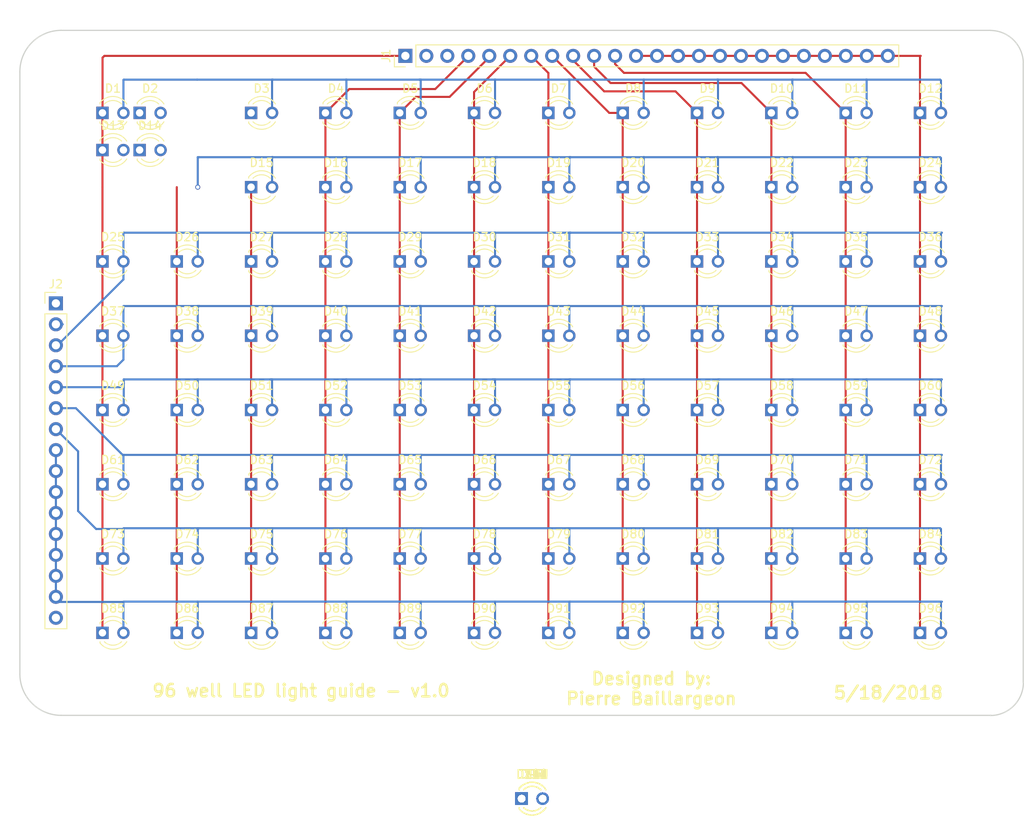
<source format=kicad_pcb>
(kicad_pcb (version 4) (host pcbnew 4.0.7)
  (layers (0 F.Cu signal) (31 B.Cu signal) (34 B.Paste user) (35 F.Paste user) (36 B.SilkS user) (37 F.SilkS user) (38 B.Mask user) (39 F.Mask user) (44 Edge.Cuts user))
  (net 0 "")
  (net 1 "Net-(D1-Pad1)")
  (net 2 "Net-(D1-Pad2)")
  (net 3 "Net-(D122-Pad1)")
  (net 4 "Net-(D123-Pad1)")
  (net 5 "Net-(D100-Pad1)")
  (net 6 "Net-(D101-Pad1)")
  (net 7 "Net-(D102-Pad1)")
  (net 8 "Net-(D103-Pad1)")
  (net 9 "Net-(D104-Pad1)")
  (net 10 "Net-(D105-Pad1)")
  (net 11 "Net-(D10-Pad1)")
  (net 12 "Net-(D107-Pad1)")
  (net 13 "Net-(D108-Pad1)")
  (net 14 "Net-(D109-Pad1)")
  (net 15 "Net-(D110-Pad1)")
  (net 16 "Net-(D111-Pad1)")
  (net 17 "Net-(D112-Pad1)")
  (net 18 "Net-(D113-Pad1)")
  (net 19 "Net-(D114-Pad1)")
  (net 20 "Net-(D115-Pad1)")
  (net 21 "Net-(D116-Pad1)")
  (net 22 "Net-(D117-Pad1)")
  (net 23 "Net-(D118-Pad1)")
  (net 24 "Net-(D119-Pad1)")
  (net 25 "Net-(D120-Pad1)")
  (net 26 "Net-(D25-Pad2)")
  (net 27 "Net-(D49-Pad2)")
  (net 28 "Net-(D73-Pad2)")
  (net 29 "Net-(D100-Pad2)")
  (net 30 "Net-(D121-Pad2)")
  (net 31 "Net-(D145-Pad2)")
  (net 32 "Net-(D169-Pad2)")
  (net 33 "Net-(D193-Pad2)")
  (net 34 "Net-(D217-Pad2)")
  (net 35 "Net-(D241-Pad2)")
  (net 36 "Net-(D265-Pad2)")
  (net 37 "Net-(D289-Pad2)")
  (net 38 "Net-(D313-Pad2)")
  (net 39 "Net-(D337-Pad2)")
  (net 40 "Net-(D361-Pad2)")
  (module "384 well matrix parts:smallpadLED_D3.0mm" (layer F.Cu) (at 50 50)
    (fp_text reference D1 (at 1.27 -2.96) (layer F.SilkS))
    (fp_text value LED)
    (pad 1 thru_hole rect (at 0 0) (size 1.5 1.5) (drill 0.9) (layers *.Cu *.Mask) (net 1 "Net-(D1-Pad1)"))
    (pad 2 thru_hole circle (at 2.54 0) (size 1.5 1.5) (drill 0.9) (layers *.Cu *.Mask) (net 2 "Net-(D1-Pad2)"))
  )
  (module "384 well matrix parts:smallpadLED_D3.0mm" (layer F.Cu) (at 54.5 50)
    (fp_text reference D2 (at 1.27 -2.96) (layer F.SilkS))
    (fp_text value LED)
    (pad 1 thru_hole rect (at 0 0) (size 1.5 1.5) (drill 0.9) (layers *.Cu *.Mask) (net 3 "Net-(D122-Pad1)"))
    (pad 2 thru_hole circle (at 2.54 0) (size 1.5 1.5) (drill 0.9) (layers *.Cu *.Mask) (net 2 "Net-(D1-Pad2)"))
  )
  (module "384 well matrix parts:smallpadLED_D3.0mm" (layer F.Cu) (at 68 50)
    (fp_text reference D3 (at 1.27 -2.96) (layer F.SilkS))
    (fp_text value LED)
    (pad 1 thru_hole rect (at 0 0) (size 1.5 1.5) (drill 0.9) (layers *.Cu *.Mask) (net 4 "Net-(D123-Pad1)"))
    (pad 2 thru_hole circle (at 2.54 0) (size 1.5 1.5) (drill 0.9) (layers *.Cu *.Mask) (net 2 "Net-(D1-Pad2)"))
  )
  (module "384 well matrix parts:smallpadLED_D3.0mm" (layer F.Cu) (at 77 50)
    (fp_text reference D4 (at 1.27 -2.96) (layer F.SilkS))
    (fp_text value LED)
    (pad 1 thru_hole rect (at 0 0) (size 1.5 1.5) (drill 0.9) (layers *.Cu *.Mask) (net 5 "Net-(D100-Pad1)"))
    (pad 2 thru_hole circle (at 2.54 0) (size 1.5 1.5) (drill 0.9) (layers *.Cu *.Mask) (net 2 "Net-(D1-Pad2)"))
  )
  (module "384 well matrix parts:smallpadLED_D3.0mm" (layer F.Cu) (at 86 50)
    (fp_text reference D5 (at 1.27 -2.96) (layer F.SilkS))
    (fp_text value LED)
    (pad 1 thru_hole rect (at 0 0) (size 1.5 1.5) (drill 0.9) (layers *.Cu *.Mask) (net 6 "Net-(D101-Pad1)"))
    (pad 2 thru_hole circle (at 2.54 0) (size 1.5 1.5) (drill 0.9) (layers *.Cu *.Mask) (net 2 "Net-(D1-Pad2)"))
  )
  (module "384 well matrix parts:smallpadLED_D3.0mm" (layer F.Cu) (at 95 50)
    (fp_text reference D6 (at 1.27 -2.96) (layer F.SilkS))
    (fp_text value LED)
    (pad 1 thru_hole rect (at 0 0) (size 1.5 1.5) (drill 0.9) (layers *.Cu *.Mask) (net 7 "Net-(D102-Pad1)"))
    (pad 2 thru_hole circle (at 2.54 0) (size 1.5 1.5) (drill 0.9) (layers *.Cu *.Mask) (net 2 "Net-(D1-Pad2)"))
  )
  (module "384 well matrix parts:smallpadLED_D3.0mm" (layer F.Cu) (at 104 50)
    (fp_text reference D7 (at 1.27 -2.96) (layer F.SilkS))
    (fp_text value LED)
    (pad 1 thru_hole rect (at 0 0) (size 1.5 1.5) (drill 0.9) (layers *.Cu *.Mask) (net 8 "Net-(D103-Pad1)"))
    (pad 2 thru_hole circle (at 2.54 0) (size 1.5 1.5) (drill 0.9) (layers *.Cu *.Mask) (net 2 "Net-(D1-Pad2)"))
  )
  (module "384 well matrix parts:smallpadLED_D3.0mm" (layer F.Cu) (at 113 50)
    (fp_text reference D8 (at 1.27 -2.96) (layer F.SilkS))
    (fp_text value LED)
    (pad 1 thru_hole rect (at 0 0) (size 1.5 1.5) (drill 0.9) (layers *.Cu *.Mask) (net 9 "Net-(D104-Pad1)"))
    (pad 2 thru_hole circle (at 2.54 0) (size 1.5 1.5) (drill 0.9) (layers *.Cu *.Mask) (net 2 "Net-(D1-Pad2)"))
  )
  (module "384 well matrix parts:smallpadLED_D3.0mm" (layer F.Cu) (at 122 50)
    (fp_text reference D9 (at 1.27 -2.96) (layer F.SilkS))
    (fp_text value LED)
    (pad 1 thru_hole rect (at 0 0) (size 1.5 1.5) (drill 0.9) (layers *.Cu *.Mask) (net 10 "Net-(D105-Pad1)"))
    (pad 2 thru_hole circle (at 2.54 0) (size 1.5 1.5) (drill 0.9) (layers *.Cu *.Mask) (net 2 "Net-(D1-Pad2)"))
  )
  (module "384 well matrix parts:smallpadLED_D3.0mm" (layer F.Cu) (at 131 50)
    (fp_text reference D10 (at 1.27 -2.96) (layer F.SilkS))
    (fp_text value LED)
    (pad 1 thru_hole rect (at 0 0) (size 1.5 1.5) (drill 0.9) (layers *.Cu *.Mask) (net 11 "Net-(D10-Pad1)"))
    (pad 2 thru_hole circle (at 2.54 0) (size 1.5 1.5) (drill 0.9) (layers *.Cu *.Mask) (net 2 "Net-(D1-Pad2)"))
  )
  (module "384 well matrix parts:smallpadLED_D3.0mm" (layer F.Cu) (at 140 50)
    (fp_text reference D11 (at 1.27 -2.96) (layer F.SilkS))
    (fp_text value LED)
    (pad 1 thru_hole rect (at 0 0) (size 1.5 1.5) (drill 0.9) (layers *.Cu *.Mask) (net 12 "Net-(D107-Pad1)"))
    (pad 2 thru_hole circle (at 2.54 0) (size 1.5 1.5) (drill 0.9) (layers *.Cu *.Mask) (net 2 "Net-(D1-Pad2)"))
  )
  (module "384 well matrix parts:smallpadLED_D3.0mm" (layer F.Cu) (at 149 50)
    (fp_text reference D12 (at 1.27 -2.96) (layer F.SilkS))
    (fp_text value LED)
    (pad 1 thru_hole rect (at 0 0) (size 1.5 1.5) (drill 0.9) (layers *.Cu *.Mask) (net 13 "Net-(D108-Pad1)"))
    (pad 2 thru_hole circle (at 2.54 0) (size 1.5 1.5) (drill 0.9) (layers *.Cu *.Mask) (net 2 "Net-(D1-Pad2)"))
  )
  (module "384 well matrix parts:smallpadLED_D3.0mm" (layer F.Cu) (at 50 54.5)
    (fp_text reference D13 (at 1.27 -2.96) (layer F.SilkS))
    (fp_text value LED)
    (pad 1 thru_hole rect (at 0 0) (size 1.5 1.5) (drill 0.9) (layers *.Cu *.Mask) (net 14 "Net-(D109-Pad1)"))
    (pad 2 thru_hole circle (at 2.54 0) (size 1.5 1.5) (drill 0.9) (layers *.Cu *.Mask) (net 2 "Net-(D1-Pad2)"))
  )
  (module "384 well matrix parts:smallpadLED_D3.0mm" (layer F.Cu) (at 54.5 54.5)
    (fp_text reference D14 (at 1.27 -2.96) (layer F.SilkS))
    (fp_text value LED)
    (pad 1 thru_hole rect (at 0 0) (size 1.5 1.5) (drill 0.9) (layers *.Cu *.Mask) (net 15 "Net-(D110-Pad1)"))
    (pad 2 thru_hole circle (at 2.54 0) (size 1.5 1.5) (drill 0.9) (layers *.Cu *.Mask) (net 2 "Net-(D1-Pad2)"))
  )
  (module "384 well matrix parts:smallpadLED_D3.0mm" (layer F.Cu) (at 68 59)
    (fp_text reference D15 (at 1.27 -2.96) (layer F.SilkS))
    (fp_text value LED)
    (pad 1 thru_hole rect (at 0 0) (size 1.5 1.5) (drill 0.9) (layers *.Cu *.Mask) (net 16 "Net-(D111-Pad1)"))
    (pad 2 thru_hole circle (at 2.54 0) (size 1.5 1.5) (drill 0.9) (layers *.Cu *.Mask) (net 2 "Net-(D1-Pad2)"))
  )
  (module "384 well matrix parts:smallpadLED_D3.0mm" (layer F.Cu) (at 77 59)
    (fp_text reference D16 (at 1.27 -2.96) (layer F.SilkS))
    (fp_text value LED)
    (pad 1 thru_hole rect (at 0 0) (size 1.5 1.5) (drill 0.9) (layers *.Cu *.Mask) (net 17 "Net-(D112-Pad1)"))
    (pad 2 thru_hole circle (at 2.54 0) (size 1.5 1.5) (drill 0.9) (layers *.Cu *.Mask) (net 2 "Net-(D1-Pad2)"))
  )
  (module "384 well matrix parts:smallpadLED_D3.0mm" (layer F.Cu) (at 86 59)
    (fp_text reference D17 (at 1.27 -2.96) (layer F.SilkS))
    (fp_text value LED)
    (pad 1 thru_hole rect (at 0 0) (size 1.5 1.5) (drill 0.9) (layers *.Cu *.Mask) (net 18 "Net-(D113-Pad1)"))
    (pad 2 thru_hole circle (at 2.54 0) (size 1.5 1.5) (drill 0.9) (layers *.Cu *.Mask) (net 2 "Net-(D1-Pad2)"))
  )
  (module "384 well matrix parts:smallpadLED_D3.0mm" (layer F.Cu) (at 95 59)
    (fp_text reference D18 (at 1.27 -2.96) (layer F.SilkS))
    (fp_text value LED)
    (pad 1 thru_hole rect (at 0 0) (size 1.5 1.5) (drill 0.9) (layers *.Cu *.Mask) (net 19 "Net-(D114-Pad1)"))
    (pad 2 thru_hole circle (at 2.54 0) (size 1.5 1.5) (drill 0.9) (layers *.Cu *.Mask) (net 2 "Net-(D1-Pad2)"))
  )
  (module "384 well matrix parts:smallpadLED_D3.0mm" (layer F.Cu) (at 104 59)
    (fp_text reference D19 (at 1.27 -2.96) (layer F.SilkS))
    (fp_text value LED)
    (pad 1 thru_hole rect (at 0 0) (size 1.5 1.5) (drill 0.9) (layers *.Cu *.Mask) (net 20 "Net-(D115-Pad1)"))
    (pad 2 thru_hole circle (at 2.54 0) (size 1.5 1.5) (drill 0.9) (layers *.Cu *.Mask) (net 2 "Net-(D1-Pad2)"))
  )
  (module "384 well matrix parts:smallpadLED_D3.0mm" (layer F.Cu) (at 113 59)
    (fp_text reference D20 (at 1.27 -2.96) (layer F.SilkS))
    (fp_text value LED)
    (pad 1 thru_hole rect (at 0 0) (size 1.5 1.5) (drill 0.9) (layers *.Cu *.Mask) (net 21 "Net-(D116-Pad1)"))
    (pad 2 thru_hole circle (at 2.54 0) (size 1.5 1.5) (drill 0.9) (layers *.Cu *.Mask) (net 2 "Net-(D1-Pad2)"))
  )
  (module "384 well matrix parts:smallpadLED_D3.0mm" (layer F.Cu) (at 122 59)
    (fp_text reference D21 (at 1.27 -2.96) (layer F.SilkS))
    (fp_text value LED)
    (pad 1 thru_hole rect (at 0 0) (size 1.5 1.5) (drill 0.9) (layers *.Cu *.Mask) (net 22 "Net-(D117-Pad1)"))
    (pad 2 thru_hole circle (at 2.54 0) (size 1.5 1.5) (drill 0.9) (layers *.Cu *.Mask) (net 2 "Net-(D1-Pad2)"))
  )
  (module "384 well matrix parts:smallpadLED_D3.0mm" (layer F.Cu) (at 131 59)
    (fp_text reference D22 (at 1.27 -2.96) (layer F.SilkS))
    (fp_text value LED)
    (pad 1 thru_hole rect (at 0 0) (size 1.5 1.5) (drill 0.9) (layers *.Cu *.Mask) (net 23 "Net-(D118-Pad1)"))
    (pad 2 thru_hole circle (at 2.54 0) (size 1.5 1.5) (drill 0.9) (layers *.Cu *.Mask) (net 2 "Net-(D1-Pad2)"))
  )
  (module "384 well matrix parts:smallpadLED_D3.0mm" (layer F.Cu) (at 140 59)
    (fp_text reference D23 (at 1.27 -2.96) (layer F.SilkS))
    (fp_text value LED)
    (pad 1 thru_hole rect (at 0 0) (size 1.5 1.5) (drill 0.9) (layers *.Cu *.Mask) (net 24 "Net-(D119-Pad1)"))
    (pad 2 thru_hole circle (at 2.54 0) (size 1.5 1.5) (drill 0.9) (layers *.Cu *.Mask) (net 2 "Net-(D1-Pad2)"))
  )
  (module "384 well matrix parts:smallpadLED_D3.0mm" (layer F.Cu) (at 149 59)
    (fp_text reference D24 (at 1.27 -2.96) (layer F.SilkS))
    (fp_text value LED)
    (pad 1 thru_hole rect (at 0 0) (size 1.5 1.5) (drill 0.9) (layers *.Cu *.Mask) (net 25 "Net-(D120-Pad1)"))
    (pad 2 thru_hole circle (at 2.54 0) (size 1.5 1.5) (drill 0.9) (layers *.Cu *.Mask) (net 2 "Net-(D1-Pad2)"))
  )
  (module "384 well matrix parts:smallpadLED_D3.0mm" (layer F.Cu) (at 50 68)
    (fp_text reference D25 (at 1.27 -2.96) (layer F.SilkS))
    (fp_text value LED)
    (pad 1 thru_hole rect (at 0 0) (size 1.5 1.5) (drill 0.9) (layers *.Cu *.Mask) (net 1 "Net-(D1-Pad1)"))
    (pad 2 thru_hole circle (at 2.54 0) (size 1.5 1.5) (drill 0.9) (layers *.Cu *.Mask) (net 26 "Net-(D25-Pad2)"))
  )
  (module "384 well matrix parts:smallpadLED_D3.0mm" (layer F.Cu) (at 59 68)
    (fp_text reference D26 (at 1.27 -2.96) (layer F.SilkS))
    (fp_text value LED)
    (pad 1 thru_hole rect (at 0 0) (size 1.5 1.5) (drill 0.9) (layers *.Cu *.Mask) (net 3 "Net-(D122-Pad1)"))
    (pad 2 thru_hole circle (at 2.54 0) (size 1.5 1.5) (drill 0.9) (layers *.Cu *.Mask) (net 26 "Net-(D25-Pad2)"))
  )
  (module "384 well matrix parts:smallpadLED_D3.0mm" (layer F.Cu) (at 68 68)
    (fp_text reference D27 (at 1.27 -2.96) (layer F.SilkS))
    (fp_text value LED)
    (pad 1 thru_hole rect (at 0 0) (size 1.5 1.5) (drill 0.9) (layers *.Cu *.Mask) (net 4 "Net-(D123-Pad1)"))
    (pad 2 thru_hole circle (at 2.54 0) (size 1.5 1.5) (drill 0.9) (layers *.Cu *.Mask) (net 26 "Net-(D25-Pad2)"))
  )
  (module "384 well matrix parts:smallpadLED_D3.0mm" (layer F.Cu) (at 77 68)
    (fp_text reference D28 (at 1.27 -2.96) (layer F.SilkS))
    (fp_text value LED)
    (pad 1 thru_hole rect (at 0 0) (size 1.5 1.5) (drill 0.9) (layers *.Cu *.Mask) (net 5 "Net-(D100-Pad1)"))
    (pad 2 thru_hole circle (at 2.54 0) (size 1.5 1.5) (drill 0.9) (layers *.Cu *.Mask) (net 26 "Net-(D25-Pad2)"))
  )
  (module "384 well matrix parts:smallpadLED_D3.0mm" (layer F.Cu) (at 86 68)
    (fp_text reference D29 (at 1.27 -2.96) (layer F.SilkS))
    (fp_text value LED)
    (pad 1 thru_hole rect (at 0 0) (size 1.5 1.5) (drill 0.9) (layers *.Cu *.Mask) (net 6 "Net-(D101-Pad1)"))
    (pad 2 thru_hole circle (at 2.54 0) (size 1.5 1.5) (drill 0.9) (layers *.Cu *.Mask) (net 26 "Net-(D25-Pad2)"))
  )
  (module "384 well matrix parts:smallpadLED_D3.0mm" (layer F.Cu) (at 95 68)
    (fp_text reference D30 (at 1.27 -2.96) (layer F.SilkS))
    (fp_text value LED)
    (pad 1 thru_hole rect (at 0 0) (size 1.5 1.5) (drill 0.9) (layers *.Cu *.Mask) (net 7 "Net-(D102-Pad1)"))
    (pad 2 thru_hole circle (at 2.54 0) (size 1.5 1.5) (drill 0.9) (layers *.Cu *.Mask) (net 26 "Net-(D25-Pad2)"))
  )
  (module "384 well matrix parts:smallpadLED_D3.0mm" (layer F.Cu) (at 104 68)
    (fp_text reference D31 (at 1.27 -2.96) (layer F.SilkS))
    (fp_text value LED)
    (pad 1 thru_hole rect (at 0 0) (size 1.5 1.5) (drill 0.9) (layers *.Cu *.Mask) (net 8 "Net-(D103-Pad1)"))
    (pad 2 thru_hole circle (at 2.54 0) (size 1.5 1.5) (drill 0.9) (layers *.Cu *.Mask) (net 26 "Net-(D25-Pad2)"))
  )
  (module "384 well matrix parts:smallpadLED_D3.0mm" (layer F.Cu) (at 113 68)
    (fp_text reference D32 (at 1.27 -2.96) (layer F.SilkS))
    (fp_text value LED)
    (pad 1 thru_hole rect (at 0 0) (size 1.5 1.5) (drill 0.9) (layers *.Cu *.Mask) (net 9 "Net-(D104-Pad1)"))
    (pad 2 thru_hole circle (at 2.54 0) (size 1.5 1.5) (drill 0.9) (layers *.Cu *.Mask) (net 26 "Net-(D25-Pad2)"))
  )
  (module "384 well matrix parts:smallpadLED_D3.0mm" (layer F.Cu) (at 122 68)
    (fp_text reference D33 (at 1.27 -2.96) (layer F.SilkS))
    (fp_text value LED)
    (pad 1 thru_hole rect (at 0 0) (size 1.5 1.5) (drill 0.9) (layers *.Cu *.Mask) (net 10 "Net-(D105-Pad1)"))
    (pad 2 thru_hole circle (at 2.54 0) (size 1.5 1.5) (drill 0.9) (layers *.Cu *.Mask) (net 26 "Net-(D25-Pad2)"))
  )
  (module "384 well matrix parts:smallpadLED_D3.0mm" (layer F.Cu) (at 131 68)
    (fp_text reference D34 (at 1.27 -2.96) (layer F.SilkS))
    (fp_text value LED)
    (pad 1 thru_hole rect (at 0 0) (size 1.5 1.5) (drill 0.9) (layers *.Cu *.Mask) (net 11 "Net-(D10-Pad1)"))
    (pad 2 thru_hole circle (at 2.54 0) (size 1.5 1.5) (drill 0.9) (layers *.Cu *.Mask) (net 26 "Net-(D25-Pad2)"))
  )
  (module "384 well matrix parts:smallpadLED_D3.0mm" (layer F.Cu) (at 140 68)
    (fp_text reference D35 (at 1.27 -2.96) (layer F.SilkS))
    (fp_text value LED)
    (pad 1 thru_hole rect (at 0 0) (size 1.5 1.5) (drill 0.9) (layers *.Cu *.Mask) (net 12 "Net-(D107-Pad1)"))
    (pad 2 thru_hole circle (at 2.54 0) (size 1.5 1.5) (drill 0.9) (layers *.Cu *.Mask) (net 26 "Net-(D25-Pad2)"))
  )
  (module "384 well matrix parts:smallpadLED_D3.0mm" (layer F.Cu) (at 149 68)
    (fp_text reference D36 (at 1.27 -2.96) (layer F.SilkS))
    (fp_text value LED)
    (pad 1 thru_hole rect (at 0 0) (size 1.5 1.5) (drill 0.9) (layers *.Cu *.Mask) (net 13 "Net-(D108-Pad1)"))
    (pad 2 thru_hole circle (at 2.54 0) (size 1.5 1.5) (drill 0.9) (layers *.Cu *.Mask) (net 26 "Net-(D25-Pad2)"))
  )
  (module "384 well matrix parts:smallpadLED_D3.0mm" (layer F.Cu) (at 50 77)
    (fp_text reference D37 (at 1.27 -2.96) (layer F.SilkS))
    (fp_text value LED)
    (pad 1 thru_hole rect (at 0 0) (size 1.5 1.5) (drill 0.9) (layers *.Cu *.Mask) (net 14 "Net-(D109-Pad1)"))
    (pad 2 thru_hole circle (at 2.54 0) (size 1.5 1.5) (drill 0.9) (layers *.Cu *.Mask) (net 26 "Net-(D25-Pad2)"))
  )
  (module "384 well matrix parts:smallpadLED_D3.0mm" (layer F.Cu) (at 59 77)
    (fp_text reference D38 (at 1.27 -2.96) (layer F.SilkS))
    (fp_text value LED)
    (pad 1 thru_hole rect (at 0 0) (size 1.5 1.5) (drill 0.9) (layers *.Cu *.Mask) (net 15 "Net-(D110-Pad1)"))
    (pad 2 thru_hole circle (at 2.54 0) (size 1.5 1.5) (drill 0.9) (layers *.Cu *.Mask) (net 26 "Net-(D25-Pad2)"))
  )
  (module "384 well matrix parts:smallpadLED_D3.0mm" (layer F.Cu) (at 68 77)
    (fp_text reference D39 (at 1.27 -2.96) (layer F.SilkS))
    (fp_text value LED)
    (pad 1 thru_hole rect (at 0 0) (size 1.5 1.5) (drill 0.9) (layers *.Cu *.Mask) (net 16 "Net-(D111-Pad1)"))
    (pad 2 thru_hole circle (at 2.54 0) (size 1.5 1.5) (drill 0.9) (layers *.Cu *.Mask) (net 26 "Net-(D25-Pad2)"))
  )
  (module "384 well matrix parts:smallpadLED_D3.0mm" (layer F.Cu) (at 77 77)
    (fp_text reference D40 (at 1.27 -2.96) (layer F.SilkS))
    (fp_text value LED)
    (pad 1 thru_hole rect (at 0 0) (size 1.5 1.5) (drill 0.9) (layers *.Cu *.Mask) (net 17 "Net-(D112-Pad1)"))
    (pad 2 thru_hole circle (at 2.54 0) (size 1.5 1.5) (drill 0.9) (layers *.Cu *.Mask) (net 26 "Net-(D25-Pad2)"))
  )
  (module "384 well matrix parts:smallpadLED_D3.0mm" (layer F.Cu) (at 86 77)
    (fp_text reference D41 (at 1.27 -2.96) (layer F.SilkS))
    (fp_text value LED)
    (pad 1 thru_hole rect (at 0 0) (size 1.5 1.5) (drill 0.9) (layers *.Cu *.Mask) (net 18 "Net-(D113-Pad1)"))
    (pad 2 thru_hole circle (at 2.54 0) (size 1.5 1.5) (drill 0.9) (layers *.Cu *.Mask) (net 26 "Net-(D25-Pad2)"))
  )
  (module "384 well matrix parts:smallpadLED_D3.0mm" (layer F.Cu) (at 95 77)
    (fp_text reference D42 (at 1.27 -2.96) (layer F.SilkS))
    (fp_text value LED)
    (pad 1 thru_hole rect (at 0 0) (size 1.5 1.5) (drill 0.9) (layers *.Cu *.Mask) (net 19 "Net-(D114-Pad1)"))
    (pad 2 thru_hole circle (at 2.54 0) (size 1.5 1.5) (drill 0.9) (layers *.Cu *.Mask) (net 26 "Net-(D25-Pad2)"))
  )
  (module "384 well matrix parts:smallpadLED_D3.0mm" (layer F.Cu) (at 104 77)
    (fp_text reference D43 (at 1.27 -2.96) (layer F.SilkS))
    (fp_text value LED)
    (pad 1 thru_hole rect (at 0 0) (size 1.5 1.5) (drill 0.9) (layers *.Cu *.Mask) (net 20 "Net-(D115-Pad1)"))
    (pad 2 thru_hole circle (at 2.54 0) (size 1.5 1.5) (drill 0.9) (layers *.Cu *.Mask) (net 26 "Net-(D25-Pad2)"))
  )
  (module "384 well matrix parts:smallpadLED_D3.0mm" (layer F.Cu) (at 113 77)
    (fp_text reference D44 (at 1.27 -2.96) (layer F.SilkS))
    (fp_text value LED)
    (pad 1 thru_hole rect (at 0 0) (size 1.5 1.5) (drill 0.9) (layers *.Cu *.Mask) (net 21 "Net-(D116-Pad1)"))
    (pad 2 thru_hole circle (at 2.54 0) (size 1.5 1.5) (drill 0.9) (layers *.Cu *.Mask) (net 26 "Net-(D25-Pad2)"))
  )
  (module "384 well matrix parts:smallpadLED_D3.0mm" (layer F.Cu) (at 122 77)
    (fp_text reference D45 (at 1.27 -2.96) (layer F.SilkS))
    (fp_text value LED)
    (pad 1 thru_hole rect (at 0 0) (size 1.5 1.5) (drill 0.9) (layers *.Cu *.Mask) (net 22 "Net-(D117-Pad1)"))
    (pad 2 thru_hole circle (at 2.54 0) (size 1.5 1.5) (drill 0.9) (layers *.Cu *.Mask) (net 26 "Net-(D25-Pad2)"))
  )
  (module "384 well matrix parts:smallpadLED_D3.0mm" (layer F.Cu) (at 131 77)
    (fp_text reference D46 (at 1.27 -2.96) (layer F.SilkS))
    (fp_text value LED)
    (pad 1 thru_hole rect (at 0 0) (size 1.5 1.5) (drill 0.9) (layers *.Cu *.Mask) (net 23 "Net-(D118-Pad1)"))
    (pad 2 thru_hole circle (at 2.54 0) (size 1.5 1.5) (drill 0.9) (layers *.Cu *.Mask) (net 26 "Net-(D25-Pad2)"))
  )
  (module "384 well matrix parts:smallpadLED_D3.0mm" (layer F.Cu) (at 140 77)
    (fp_text reference D47 (at 1.27 -2.96) (layer F.SilkS))
    (fp_text value LED)
    (pad 1 thru_hole rect (at 0 0) (size 1.5 1.5) (drill 0.9) (layers *.Cu *.Mask) (net 24 "Net-(D119-Pad1)"))
    (pad 2 thru_hole circle (at 2.54 0) (size 1.5 1.5) (drill 0.9) (layers *.Cu *.Mask) (net 26 "Net-(D25-Pad2)"))
  )
  (module "384 well matrix parts:smallpadLED_D3.0mm" (layer F.Cu) (at 149 77)
    (fp_text reference D48 (at 1.27 -2.96) (layer F.SilkS))
    (fp_text value LED)
    (pad 1 thru_hole rect (at 0 0) (size 1.5 1.5) (drill 0.9) (layers *.Cu *.Mask) (net 25 "Net-(D120-Pad1)"))
    (pad 2 thru_hole circle (at 2.54 0) (size 1.5 1.5) (drill 0.9) (layers *.Cu *.Mask) (net 26 "Net-(D25-Pad2)"))
  )
  (module "384 well matrix parts:smallpadLED_D3.0mm" (layer F.Cu) (at 50 86)
    (fp_text reference D49 (at 1.27 -2.96) (layer F.SilkS))
    (fp_text value LED)
    (pad 1 thru_hole rect (at 0 0) (size 1.5 1.5) (drill 0.9) (layers *.Cu *.Mask) (net 1 "Net-(D1-Pad1)"))
    (pad 2 thru_hole circle (at 2.54 0) (size 1.5 1.5) (drill 0.9) (layers *.Cu *.Mask) (net 27 "Net-(D49-Pad2)"))
  )
  (module "384 well matrix parts:smallpadLED_D3.0mm" (layer F.Cu) (at 59 86)
    (fp_text reference D50 (at 1.27 -2.96) (layer F.SilkS))
    (fp_text value LED)
    (pad 1 thru_hole rect (at 0 0) (size 1.5 1.5) (drill 0.9) (layers *.Cu *.Mask) (net 3 "Net-(D122-Pad1)"))
    (pad 2 thru_hole circle (at 2.54 0) (size 1.5 1.5) (drill 0.9) (layers *.Cu *.Mask) (net 27 "Net-(D49-Pad2)"))
  )
  (module "384 well matrix parts:smallpadLED_D3.0mm" (layer F.Cu) (at 68 86)
    (fp_text reference D51 (at 1.27 -2.96) (layer F.SilkS))
    (fp_text value LED)
    (pad 1 thru_hole rect (at 0 0) (size 1.5 1.5) (drill 0.9) (layers *.Cu *.Mask) (net 4 "Net-(D123-Pad1)"))
    (pad 2 thru_hole circle (at 2.54 0) (size 1.5 1.5) (drill 0.9) (layers *.Cu *.Mask) (net 27 "Net-(D49-Pad2)"))
  )
  (module "384 well matrix parts:smallpadLED_D3.0mm" (layer F.Cu) (at 77 86)
    (fp_text reference D52 (at 1.27 -2.96) (layer F.SilkS))
    (fp_text value LED)
    (pad 1 thru_hole rect (at 0 0) (size 1.5 1.5) (drill 0.9) (layers *.Cu *.Mask) (net 5 "Net-(D100-Pad1)"))
    (pad 2 thru_hole circle (at 2.54 0) (size 1.5 1.5) (drill 0.9) (layers *.Cu *.Mask) (net 27 "Net-(D49-Pad2)"))
  )
  (module "384 well matrix parts:smallpadLED_D3.0mm" (layer F.Cu) (at 86 86)
    (fp_text reference D53 (at 1.27 -2.96) (layer F.SilkS))
    (fp_text value LED)
    (pad 1 thru_hole rect (at 0 0) (size 1.5 1.5) (drill 0.9) (layers *.Cu *.Mask) (net 6 "Net-(D101-Pad1)"))
    (pad 2 thru_hole circle (at 2.54 0) (size 1.5 1.5) (drill 0.9) (layers *.Cu *.Mask) (net 27 "Net-(D49-Pad2)"))
  )
  (module "384 well matrix parts:smallpadLED_D3.0mm" (layer F.Cu) (at 95 86)
    (fp_text reference D54 (at 1.27 -2.96) (layer F.SilkS))
    (fp_text value LED)
    (pad 1 thru_hole rect (at 0 0) (size 1.5 1.5) (drill 0.9) (layers *.Cu *.Mask) (net 7 "Net-(D102-Pad1)"))
    (pad 2 thru_hole circle (at 2.54 0) (size 1.5 1.5) (drill 0.9) (layers *.Cu *.Mask) (net 27 "Net-(D49-Pad2)"))
  )
  (module "384 well matrix parts:smallpadLED_D3.0mm" (layer F.Cu) (at 104 86)
    (fp_text reference D55 (at 1.27 -2.96) (layer F.SilkS))
    (fp_text value LED)
    (pad 1 thru_hole rect (at 0 0) (size 1.5 1.5) (drill 0.9) (layers *.Cu *.Mask) (net 8 "Net-(D103-Pad1)"))
    (pad 2 thru_hole circle (at 2.54 0) (size 1.5 1.5) (drill 0.9) (layers *.Cu *.Mask) (net 27 "Net-(D49-Pad2)"))
  )
  (module "384 well matrix parts:smallpadLED_D3.0mm" (layer F.Cu) (at 113 86)
    (fp_text reference D56 (at 1.27 -2.96) (layer F.SilkS))
    (fp_text value LED)
    (pad 1 thru_hole rect (at 0 0) (size 1.5 1.5) (drill 0.9) (layers *.Cu *.Mask) (net 9 "Net-(D104-Pad1)"))
    (pad 2 thru_hole circle (at 2.54 0) (size 1.5 1.5) (drill 0.9) (layers *.Cu *.Mask) (net 27 "Net-(D49-Pad2)"))
  )
  (module "384 well matrix parts:smallpadLED_D3.0mm" (layer F.Cu) (at 122 86)
    (fp_text reference D57 (at 1.27 -2.96) (layer F.SilkS))
    (fp_text value LED)
    (pad 1 thru_hole rect (at 0 0) (size 1.5 1.5) (drill 0.9) (layers *.Cu *.Mask) (net 10 "Net-(D105-Pad1)"))
    (pad 2 thru_hole circle (at 2.54 0) (size 1.5 1.5) (drill 0.9) (layers *.Cu *.Mask) (net 27 "Net-(D49-Pad2)"))
  )
  (module "384 well matrix parts:smallpadLED_D3.0mm" (layer F.Cu) (at 131 86)
    (fp_text reference D58 (at 1.27 -2.96) (layer F.SilkS))
    (fp_text value LED)
    (pad 1 thru_hole rect (at 0 0) (size 1.5 1.5) (drill 0.9) (layers *.Cu *.Mask) (net 11 "Net-(D10-Pad1)"))
    (pad 2 thru_hole circle (at 2.54 0) (size 1.5 1.5) (drill 0.9) (layers *.Cu *.Mask) (net 27 "Net-(D49-Pad2)"))
  )
  (module "384 well matrix parts:smallpadLED_D3.0mm" (layer F.Cu) (at 140 86)
    (fp_text reference D59 (at 1.27 -2.96) (layer F.SilkS))
    (fp_text value LED)
    (pad 1 thru_hole rect (at 0 0) (size 1.5 1.5) (drill 0.9) (layers *.Cu *.Mask) (net 12 "Net-(D107-Pad1)"))
    (pad 2 thru_hole circle (at 2.54 0) (size 1.5 1.5) (drill 0.9) (layers *.Cu *.Mask) (net 27 "Net-(D49-Pad2)"))
  )
  (module "384 well matrix parts:smallpadLED_D3.0mm" (layer F.Cu) (at 149 86)
    (fp_text reference D60 (at 1.27 -2.96) (layer F.SilkS))
    (fp_text value LED)
    (pad 1 thru_hole rect (at 0 0) (size 1.5 1.5) (drill 0.9) (layers *.Cu *.Mask) (net 13 "Net-(D108-Pad1)"))
    (pad 2 thru_hole circle (at 2.54 0) (size 1.5 1.5) (drill 0.9) (layers *.Cu *.Mask) (net 27 "Net-(D49-Pad2)"))
  )
  (module "384 well matrix parts:smallpadLED_D3.0mm" (layer F.Cu) (at 50 95)
    (fp_text reference D61 (at 1.27 -2.96) (layer F.SilkS))
    (fp_text value LED)
    (pad 1 thru_hole rect (at 0 0) (size 1.5 1.5) (drill 0.9) (layers *.Cu *.Mask) (net 14 "Net-(D109-Pad1)"))
    (pad 2 thru_hole circle (at 2.54 0) (size 1.5 1.5) (drill 0.9) (layers *.Cu *.Mask) (net 27 "Net-(D49-Pad2)"))
  )
  (module "384 well matrix parts:smallpadLED_D3.0mm" (layer F.Cu) (at 59 95)
    (fp_text reference D62 (at 1.27 -2.96) (layer F.SilkS))
    (fp_text value LED)
    (pad 1 thru_hole rect (at 0 0) (size 1.5 1.5) (drill 0.9) (layers *.Cu *.Mask) (net 15 "Net-(D110-Pad1)"))
    (pad 2 thru_hole circle (at 2.54 0) (size 1.5 1.5) (drill 0.9) (layers *.Cu *.Mask) (net 27 "Net-(D49-Pad2)"))
  )
  (module "384 well matrix parts:smallpadLED_D3.0mm" (layer F.Cu) (at 68 95)
    (fp_text reference D63 (at 1.27 -2.96) (layer F.SilkS))
    (fp_text value LED)
    (pad 1 thru_hole rect (at 0 0) (size 1.5 1.5) (drill 0.9) (layers *.Cu *.Mask) (net 16 "Net-(D111-Pad1)"))
    (pad 2 thru_hole circle (at 2.54 0) (size 1.5 1.5) (drill 0.9) (layers *.Cu *.Mask) (net 27 "Net-(D49-Pad2)"))
  )
  (module "384 well matrix parts:smallpadLED_D3.0mm" (layer F.Cu) (at 77 95)
    (fp_text reference D64 (at 1.27 -2.96) (layer F.SilkS))
    (fp_text value LED)
    (pad 1 thru_hole rect (at 0 0) (size 1.5 1.5) (drill 0.9) (layers *.Cu *.Mask) (net 17 "Net-(D112-Pad1)"))
    (pad 2 thru_hole circle (at 2.54 0) (size 1.5 1.5) (drill 0.9) (layers *.Cu *.Mask) (net 27 "Net-(D49-Pad2)"))
  )
  (module "384 well matrix parts:smallpadLED_D3.0mm" (layer F.Cu) (at 86 95)
    (fp_text reference D65 (at 1.27 -2.96) (layer F.SilkS))
    (fp_text value LED)
    (pad 1 thru_hole rect (at 0 0) (size 1.5 1.5) (drill 0.9) (layers *.Cu *.Mask) (net 18 "Net-(D113-Pad1)"))
    (pad 2 thru_hole circle (at 2.54 0) (size 1.5 1.5) (drill 0.9) (layers *.Cu *.Mask) (net 27 "Net-(D49-Pad2)"))
  )
  (module "384 well matrix parts:smallpadLED_D3.0mm" (layer F.Cu) (at 95 95)
    (fp_text reference D66 (at 1.27 -2.96) (layer F.SilkS))
    (fp_text value LED)
    (pad 1 thru_hole rect (at 0 0) (size 1.5 1.5) (drill 0.9) (layers *.Cu *.Mask) (net 19 "Net-(D114-Pad1)"))
    (pad 2 thru_hole circle (at 2.54 0) (size 1.5 1.5) (drill 0.9) (layers *.Cu *.Mask) (net 27 "Net-(D49-Pad2)"))
  )
  (module "384 well matrix parts:smallpadLED_D3.0mm" (layer F.Cu) (at 104 95)
    (fp_text reference D67 (at 1.27 -2.96) (layer F.SilkS))
    (fp_text value LED)
    (pad 1 thru_hole rect (at 0 0) (size 1.5 1.5) (drill 0.9) (layers *.Cu *.Mask) (net 20 "Net-(D115-Pad1)"))
    (pad 2 thru_hole circle (at 2.54 0) (size 1.5 1.5) (drill 0.9) (layers *.Cu *.Mask) (net 27 "Net-(D49-Pad2)"))
  )
  (module "384 well matrix parts:smallpadLED_D3.0mm" (layer F.Cu) (at 113 95)
    (fp_text reference D68 (at 1.27 -2.96) (layer F.SilkS))
    (fp_text value LED)
    (pad 1 thru_hole rect (at 0 0) (size 1.5 1.5) (drill 0.9) (layers *.Cu *.Mask) (net 21 "Net-(D116-Pad1)"))
    (pad 2 thru_hole circle (at 2.54 0) (size 1.5 1.5) (drill 0.9) (layers *.Cu *.Mask) (net 27 "Net-(D49-Pad2)"))
  )
  (module "384 well matrix parts:smallpadLED_D3.0mm" (layer F.Cu) (at 122 95)
    (fp_text reference D69 (at 1.27 -2.96) (layer F.SilkS))
    (fp_text value LED)
    (pad 1 thru_hole rect (at 0 0) (size 1.5 1.5) (drill 0.9) (layers *.Cu *.Mask) (net 22 "Net-(D117-Pad1)"))
    (pad 2 thru_hole circle (at 2.54 0) (size 1.5 1.5) (drill 0.9) (layers *.Cu *.Mask) (net 27 "Net-(D49-Pad2)"))
  )
  (module "384 well matrix parts:smallpadLED_D3.0mm" (layer F.Cu) (at 131 95)
    (fp_text reference D70 (at 1.27 -2.96) (layer F.SilkS))
    (fp_text value LED)
    (pad 1 thru_hole rect (at 0 0) (size 1.5 1.5) (drill 0.9) (layers *.Cu *.Mask) (net 23 "Net-(D118-Pad1)"))
    (pad 2 thru_hole circle (at 2.54 0) (size 1.5 1.5) (drill 0.9) (layers *.Cu *.Mask) (net 27 "Net-(D49-Pad2)"))
  )
  (module "384 well matrix parts:smallpadLED_D3.0mm" (layer F.Cu) (at 140 95)
    (fp_text reference D71 (at 1.27 -2.96) (layer F.SilkS))
    (fp_text value LED)
    (pad 1 thru_hole rect (at 0 0) (size 1.5 1.5) (drill 0.9) (layers *.Cu *.Mask) (net 24 "Net-(D119-Pad1)"))
    (pad 2 thru_hole circle (at 2.54 0) (size 1.5 1.5) (drill 0.9) (layers *.Cu *.Mask) (net 27 "Net-(D49-Pad2)"))
  )
  (module "384 well matrix parts:smallpadLED_D3.0mm" (layer F.Cu) (at 149 95)
    (fp_text reference D72 (at 1.27 -2.96) (layer F.SilkS))
    (fp_text value LED)
    (pad 1 thru_hole rect (at 0 0) (size 1.5 1.5) (drill 0.9) (layers *.Cu *.Mask) (net 25 "Net-(D120-Pad1)"))
    (pad 2 thru_hole circle (at 2.54 0) (size 1.5 1.5) (drill 0.9) (layers *.Cu *.Mask) (net 27 "Net-(D49-Pad2)"))
  )
  (module "384 well matrix parts:smallpadLED_D3.0mm" (layer F.Cu) (at 50 104)
    (fp_text reference D73 (at 1.27 -2.96) (layer F.SilkS))
    (fp_text value LED)
    (pad 1 thru_hole rect (at 0 0) (size 1.5 1.5) (drill 0.9) (layers *.Cu *.Mask) (net 1 "Net-(D1-Pad1)"))
    (pad 2 thru_hole circle (at 2.54 0) (size 1.5 1.5) (drill 0.9) (layers *.Cu *.Mask) (net 28 "Net-(D73-Pad2)"))
  )
  (module "384 well matrix parts:smallpadLED_D3.0mm" (layer F.Cu) (at 59 104)
    (fp_text reference D74 (at 1.27 -2.96) (layer F.SilkS))
    (fp_text value LED)
    (pad 1 thru_hole rect (at 0 0) (size 1.5 1.5) (drill 0.9) (layers *.Cu *.Mask) (net 3 "Net-(D122-Pad1)"))
    (pad 2 thru_hole circle (at 2.54 0) (size 1.5 1.5) (drill 0.9) (layers *.Cu *.Mask) (net 28 "Net-(D73-Pad2)"))
  )
  (module "384 well matrix parts:smallpadLED_D3.0mm" (layer F.Cu) (at 68 104)
    (fp_text reference D75 (at 1.27 -2.96) (layer F.SilkS))
    (fp_text value LED)
    (pad 1 thru_hole rect (at 0 0) (size 1.5 1.5) (drill 0.9) (layers *.Cu *.Mask) (net 4 "Net-(D123-Pad1)"))
    (pad 2 thru_hole circle (at 2.54 0) (size 1.5 1.5) (drill 0.9) (layers *.Cu *.Mask) (net 28 "Net-(D73-Pad2)"))
  )
  (module "384 well matrix parts:smallpadLED_D3.0mm" (layer F.Cu) (at 77 104)
    (fp_text reference D76 (at 1.27 -2.96) (layer F.SilkS))
    (fp_text value LED)
    (pad 1 thru_hole rect (at 0 0) (size 1.5 1.5) (drill 0.9) (layers *.Cu *.Mask) (net 5 "Net-(D100-Pad1)"))
    (pad 2 thru_hole circle (at 2.54 0) (size 1.5 1.5) (drill 0.9) (layers *.Cu *.Mask) (net 28 "Net-(D73-Pad2)"))
  )
  (module "384 well matrix parts:smallpadLED_D3.0mm" (layer F.Cu) (at 86 104)
    (fp_text reference D77 (at 1.27 -2.96) (layer F.SilkS))
    (fp_text value LED)
    (pad 1 thru_hole rect (at 0 0) (size 1.5 1.5) (drill 0.9) (layers *.Cu *.Mask) (net 6 "Net-(D101-Pad1)"))
    (pad 2 thru_hole circle (at 2.54 0) (size 1.5 1.5) (drill 0.9) (layers *.Cu *.Mask) (net 28 "Net-(D73-Pad2)"))
  )
  (module "384 well matrix parts:smallpadLED_D3.0mm" (layer F.Cu) (at 95 104)
    (fp_text reference D78 (at 1.27 -2.96) (layer F.SilkS))
    (fp_text value LED)
    (pad 1 thru_hole rect (at 0 0) (size 1.5 1.5) (drill 0.9) (layers *.Cu *.Mask) (net 7 "Net-(D102-Pad1)"))
    (pad 2 thru_hole circle (at 2.54 0) (size 1.5 1.5) (drill 0.9) (layers *.Cu *.Mask) (net 28 "Net-(D73-Pad2)"))
  )
  (module "384 well matrix parts:smallpadLED_D3.0mm" (layer F.Cu) (at 104 104)
    (fp_text reference D79 (at 1.27 -2.96) (layer F.SilkS))
    (fp_text value LED)
    (pad 1 thru_hole rect (at 0 0) (size 1.5 1.5) (drill 0.9) (layers *.Cu *.Mask) (net 8 "Net-(D103-Pad1)"))
    (pad 2 thru_hole circle (at 2.54 0) (size 1.5 1.5) (drill 0.9) (layers *.Cu *.Mask) (net 28 "Net-(D73-Pad2)"))
  )
  (module "384 well matrix parts:smallpadLED_D3.0mm" (layer F.Cu) (at 113 104)
    (fp_text reference D80 (at 1.27 -2.96) (layer F.SilkS))
    (fp_text value LED)
    (pad 1 thru_hole rect (at 0 0) (size 1.5 1.5) (drill 0.9) (layers *.Cu *.Mask) (net 9 "Net-(D104-Pad1)"))
    (pad 2 thru_hole circle (at 2.54 0) (size 1.5 1.5) (drill 0.9) (layers *.Cu *.Mask) (net 28 "Net-(D73-Pad2)"))
  )
  (module "384 well matrix parts:smallpadLED_D3.0mm" (layer F.Cu) (at 122 104)
    (fp_text reference D81 (at 1.27 -2.96) (layer F.SilkS))
    (fp_text value LED)
    (pad 1 thru_hole rect (at 0 0) (size 1.5 1.5) (drill 0.9) (layers *.Cu *.Mask) (net 10 "Net-(D105-Pad1)"))
    (pad 2 thru_hole circle (at 2.54 0) (size 1.5 1.5) (drill 0.9) (layers *.Cu *.Mask) (net 28 "Net-(D73-Pad2)"))
  )
  (module "384 well matrix parts:smallpadLED_D3.0mm" (layer F.Cu) (at 131 104)
    (fp_text reference D82 (at 1.27 -2.96) (layer F.SilkS))
    (fp_text value LED)
    (pad 1 thru_hole rect (at 0 0) (size 1.5 1.5) (drill 0.9) (layers *.Cu *.Mask) (net 11 "Net-(D10-Pad1)"))
    (pad 2 thru_hole circle (at 2.54 0) (size 1.5 1.5) (drill 0.9) (layers *.Cu *.Mask) (net 28 "Net-(D73-Pad2)"))
  )
  (module "384 well matrix parts:smallpadLED_D3.0mm" (layer F.Cu) (at 140 104)
    (fp_text reference D83 (at 1.27 -2.96) (layer F.SilkS))
    (fp_text value LED)
    (pad 1 thru_hole rect (at 0 0) (size 1.5 1.5) (drill 0.9) (layers *.Cu *.Mask) (net 12 "Net-(D107-Pad1)"))
    (pad 2 thru_hole circle (at 2.54 0) (size 1.5 1.5) (drill 0.9) (layers *.Cu *.Mask) (net 28 "Net-(D73-Pad2)"))
  )
  (module "384 well matrix parts:smallpadLED_D3.0mm" (layer F.Cu) (at 149 104)
    (fp_text reference D84 (at 1.27 -2.96) (layer F.SilkS))
    (fp_text value LED)
    (pad 1 thru_hole rect (at 0 0) (size 1.5 1.5) (drill 0.9) (layers *.Cu *.Mask) (net 13 "Net-(D108-Pad1)"))
    (pad 2 thru_hole circle (at 2.54 0) (size 1.5 1.5) (drill 0.9) (layers *.Cu *.Mask) (net 28 "Net-(D73-Pad2)"))
  )
  (module "384 well matrix parts:smallpadLED_D3.0mm" (layer F.Cu) (at 50 113)
    (fp_text reference D85 (at 1.27 -2.96) (layer F.SilkS))
    (fp_text value LED)
    (pad 1 thru_hole rect (at 0 0) (size 1.5 1.5) (drill 0.9) (layers *.Cu *.Mask) (net 14 "Net-(D109-Pad1)"))
    (pad 2 thru_hole circle (at 2.54 0) (size 1.5 1.5) (drill 0.9) (layers *.Cu *.Mask) (net 28 "Net-(D73-Pad2)"))
  )
  (module "384 well matrix parts:smallpadLED_D3.0mm" (layer F.Cu) (at 59 113)
    (fp_text reference D86 (at 1.27 -2.96) (layer F.SilkS))
    (fp_text value LED)
    (pad 1 thru_hole rect (at 0 0) (size 1.5 1.5) (drill 0.9) (layers *.Cu *.Mask) (net 15 "Net-(D110-Pad1)"))
    (pad 2 thru_hole circle (at 2.54 0) (size 1.5 1.5) (drill 0.9) (layers *.Cu *.Mask) (net 28 "Net-(D73-Pad2)"))
  )
  (module "384 well matrix parts:smallpadLED_D3.0mm" (layer F.Cu) (at 68 113)
    (fp_text reference D87 (at 1.27 -2.96) (layer F.SilkS))
    (fp_text value LED)
    (pad 1 thru_hole rect (at 0 0) (size 1.5 1.5) (drill 0.9) (layers *.Cu *.Mask) (net 16 "Net-(D111-Pad1)"))
    (pad 2 thru_hole circle (at 2.54 0) (size 1.5 1.5) (drill 0.9) (layers *.Cu *.Mask) (net 28 "Net-(D73-Pad2)"))
  )
  (module "384 well matrix parts:smallpadLED_D3.0mm" (layer F.Cu) (at 77 113)
    (fp_text reference D88 (at 1.27 -2.96) (layer F.SilkS))
    (fp_text value LED)
    (pad 1 thru_hole rect (at 0 0) (size 1.5 1.5) (drill 0.9) (layers *.Cu *.Mask) (net 17 "Net-(D112-Pad1)"))
    (pad 2 thru_hole circle (at 2.54 0) (size 1.5 1.5) (drill 0.9) (layers *.Cu *.Mask) (net 28 "Net-(D73-Pad2)"))
  )
  (module "384 well matrix parts:smallpadLED_D3.0mm" (layer F.Cu) (at 86 113)
    (fp_text reference D89 (at 1.27 -2.96) (layer F.SilkS))
    (fp_text value LED)
    (pad 1 thru_hole rect (at 0 0) (size 1.5 1.5) (drill 0.9) (layers *.Cu *.Mask) (net 18 "Net-(D113-Pad1)"))
    (pad 2 thru_hole circle (at 2.54 0) (size 1.5 1.5) (drill 0.9) (layers *.Cu *.Mask) (net 28 "Net-(D73-Pad2)"))
  )
  (module "384 well matrix parts:smallpadLED_D3.0mm" (layer F.Cu) (at 95 113)
    (fp_text reference D90 (at 1.27 -2.96) (layer F.SilkS))
    (fp_text value LED)
    (pad 1 thru_hole rect (at 0 0) (size 1.5 1.5) (drill 0.9) (layers *.Cu *.Mask) (net 19 "Net-(D114-Pad1)"))
    (pad 2 thru_hole circle (at 2.54 0) (size 1.5 1.5) (drill 0.9) (layers *.Cu *.Mask) (net 28 "Net-(D73-Pad2)"))
  )
  (module "384 well matrix parts:smallpadLED_D3.0mm" (layer F.Cu) (at 104 113)
    (fp_text reference D91 (at 1.27 -2.96) (layer F.SilkS))
    (fp_text value LED)
    (pad 1 thru_hole rect (at 0 0) (size 1.5 1.5) (drill 0.9) (layers *.Cu *.Mask) (net 20 "Net-(D115-Pad1)"))
    (pad 2 thru_hole circle (at 2.54 0) (size 1.5 1.5) (drill 0.9) (layers *.Cu *.Mask) (net 28 "Net-(D73-Pad2)"))
  )
  (module "384 well matrix parts:smallpadLED_D3.0mm" (layer F.Cu) (at 113 113)
    (fp_text reference D92 (at 1.27 -2.96) (layer F.SilkS))
    (fp_text value LED)
    (pad 1 thru_hole rect (at 0 0) (size 1.5 1.5) (drill 0.9) (layers *.Cu *.Mask) (net 21 "Net-(D116-Pad1)"))
    (pad 2 thru_hole circle (at 2.54 0) (size 1.5 1.5) (drill 0.9) (layers *.Cu *.Mask) (net 28 "Net-(D73-Pad2)"))
  )
  (module "384 well matrix parts:smallpadLED_D3.0mm" (layer F.Cu) (at 122 113)
    (fp_text reference D93 (at 1.27 -2.96) (layer F.SilkS))
    (fp_text value LED)
    (pad 1 thru_hole rect (at 0 0) (size 1.5 1.5) (drill 0.9) (layers *.Cu *.Mask) (net 22 "Net-(D117-Pad1)"))
    (pad 2 thru_hole circle (at 2.54 0) (size 1.5 1.5) (drill 0.9) (layers *.Cu *.Mask) (net 28 "Net-(D73-Pad2)"))
  )
  (module "384 well matrix parts:smallpadLED_D3.0mm" (layer F.Cu) (at 131 113)
    (fp_text reference D94 (at 1.27 -2.96) (layer F.SilkS))
    (fp_text value LED)
    (pad 1 thru_hole rect (at 0 0) (size 1.5 1.5) (drill 0.9) (layers *.Cu *.Mask) (net 23 "Net-(D118-Pad1)"))
    (pad 2 thru_hole circle (at 2.54 0) (size 1.5 1.5) (drill 0.9) (layers *.Cu *.Mask) (net 28 "Net-(D73-Pad2)"))
  )
  (module "384 well matrix parts:smallpadLED_D3.0mm" (layer F.Cu) (at 140 113)
    (fp_text reference D95 (at 1.27 -2.96) (layer F.SilkS))
    (fp_text value LED)
    (pad 1 thru_hole rect (at 0 0) (size 1.5 1.5) (drill 0.9) (layers *.Cu *.Mask) (net 24 "Net-(D119-Pad1)"))
    (pad 2 thru_hole circle (at 2.54 0) (size 1.5 1.5) (drill 0.9) (layers *.Cu *.Mask) (net 28 "Net-(D73-Pad2)"))
  )
  (module "384 well matrix parts:smallpadLED_D3.0mm" (layer F.Cu) (at 149 113)
    (fp_text reference D96 (at 1.27 -2.96) (layer F.SilkS))
    (fp_text value LED)
    (pad 1 thru_hole rect (at 0 0) (size 1.5 1.5) (drill 0.9) (layers *.Cu *.Mask) (net 25 "Net-(D120-Pad1)"))
    (pad 2 thru_hole circle (at 2.54 0) (size 1.5 1.5) (drill 0.9) (layers *.Cu *.Mask) (net 28 "Net-(D73-Pad2)"))
  )
  (module "384 well matrix parts:smallpadLED_D3.0mm" (layer F.Cu) (at 100.76 133.095001)
    (fp_text reference D97 (at 1.27 -2.96) (layer F.SilkS))
    (fp_text value LED)
    (pad 1 thru_hole rect (at 0 0) (size 1.5 1.5) (drill 0.9) (layers *.Cu *.Mask) (net 1 "Net-(D1-Pad1)"))
    (pad 2 thru_hole circle (at 2.54 0) (size 1.5 1.5) (drill 0.9) (layers *.Cu *.Mask) (net 29 "Net-(D100-Pad2)"))
  )
  (module "384 well matrix parts:smallpadLED_D3.0mm" (layer F.Cu) (at 100.76 133.095001)
    (fp_text reference D98 (at 1.27 -2.96) (layer F.SilkS))
    (fp_text value LED)
    (pad 1 thru_hole rect (at 0 0) (size 1.5 1.5) (drill 0.9) (layers *.Cu *.Mask) (net 3 "Net-(D122-Pad1)"))
    (pad 2 thru_hole circle (at 2.54 0) (size 1.5 1.5) (drill 0.9) (layers *.Cu *.Mask) (net 29 "Net-(D100-Pad2)"))
  )
  (module "384 well matrix parts:smallpadLED_D3.0mm" (layer F.Cu) (at 100.76 133.095001)
    (fp_text reference D99 (at 1.27 -2.96) (layer F.SilkS))
    (fp_text value LED)
    (pad 1 thru_hole rect (at 0 0) (size 1.5 1.5) (drill 0.9) (layers *.Cu *.Mask) (net 4 "Net-(D123-Pad1)"))
    (pad 2 thru_hole circle (at 2.54 0) (size 1.5 1.5) (drill 0.9) (layers *.Cu *.Mask) (net 29 "Net-(D100-Pad2)"))
  )
  (module "384 well matrix parts:smallpadLED_D3.0mm" (layer F.Cu) (at 100.76 133.095001)
    (fp_text reference D100 (at 1.27 -2.96) (layer F.SilkS))
    (fp_text value LED)
    (pad 1 thru_hole rect (at 0 0) (size 1.5 1.5) (drill 0.9) (layers *.Cu *.Mask) (net 5 "Net-(D100-Pad1)"))
    (pad 2 thru_hole circle (at 2.54 0) (size 1.5 1.5) (drill 0.9) (layers *.Cu *.Mask) (net 29 "Net-(D100-Pad2)"))
  )
  (module "384 well matrix parts:smallpadLED_D3.0mm" (layer F.Cu) (at 100.76 133.095001)
    (fp_text reference D101 (at 1.27 -2.96) (layer F.SilkS))
    (fp_text value LED)
    (pad 1 thru_hole rect (at 0 0) (size 1.5 1.5) (drill 0.9) (layers *.Cu *.Mask) (net 6 "Net-(D101-Pad1)"))
    (pad 2 thru_hole circle (at 2.54 0) (size 1.5 1.5) (drill 0.9) (layers *.Cu *.Mask) (net 29 "Net-(D100-Pad2)"))
  )
  (module "384 well matrix parts:smallpadLED_D3.0mm" (layer F.Cu) (at 100.76 133.095001)
    (fp_text reference D102 (at 1.27 -2.96) (layer F.SilkS))
    (fp_text value LED)
    (pad 1 thru_hole rect (at 0 0) (size 1.5 1.5) (drill 0.9) (layers *.Cu *.Mask) (net 7 "Net-(D102-Pad1)"))
    (pad 2 thru_hole circle (at 2.54 0) (size 1.5 1.5) (drill 0.9) (layers *.Cu *.Mask) (net 29 "Net-(D100-Pad2)"))
  )
  (module "384 well matrix parts:smallpadLED_D3.0mm" (layer F.Cu) (at 100.76 133.095001)
    (fp_text reference D103 (at 1.27 -2.96) (layer F.SilkS))
    (fp_text value LED)
    (pad 1 thru_hole rect (at 0 0) (size 1.5 1.5) (drill 0.9) (layers *.Cu *.Mask) (net 8 "Net-(D103-Pad1)"))
    (pad 2 thru_hole circle (at 2.54 0) (size 1.5 1.5) (drill 0.9) (layers *.Cu *.Mask) (net 29 "Net-(D100-Pad2)"))
  )
  (module "384 well matrix parts:smallpadLED_D3.0mm" (layer F.Cu) (at 100.76 133.095001)
    (fp_text reference D104 (at 1.27 -2.96) (layer F.SilkS))
    (fp_text value LED)
    (pad 1 thru_hole rect (at 0 0) (size 1.5 1.5) (drill 0.9) (layers *.Cu *.Mask) (net 9 "Net-(D104-Pad1)"))
    (pad 2 thru_hole circle (at 2.54 0) (size 1.5 1.5) (drill 0.9) (layers *.Cu *.Mask) (net 29 "Net-(D100-Pad2)"))
  )
  (module "384 well matrix parts:smallpadLED_D3.0mm" (layer F.Cu) (at 100.76 133.095001)
    (fp_text reference D105 (at 1.27 -2.96) (layer F.SilkS))
    (fp_text value LED)
    (pad 1 thru_hole rect (at 0 0) (size 1.5 1.5) (drill 0.9) (layers *.Cu *.Mask) (net 10 "Net-(D105-Pad1)"))
    (pad 2 thru_hole circle (at 2.54 0) (size 1.5 1.5) (drill 0.9) (layers *.Cu *.Mask) (net 29 "Net-(D100-Pad2)"))
  )
  (module "384 well matrix parts:smallpadLED_D3.0mm" (layer F.Cu) (at 100.76 133.095001)
    (fp_text reference D106 (at 1.27 -2.96) (layer F.SilkS))
    (fp_text value LED)
    (pad 1 thru_hole rect (at 0 0) (size 1.5 1.5) (drill 0.9) (layers *.Cu *.Mask) (net 11 "Net-(D10-Pad1)"))
    (pad 2 thru_hole circle (at 2.54 0) (size 1.5 1.5) (drill 0.9) (layers *.Cu *.Mask) (net 29 "Net-(D100-Pad2)"))
  )
  (module "384 well matrix parts:smallpadLED_D3.0mm" (layer F.Cu) (at 100.76 133.095001)
    (fp_text reference D107 (at 1.27 -2.96) (layer F.SilkS))
    (fp_text value LED)
    (pad 1 thru_hole rect (at 0 0) (size 1.5 1.5) (drill 0.9) (layers *.Cu *.Mask) (net 12 "Net-(D107-Pad1)"))
    (pad 2 thru_hole circle (at 2.54 0) (size 1.5 1.5) (drill 0.9) (layers *.Cu *.Mask) (net 29 "Net-(D100-Pad2)"))
  )
  (module "384 well matrix parts:smallpadLED_D3.0mm" (layer F.Cu) (at 100.76 133.095001)
    (fp_text reference D108 (at 1.27 -2.96) (layer F.SilkS))
    (fp_text value LED)
    (pad 1 thru_hole rect (at 0 0) (size 1.5 1.5) (drill 0.9) (layers *.Cu *.Mask) (net 13 "Net-(D108-Pad1)"))
    (pad 2 thru_hole circle (at 2.54 0) (size 1.5 1.5) (drill 0.9) (layers *.Cu *.Mask) (net 29 "Net-(D100-Pad2)"))
  )
  (module "384 well matrix parts:smallpadLED_D3.0mm" (layer F.Cu) (at 100.76 133.095001)
    (fp_text reference D109 (at 1.27 -2.96) (layer F.SilkS))
    (fp_text value LED)
    (pad 1 thru_hole rect (at 0 0) (size 1.5 1.5) (drill 0.9) (layers *.Cu *.Mask) (net 14 "Net-(D109-Pad1)"))
    (pad 2 thru_hole circle (at 2.54 0) (size 1.5 1.5) (drill 0.9) (layers *.Cu *.Mask) (net 29 "Net-(D100-Pad2)"))
  )
  (module "384 well matrix parts:smallpadLED_D3.0mm" (layer F.Cu) (at 100.76 133.095001)
    (fp_text reference D110 (at 1.27 -2.96) (layer F.SilkS))
    (fp_text value LED)
    (pad 1 thru_hole rect (at 0 0) (size 1.5 1.5) (drill 0.9) (layers *.Cu *.Mask) (net 15 "Net-(D110-Pad1)"))
    (pad 2 thru_hole circle (at 2.54 0) (size 1.5 1.5) (drill 0.9) (layers *.Cu *.Mask) (net 29 "Net-(D100-Pad2)"))
  )
  (module "384 well matrix parts:smallpadLED_D3.0mm" (layer F.Cu) (at 100.76 133.095001)
    (fp_text reference D111 (at 1.27 -2.96) (layer F.SilkS))
    (fp_text value LED)
    (pad 1 thru_hole rect (at 0 0) (size 1.5 1.5) (drill 0.9) (layers *.Cu *.Mask) (net 16 "Net-(D111-Pad1)"))
    (pad 2 thru_hole circle (at 2.54 0) (size 1.5 1.5) (drill 0.9) (layers *.Cu *.Mask) (net 29 "Net-(D100-Pad2)"))
  )
  (module "384 well matrix parts:smallpadLED_D3.0mm" (layer F.Cu) (at 100.76 133.095001)
    (fp_text reference D112 (at 1.27 -2.96) (layer F.SilkS))
    (fp_text value LED)
    (pad 1 thru_hole rect (at 0 0) (size 1.5 1.5) (drill 0.9) (layers *.Cu *.Mask) (net 17 "Net-(D112-Pad1)"))
    (pad 2 thru_hole circle (at 2.54 0) (size 1.5 1.5) (drill 0.9) (layers *.Cu *.Mask) (net 29 "Net-(D100-Pad2)"))
  )
  (module "384 well matrix parts:smallpadLED_D3.0mm" (layer F.Cu) (at 100.76 133.095001)
    (fp_text reference D113 (at 1.27 -2.96) (layer F.SilkS))
    (fp_text value LED)
    (pad 1 thru_hole rect (at 0 0) (size 1.5 1.5) (drill 0.9) (layers *.Cu *.Mask) (net 18 "Net-(D113-Pad1)"))
    (pad 2 thru_hole circle (at 2.54 0) (size 1.5 1.5) (drill 0.9) (layers *.Cu *.Mask) (net 29 "Net-(D100-Pad2)"))
  )
  (module "384 well matrix parts:smallpadLED_D3.0mm" (layer F.Cu) (at 100.76 133.095001)
    (fp_text reference D114 (at 1.27 -2.96) (layer F.SilkS))
    (fp_text value LED)
    (pad 1 thru_hole rect (at 0 0) (size 1.5 1.5) (drill 0.9) (layers *.Cu *.Mask) (net 19 "Net-(D114-Pad1)"))
    (pad 2 thru_hole circle (at 2.54 0) (size 1.5 1.5) (drill 0.9) (layers *.Cu *.Mask) (net 29 "Net-(D100-Pad2)"))
  )
  (module "384 well matrix parts:smallpadLED_D3.0mm" (layer F.Cu) (at 100.76 133.095001)
    (fp_text reference D115 (at 1.27 -2.96) (layer F.SilkS))
    (fp_text value LED)
    (pad 1 thru_hole rect (at 0 0) (size 1.5 1.5) (drill 0.9) (layers *.Cu *.Mask) (net 20 "Net-(D115-Pad1)"))
    (pad 2 thru_hole circle (at 2.54 0) (size 1.5 1.5) (drill 0.9) (layers *.Cu *.Mask) (net 29 "Net-(D100-Pad2)"))
  )
  (module "384 well matrix parts:smallpadLED_D3.0mm" (layer F.Cu) (at 100.76 133.095001)
    (fp_text reference D116 (at 1.27 -2.96) (layer F.SilkS))
    (fp_text value LED)
    (pad 1 thru_hole rect (at 0 0) (size 1.5 1.5) (drill 0.9) (layers *.Cu *.Mask) (net 21 "Net-(D116-Pad1)"))
    (pad 2 thru_hole circle (at 2.54 0) (size 1.5 1.5) (drill 0.9) (layers *.Cu *.Mask) (net 29 "Net-(D100-Pad2)"))
  )
  (module "384 well matrix parts:smallpadLED_D3.0mm" (layer F.Cu) (at 100.76 133.095001)
    (fp_text reference D117 (at 1.27 -2.96) (layer F.SilkS))
    (fp_text value LED)
    (pad 1 thru_hole rect (at 0 0) (size 1.5 1.5) (drill 0.9) (layers *.Cu *.Mask) (net 22 "Net-(D117-Pad1)"))
    (pad 2 thru_hole circle (at 2.54 0) (size 1.5 1.5) (drill 0.9) (layers *.Cu *.Mask) (net 29 "Net-(D100-Pad2)"))
  )
  (module "384 well matrix parts:smallpadLED_D3.0mm" (layer F.Cu) (at 100.76 133.095001)
    (fp_text reference D118 (at 1.27 -2.96) (layer F.SilkS))
    (fp_text value LED)
    (pad 1 thru_hole rect (at 0 0) (size 1.5 1.5) (drill 0.9) (layers *.Cu *.Mask) (net 23 "Net-(D118-Pad1)"))
    (pad 2 thru_hole circle (at 2.54 0) (size 1.5 1.5) (drill 0.9) (layers *.Cu *.Mask) (net 29 "Net-(D100-Pad2)"))
  )
  (module "384 well matrix parts:smallpadLED_D3.0mm" (layer F.Cu) (at 100.76 133.095001)
    (fp_text reference D119 (at 1.27 -2.96) (layer F.SilkS))
    (fp_text value LED)
    (pad 1 thru_hole rect (at 0 0) (size 1.5 1.5) (drill 0.9) (layers *.Cu *.Mask) (net 24 "Net-(D119-Pad1)"))
    (pad 2 thru_hole circle (at 2.54 0) (size 1.5 1.5) (drill 0.9) (layers *.Cu *.Mask) (net 29 "Net-(D100-Pad2)"))
  )
  (module "384 well matrix parts:smallpadLED_D3.0mm" (layer F.Cu) (at 100.76 133.095001)
    (fp_text reference D120 (at 1.27 -2.96) (layer F.SilkS))
    (fp_text value LED)
    (pad 1 thru_hole rect (at 0 0) (size 1.5 1.5) (drill 0.9) (layers *.Cu *.Mask) (net 25 "Net-(D120-Pad1)"))
    (pad 2 thru_hole circle (at 2.54 0) (size 1.5 1.5) (drill 0.9) (layers *.Cu *.Mask) (net 29 "Net-(D100-Pad2)"))
  )
  (module "384 well matrix parts:smallpadLED_D3.0mm" (layer F.Cu) (at 100.76 133.095001)
    (fp_text reference D121 (at 1.27 -2.96) (layer F.SilkS))
    (fp_text value LED)
    (pad 1 thru_hole rect (at 0 0) (size 1.5 1.5) (drill 0.9) (layers *.Cu *.Mask) (net 1 "Net-(D1-Pad1)"))
    (pad 2 thru_hole circle (at 2.54 0) (size 1.5 1.5) (drill 0.9) (layers *.Cu *.Mask) (net 30 "Net-(D121-Pad2)"))
  )
  (module "384 well matrix parts:smallpadLED_D3.0mm" (layer F.Cu) (at 100.76 133.095001)
    (fp_text reference D122 (at 1.27 -2.96) (layer F.SilkS))
    (fp_text value LED)
    (pad 1 thru_hole rect (at 0 0) (size 1.5 1.5) (drill 0.9) (layers *.Cu *.Mask) (net 3 "Net-(D122-Pad1)"))
    (pad 2 thru_hole circle (at 2.54 0) (size 1.5 1.5) (drill 0.9) (layers *.Cu *.Mask) (net 30 "Net-(D121-Pad2)"))
  )
  (module "384 well matrix parts:smallpadLED_D3.0mm" (layer F.Cu) (at 100.76 133.095001)
    (fp_text reference D123 (at 1.27 -2.96) (layer F.SilkS))
    (fp_text value LED)
    (pad 1 thru_hole rect (at 0 0) (size 1.5 1.5) (drill 0.9) (layers *.Cu *.Mask) (net 4 "Net-(D123-Pad1)"))
    (pad 2 thru_hole circle (at 2.54 0) (size 1.5 1.5) (drill 0.9) (layers *.Cu *.Mask) (net 30 "Net-(D121-Pad2)"))
  )
  (module "384 well matrix parts:smallpadLED_D3.0mm" (layer F.Cu) (at 100.76 133.095001)
    (fp_text reference D124 (at 1.27 -2.96) (layer F.SilkS))
    (fp_text value LED)
    (pad 1 thru_hole rect (at 0 0) (size 1.5 1.5) (drill 0.9) (layers *.Cu *.Mask) (net 5 "Net-(D100-Pad1)"))
    (pad 2 thru_hole circle (at 2.54 0) (size 1.5 1.5) (drill 0.9) (layers *.Cu *.Mask) (net 30 "Net-(D121-Pad2)"))
  )
  (module "384 well matrix parts:smallpadLED_D3.0mm" (layer F.Cu) (at 100.76 133.095001)
    (fp_text reference D125 (at 1.27 -2.96) (layer F.SilkS))
    (fp_text value LED)
    (pad 1 thru_hole rect (at 0 0) (size 1.5 1.5) (drill 0.9) (layers *.Cu *.Mask) (net 6 "Net-(D101-Pad1)"))
    (pad 2 thru_hole circle (at 2.54 0) (size 1.5 1.5) (drill 0.9) (layers *.Cu *.Mask) (net 30 "Net-(D121-Pad2)"))
  )
  (module "384 well matrix parts:smallpadLED_D3.0mm" (layer F.Cu) (at 100.76 133.095001)
    (fp_text reference D126 (at 1.27 -2.96) (layer F.SilkS))
    (fp_text value LED)
    (pad 1 thru_hole rect (at 0 0) (size 1.5 1.5) (drill 0.9) (layers *.Cu *.Mask) (net 7 "Net-(D102-Pad1)"))
    (pad 2 thru_hole circle (at 2.54 0) (size 1.5 1.5) (drill 0.9) (layers *.Cu *.Mask) (net 30 "Net-(D121-Pad2)"))
  )
  (module "384 well matrix parts:smallpadLED_D3.0mm" (layer F.Cu) (at 100.76 133.095001)
    (fp_text reference D127 (at 1.27 -2.96) (layer F.SilkS))
    (fp_text value LED)
    (pad 1 thru_hole rect (at 0 0) (size 1.5 1.5) (drill 0.9) (layers *.Cu *.Mask) (net 8 "Net-(D103-Pad1)"))
    (pad 2 thru_hole circle (at 2.54 0) (size 1.5 1.5) (drill 0.9) (layers *.Cu *.Mask) (net 30 "Net-(D121-Pad2)"))
  )
  (module "384 well matrix parts:smallpadLED_D3.0mm" (layer F.Cu) (at 100.76 133.095001)
    (fp_text reference D128 (at 1.27 -2.96) (layer F.SilkS))
    (fp_text value LED)
    (pad 1 thru_hole rect (at 0 0) (size 1.5 1.5) (drill 0.9) (layers *.Cu *.Mask) (net 9 "Net-(D104-Pad1)"))
    (pad 2 thru_hole circle (at 2.54 0) (size 1.5 1.5) (drill 0.9) (layers *.Cu *.Mask) (net 30 "Net-(D121-Pad2)"))
  )
  (module "384 well matrix parts:smallpadLED_D3.0mm" (layer F.Cu) (at 100.76 133.095001)
    (fp_text reference D129 (at 1.27 -2.96) (layer F.SilkS))
    (fp_text value LED)
    (pad 1 thru_hole rect (at 0 0) (size 1.5 1.5) (drill 0.9) (layers *.Cu *.Mask) (net 10 "Net-(D105-Pad1)"))
    (pad 2 thru_hole circle (at 2.54 0) (size 1.5 1.5) (drill 0.9) (layers *.Cu *.Mask) (net 30 "Net-(D121-Pad2)"))
  )
  (module "384 well matrix parts:smallpadLED_D3.0mm" (layer F.Cu) (at 100.76 133.095001)
    (fp_text reference D130 (at 1.27 -2.96) (layer F.SilkS))
    (fp_text value LED)
    (pad 1 thru_hole rect (at 0 0) (size 1.5 1.5) (drill 0.9) (layers *.Cu *.Mask) (net 11 "Net-(D10-Pad1)"))
    (pad 2 thru_hole circle (at 2.54 0) (size 1.5 1.5) (drill 0.9) (layers *.Cu *.Mask) (net 30 "Net-(D121-Pad2)"))
  )
  (module "384 well matrix parts:smallpadLED_D3.0mm" (layer F.Cu) (at 100.76 133.095001)
    (fp_text reference D131 (at 1.27 -2.96) (layer F.SilkS))
    (fp_text value LED)
    (pad 1 thru_hole rect (at 0 0) (size 1.5 1.5) (drill 0.9) (layers *.Cu *.Mask) (net 12 "Net-(D107-Pad1)"))
    (pad 2 thru_hole circle (at 2.54 0) (size 1.5 1.5) (drill 0.9) (layers *.Cu *.Mask) (net 30 "Net-(D121-Pad2)"))
  )
  (module "384 well matrix parts:smallpadLED_D3.0mm" (layer F.Cu) (at 100.76 133.095001)
    (fp_text reference D132 (at 1.27 -2.96) (layer F.SilkS))
    (fp_text value LED)
    (pad 1 thru_hole rect (at 0 0) (size 1.5 1.5) (drill 0.9) (layers *.Cu *.Mask) (net 13 "Net-(D108-Pad1)"))
    (pad 2 thru_hole circle (at 2.54 0) (size 1.5 1.5) (drill 0.9) (layers *.Cu *.Mask) (net 30 "Net-(D121-Pad2)"))
  )
  (module "384 well matrix parts:smallpadLED_D3.0mm" (layer F.Cu) (at 100.76 133.095001)
    (fp_text reference D133 (at 1.27 -2.96) (layer F.SilkS))
    (fp_text value LED)
    (pad 1 thru_hole rect (at 0 0) (size 1.5 1.5) (drill 0.9) (layers *.Cu *.Mask) (net 14 "Net-(D109-Pad1)"))
    (pad 2 thru_hole circle (at 2.54 0) (size 1.5 1.5) (drill 0.9) (layers *.Cu *.Mask) (net 30 "Net-(D121-Pad2)"))
  )
  (module "384 well matrix parts:smallpadLED_D3.0mm" (layer F.Cu) (at 100.76 133.095001)
    (fp_text reference D134 (at 1.27 -2.96) (layer F.SilkS))
    (fp_text value LED)
    (pad 1 thru_hole rect (at 0 0) (size 1.5 1.5) (drill 0.9) (layers *.Cu *.Mask) (net 15 "Net-(D110-Pad1)"))
    (pad 2 thru_hole circle (at 2.54 0) (size 1.5 1.5) (drill 0.9) (layers *.Cu *.Mask) (net 30 "Net-(D121-Pad2)"))
  )
  (module "384 well matrix parts:smallpadLED_D3.0mm" (layer F.Cu) (at 100.76 133.095001)
    (fp_text reference D135 (at 1.27 -2.96) (layer F.SilkS))
    (fp_text value LED)
    (pad 1 thru_hole rect (at 0 0) (size 1.5 1.5) (drill 0.9) (layers *.Cu *.Mask) (net 16 "Net-(D111-Pad1)"))
    (pad 2 thru_hole circle (at 2.54 0) (size 1.5 1.5) (drill 0.9) (layers *.Cu *.Mask) (net 30 "Net-(D121-Pad2)"))
  )
  (module "384 well matrix parts:smallpadLED_D3.0mm" (layer F.Cu) (at 100.76 133.095001)
    (fp_text reference D136 (at 1.27 -2.96) (layer F.SilkS))
    (fp_text value LED)
    (pad 1 thru_hole rect (at 0 0) (size 1.5 1.5) (drill 0.9) (layers *.Cu *.Mask) (net 17 "Net-(D112-Pad1)"))
    (pad 2 thru_hole circle (at 2.54 0) (size 1.5 1.5) (drill 0.9) (layers *.Cu *.Mask) (net 30 "Net-(D121-Pad2)"))
  )
  (module "384 well matrix parts:smallpadLED_D3.0mm" (layer F.Cu) (at 100.76 133.095001)
    (fp_text reference D137 (at 1.27 -2.96) (layer F.SilkS))
    (fp_text value LED)
    (pad 1 thru_hole rect (at 0 0) (size 1.5 1.5) (drill 0.9) (layers *.Cu *.Mask) (net 18 "Net-(D113-Pad1)"))
    (pad 2 thru_hole circle (at 2.54 0) (size 1.5 1.5) (drill 0.9) (layers *.Cu *.Mask) (net 30 "Net-(D121-Pad2)"))
  )
  (module "384 well matrix parts:smallpadLED_D3.0mm" (layer F.Cu) (at 100.76 133.095001)
    (fp_text reference D138 (at 1.27 -2.96) (layer F.SilkS))
    (fp_text value LED)
    (pad 1 thru_hole rect (at 0 0) (size 1.5 1.5) (drill 0.9) (layers *.Cu *.Mask) (net 19 "Net-(D114-Pad1)"))
    (pad 2 thru_hole circle (at 2.54 0) (size 1.5 1.5) (drill 0.9) (layers *.Cu *.Mask) (net 30 "Net-(D121-Pad2)"))
  )
  (module "384 well matrix parts:smallpadLED_D3.0mm" (layer F.Cu) (at 100.76 133.095001)
    (fp_text reference D139 (at 1.27 -2.96) (layer F.SilkS))
    (fp_text value LED)
    (pad 1 thru_hole rect (at 0 0) (size 1.5 1.5) (drill 0.9) (layers *.Cu *.Mask) (net 20 "Net-(D115-Pad1)"))
    (pad 2 thru_hole circle (at 2.54 0) (size 1.5 1.5) (drill 0.9) (layers *.Cu *.Mask) (net 30 "Net-(D121-Pad2)"))
  )
  (module "384 well matrix parts:smallpadLED_D3.0mm" (layer F.Cu) (at 100.76 133.095001)
    (fp_text reference D140 (at 1.27 -2.96) (layer F.SilkS))
    (fp_text value LED)
    (pad 1 thru_hole rect (at 0 0) (size 1.5 1.5) (drill 0.9) (layers *.Cu *.Mask) (net 21 "Net-(D116-Pad1)"))
    (pad 2 thru_hole circle (at 2.54 0) (size 1.5 1.5) (drill 0.9) (layers *.Cu *.Mask) (net 30 "Net-(D121-Pad2)"))
  )
  (module "384 well matrix parts:smallpadLED_D3.0mm" (layer F.Cu) (at 100.76 133.095001)
    (fp_text reference D141 (at 1.27 -2.96) (layer F.SilkS))
    (fp_text value LED)
    (pad 1 thru_hole rect (at 0 0) (size 1.5 1.5) (drill 0.9) (layers *.Cu *.Mask) (net 22 "Net-(D117-Pad1)"))
    (pad 2 thru_hole circle (at 2.54 0) (size 1.5 1.5) (drill 0.9) (layers *.Cu *.Mask) (net 30 "Net-(D121-Pad2)"))
  )
  (module "384 well matrix parts:smallpadLED_D3.0mm" (layer F.Cu) (at 100.76 133.095001)
    (fp_text reference D142 (at 1.27 -2.96) (layer F.SilkS))
    (fp_text value LED)
    (pad 1 thru_hole rect (at 0 0) (size 1.5 1.5) (drill 0.9) (layers *.Cu *.Mask) (net 23 "Net-(D118-Pad1)"))
    (pad 2 thru_hole circle (at 2.54 0) (size 1.5 1.5) (drill 0.9) (layers *.Cu *.Mask) (net 30 "Net-(D121-Pad2)"))
  )
  (module "384 well matrix parts:smallpadLED_D3.0mm" (layer F.Cu) (at 100.76 133.095001)
    (fp_text reference D143 (at 1.27 -2.96) (layer F.SilkS))
    (fp_text value LED)
    (pad 1 thru_hole rect (at 0 0) (size 1.5 1.5) (drill 0.9) (layers *.Cu *.Mask) (net 24 "Net-(D119-Pad1)"))
    (pad 2 thru_hole circle (at 2.54 0) (size 1.5 1.5) (drill 0.9) (layers *.Cu *.Mask) (net 30 "Net-(D121-Pad2)"))
  )
  (module "384 well matrix parts:smallpadLED_D3.0mm" (layer F.Cu) (at 100.76 133.095001)
    (fp_text reference D144 (at 1.27 -2.96) (layer F.SilkS))
    (fp_text value LED)
    (pad 1 thru_hole rect (at 0 0) (size 1.5 1.5) (drill 0.9) (layers *.Cu *.Mask) (net 25 "Net-(D120-Pad1)"))
    (pad 2 thru_hole circle (at 2.54 0) (size 1.5 1.5) (drill 0.9) (layers *.Cu *.Mask) (net 30 "Net-(D121-Pad2)"))
  )
  (module "384 well matrix parts:smallpadLED_D3.0mm" (layer F.Cu) (at 100.76 133.095001)
    (fp_text reference D145 (at 1.27 -2.96) (layer F.SilkS))
    (fp_text value LED)
    (pad 1 thru_hole rect (at 0 0) (size 1.5 1.5) (drill 0.9) (layers *.Cu *.Mask) (net 1 "Net-(D1-Pad1)"))
    (pad 2 thru_hole circle (at 2.54 0) (size 1.5 1.5) (drill 0.9) (layers *.Cu *.Mask) (net 31 "Net-(D145-Pad2)"))
  )
  (module "384 well matrix parts:smallpadLED_D3.0mm" (layer F.Cu) (at 100.76 133.095001)
    (fp_text reference D146 (at 1.27 -2.96) (layer F.SilkS))
    (fp_text value LED)
    (pad 1 thru_hole rect (at 0 0) (size 1.5 1.5) (drill 0.9) (layers *.Cu *.Mask) (net 3 "Net-(D122-Pad1)"))
    (pad 2 thru_hole circle (at 2.54 0) (size 1.5 1.5) (drill 0.9) (layers *.Cu *.Mask) (net 31 "Net-(D145-Pad2)"))
  )
  (module "384 well matrix parts:smallpadLED_D3.0mm" (layer F.Cu) (at 100.76 133.095001)
    (fp_text reference D147 (at 1.27 -2.96) (layer F.SilkS))
    (fp_text value LED)
    (pad 1 thru_hole rect (at 0 0) (size 1.5 1.5) (drill 0.9) (layers *.Cu *.Mask) (net 4 "Net-(D123-Pad1)"))
    (pad 2 thru_hole circle (at 2.54 0) (size 1.5 1.5) (drill 0.9) (layers *.Cu *.Mask) (net 31 "Net-(D145-Pad2)"))
  )
  (module "384 well matrix parts:smallpadLED_D3.0mm" (layer F.Cu) (at 100.76 133.095001)
    (fp_text reference D148 (at 1.27 -2.96) (layer F.SilkS))
    (fp_text value LED)
    (pad 1 thru_hole rect (at 0 0) (size 1.5 1.5) (drill 0.9) (layers *.Cu *.Mask) (net 5 "Net-(D100-Pad1)"))
    (pad 2 thru_hole circle (at 2.54 0) (size 1.5 1.5) (drill 0.9) (layers *.Cu *.Mask) (net 31 "Net-(D145-Pad2)"))
  )
  (module "384 well matrix parts:smallpadLED_D3.0mm" (layer F.Cu) (at 100.76 133.095001)
    (fp_text reference D149 (at 1.27 -2.96) (layer F.SilkS))
    (fp_text value LED)
    (pad 1 thru_hole rect (at 0 0) (size 1.5 1.5) (drill 0.9) (layers *.Cu *.Mask) (net 6 "Net-(D101-Pad1)"))
    (pad 2 thru_hole circle (at 2.54 0) (size 1.5 1.5) (drill 0.9) (layers *.Cu *.Mask) (net 31 "Net-(D145-Pad2)"))
  )
  (module "384 well matrix parts:smallpadLED_D3.0mm" (layer F.Cu) (at 100.76 133.095001)
    (fp_text reference D150 (at 1.27 -2.96) (layer F.SilkS))
    (fp_text value LED)
    (pad 1 thru_hole rect (at 0 0) (size 1.5 1.5) (drill 0.9) (layers *.Cu *.Mask) (net 7 "Net-(D102-Pad1)"))
    (pad 2 thru_hole circle (at 2.54 0) (size 1.5 1.5) (drill 0.9) (layers *.Cu *.Mask) (net 31 "Net-(D145-Pad2)"))
  )
  (module "384 well matrix parts:smallpadLED_D3.0mm" (layer F.Cu) (at 100.76 133.095001)
    (fp_text reference D151 (at 1.27 -2.96) (layer F.SilkS))
    (fp_text value LED)
    (pad 1 thru_hole rect (at 0 0) (size 1.5 1.5) (drill 0.9) (layers *.Cu *.Mask) (net 8 "Net-(D103-Pad1)"))
    (pad 2 thru_hole circle (at 2.54 0) (size 1.5 1.5) (drill 0.9) (layers *.Cu *.Mask) (net 31 "Net-(D145-Pad2)"))
  )
  (module "384 well matrix parts:smallpadLED_D3.0mm" (layer F.Cu) (at 100.76 133.095001)
    (fp_text reference D152 (at 1.27 -2.96) (layer F.SilkS))
    (fp_text value LED)
    (pad 1 thru_hole rect (at 0 0) (size 1.5 1.5) (drill 0.9) (layers *.Cu *.Mask) (net 9 "Net-(D104-Pad1)"))
    (pad 2 thru_hole circle (at 2.54 0) (size 1.5 1.5) (drill 0.9) (layers *.Cu *.Mask) (net 31 "Net-(D145-Pad2)"))
  )
  (module "384 well matrix parts:smallpadLED_D3.0mm" (layer F.Cu) (at 100.76 133.095001)
    (fp_text reference D153 (at 1.27 -2.96) (layer F.SilkS))
    (fp_text value LED)
    (pad 1 thru_hole rect (at 0 0) (size 1.5 1.5) (drill 0.9) (layers *.Cu *.Mask) (net 10 "Net-(D105-Pad1)"))
    (pad 2 thru_hole circle (at 2.54 0) (size 1.5 1.5) (drill 0.9) (layers *.Cu *.Mask) (net 31 "Net-(D145-Pad2)"))
  )
  (module "384 well matrix parts:smallpadLED_D3.0mm" (layer F.Cu) (at 100.76 133.095001)
    (fp_text reference D154 (at 1.27 -2.96) (layer F.SilkS))
    (fp_text value LED)
    (pad 1 thru_hole rect (at 0 0) (size 1.5 1.5) (drill 0.9) (layers *.Cu *.Mask) (net 11 "Net-(D10-Pad1)"))
    (pad 2 thru_hole circle (at 2.54 0) (size 1.5 1.5) (drill 0.9) (layers *.Cu *.Mask) (net 31 "Net-(D145-Pad2)"))
  )
  (module "384 well matrix parts:smallpadLED_D3.0mm" (layer F.Cu) (at 100.76 133.095001)
    (fp_text reference D155 (at 1.27 -2.96) (layer F.SilkS))
    (fp_text value LED)
    (pad 1 thru_hole rect (at 0 0) (size 1.5 1.5) (drill 0.9) (layers *.Cu *.Mask) (net 12 "Net-(D107-Pad1)"))
    (pad 2 thru_hole circle (at 2.54 0) (size 1.5 1.5) (drill 0.9) (layers *.Cu *.Mask) (net 31 "Net-(D145-Pad2)"))
  )
  (module "384 well matrix parts:smallpadLED_D3.0mm" (layer F.Cu) (at 100.76 133.095001)
    (fp_text reference D156 (at 1.27 -2.96) (layer F.SilkS))
    (fp_text value LED)
    (pad 1 thru_hole rect (at 0 0) (size 1.5 1.5) (drill 0.9) (layers *.Cu *.Mask) (net 13 "Net-(D108-Pad1)"))
    (pad 2 thru_hole circle (at 2.54 0) (size 1.5 1.5) (drill 0.9) (layers *.Cu *.Mask) (net 31 "Net-(D145-Pad2)"))
  )
  (module "384 well matrix parts:smallpadLED_D3.0mm" (layer F.Cu) (at 100.76 133.095001)
    (fp_text reference D157 (at 1.27 -2.96) (layer F.SilkS))
    (fp_text value LED)
    (pad 1 thru_hole rect (at 0 0) (size 1.5 1.5) (drill 0.9) (layers *.Cu *.Mask) (net 14 "Net-(D109-Pad1)"))
    (pad 2 thru_hole circle (at 2.54 0) (size 1.5 1.5) (drill 0.9) (layers *.Cu *.Mask) (net 31 "Net-(D145-Pad2)"))
  )
  (module "384 well matrix parts:smallpadLED_D3.0mm" (layer F.Cu) (at 100.76 133.095001)
    (fp_text reference D158 (at 1.27 -2.96) (layer F.SilkS))
    (fp_text value LED)
    (pad 1 thru_hole rect (at 0 0) (size 1.5 1.5) (drill 0.9) (layers *.Cu *.Mask) (net 15 "Net-(D110-Pad1)"))
    (pad 2 thru_hole circle (at 2.54 0) (size 1.5 1.5) (drill 0.9) (layers *.Cu *.Mask) (net 31 "Net-(D145-Pad2)"))
  )
  (module "384 well matrix parts:smallpadLED_D3.0mm" (layer F.Cu) (at 100.76 133.095001)
    (fp_text reference D159 (at 1.27 -2.96) (layer F.SilkS))
    (fp_text value LED)
    (pad 1 thru_hole rect (at 0 0) (size 1.5 1.5) (drill 0.9) (layers *.Cu *.Mask) (net 16 "Net-(D111-Pad1)"))
    (pad 2 thru_hole circle (at 2.54 0) (size 1.5 1.5) (drill 0.9) (layers *.Cu *.Mask) (net 31 "Net-(D145-Pad2)"))
  )
  (module "384 well matrix parts:smallpadLED_D3.0mm" (layer F.Cu) (at 100.76 133.095001)
    (fp_text reference D160 (at 1.27 -2.96) (layer F.SilkS))
    (fp_text value LED)
    (pad 1 thru_hole rect (at 0 0) (size 1.5 1.5) (drill 0.9) (layers *.Cu *.Mask) (net 17 "Net-(D112-Pad1)"))
    (pad 2 thru_hole circle (at 2.54 0) (size 1.5 1.5) (drill 0.9) (layers *.Cu *.Mask) (net 31 "Net-(D145-Pad2)"))
  )
  (module "384 well matrix parts:smallpadLED_D3.0mm" (layer F.Cu) (at 100.76 133.095001)
    (fp_text reference D161 (at 1.27 -2.96) (layer F.SilkS))
    (fp_text value LED)
    (pad 1 thru_hole rect (at 0 0) (size 1.5 1.5) (drill 0.9) (layers *.Cu *.Mask) (net 18 "Net-(D113-Pad1)"))
    (pad 2 thru_hole circle (at 2.54 0) (size 1.5 1.5) (drill 0.9) (layers *.Cu *.Mask) (net 31 "Net-(D145-Pad2)"))
  )
  (module "384 well matrix parts:smallpadLED_D3.0mm" (layer F.Cu) (at 100.76 133.095001)
    (fp_text reference D162 (at 1.27 -2.96) (layer F.SilkS))
    (fp_text value LED)
    (pad 1 thru_hole rect (at 0 0) (size 1.5 1.5) (drill 0.9) (layers *.Cu *.Mask) (net 19 "Net-(D114-Pad1)"))
    (pad 2 thru_hole circle (at 2.54 0) (size 1.5 1.5) (drill 0.9) (layers *.Cu *.Mask) (net 31 "Net-(D145-Pad2)"))
  )
  (module "384 well matrix parts:smallpadLED_D3.0mm" (layer F.Cu) (at 100.76 133.095001)
    (fp_text reference D163 (at 1.27 -2.96) (layer F.SilkS))
    (fp_text value LED)
    (pad 1 thru_hole rect (at 0 0) (size 1.5 1.5) (drill 0.9) (layers *.Cu *.Mask) (net 20 "Net-(D115-Pad1)"))
    (pad 2 thru_hole circle (at 2.54 0) (size 1.5 1.5) (drill 0.9) (layers *.Cu *.Mask) (net 31 "Net-(D145-Pad2)"))
  )
  (module "384 well matrix parts:smallpadLED_D3.0mm" (layer F.Cu) (at 100.76 133.095001)
    (fp_text reference D164 (at 1.27 -2.96) (layer F.SilkS))
    (fp_text value LED)
    (pad 1 thru_hole rect (at 0 0) (size 1.5 1.5) (drill 0.9) (layers *.Cu *.Mask) (net 21 "Net-(D116-Pad1)"))
    (pad 2 thru_hole circle (at 2.54 0) (size 1.5 1.5) (drill 0.9) (layers *.Cu *.Mask) (net 31 "Net-(D145-Pad2)"))
  )
  (module "384 well matrix parts:smallpadLED_D3.0mm" (layer F.Cu) (at 100.76 133.095001)
    (fp_text reference D165 (at 1.27 -2.96) (layer F.SilkS))
    (fp_text value LED)
    (pad 1 thru_hole rect (at 0 0) (size 1.5 1.5) (drill 0.9) (layers *.Cu *.Mask) (net 22 "Net-(D117-Pad1)"))
    (pad 2 thru_hole circle (at 2.54 0) (size 1.5 1.5) (drill 0.9) (layers *.Cu *.Mask) (net 31 "Net-(D145-Pad2)"))
  )
  (module "384 well matrix parts:smallpadLED_D3.0mm" (layer F.Cu) (at 100.76 133.095001)
    (fp_text reference D166 (at 1.27 -2.96) (layer F.SilkS))
    (fp_text value LED)
    (pad 1 thru_hole rect (at 0 0) (size 1.5 1.5) (drill 0.9) (layers *.Cu *.Mask) (net 23 "Net-(D118-Pad1)"))
    (pad 2 thru_hole circle (at 2.54 0) (size 1.5 1.5) (drill 0.9) (layers *.Cu *.Mask) (net 31 "Net-(D145-Pad2)"))
  )
  (module "384 well matrix parts:smallpadLED_D3.0mm" (layer F.Cu) (at 100.76 133.095001)
    (fp_text reference D167 (at 1.27 -2.96) (layer F.SilkS))
    (fp_text value LED)
    (pad 1 thru_hole rect (at 0 0) (size 1.5 1.5) (drill 0.9) (layers *.Cu *.Mask) (net 24 "Net-(D119-Pad1)"))
    (pad 2 thru_hole circle (at 2.54 0) (size 1.5 1.5) (drill 0.9) (layers *.Cu *.Mask) (net 31 "Net-(D145-Pad2)"))
  )
  (module "384 well matrix parts:smallpadLED_D3.0mm" (layer F.Cu) (at 100.76 133.095001)
    (fp_text reference D168 (at 1.27 -2.96) (layer F.SilkS))
    (fp_text value LED)
    (pad 1 thru_hole rect (at 0 0) (size 1.5 1.5) (drill 0.9) (layers *.Cu *.Mask) (net 25 "Net-(D120-Pad1)"))
    (pad 2 thru_hole circle (at 2.54 0) (size 1.5 1.5) (drill 0.9) (layers *.Cu *.Mask) (net 31 "Net-(D145-Pad2)"))
  )
  (module "384 well matrix parts:smallpadLED_D3.0mm" (layer F.Cu) (at 100.76 133.095001)
    (fp_text reference D169 (at 1.27 -2.96) (layer F.SilkS))
    (fp_text value LED)
    (pad 1 thru_hole rect (at 0 0) (size 1.5 1.5) (drill 0.9) (layers *.Cu *.Mask) (net 1 "Net-(D1-Pad1)"))
    (pad 2 thru_hole circle (at 2.54 0) (size 1.5 1.5) (drill 0.9) (layers *.Cu *.Mask) (net 32 "Net-(D169-Pad2)"))
  )
  (module "384 well matrix parts:smallpadLED_D3.0mm" (layer F.Cu) (at 100.76 133.095001)
    (fp_text reference D170 (at 1.27 -2.96) (layer F.SilkS))
    (fp_text value LED)
    (pad 1 thru_hole rect (at 0 0) (size 1.5 1.5) (drill 0.9) (layers *.Cu *.Mask) (net 3 "Net-(D122-Pad1)"))
    (pad 2 thru_hole circle (at 2.54 0) (size 1.5 1.5) (drill 0.9) (layers *.Cu *.Mask) (net 32 "Net-(D169-Pad2)"))
  )
  (module "384 well matrix parts:smallpadLED_D3.0mm" (layer F.Cu) (at 100.76 133.095001)
    (fp_text reference D171 (at 1.27 -2.96) (layer F.SilkS))
    (fp_text value LED)
    (pad 1 thru_hole rect (at 0 0) (size 1.5 1.5) (drill 0.9) (layers *.Cu *.Mask) (net 4 "Net-(D123-Pad1)"))
    (pad 2 thru_hole circle (at 2.54 0) (size 1.5 1.5) (drill 0.9) (layers *.Cu *.Mask) (net 32 "Net-(D169-Pad2)"))
  )
  (module "384 well matrix parts:smallpadLED_D3.0mm" (layer F.Cu) (at 100.76 133.095001)
    (fp_text reference D172 (at 1.27 -2.96) (layer F.SilkS))
    (fp_text value LED)
    (pad 1 thru_hole rect (at 0 0) (size 1.5 1.5) (drill 0.9) (layers *.Cu *.Mask) (net 5 "Net-(D100-Pad1)"))
    (pad 2 thru_hole circle (at 2.54 0) (size 1.5 1.5) (drill 0.9) (layers *.Cu *.Mask) (net 32 "Net-(D169-Pad2)"))
  )
  (module "384 well matrix parts:smallpadLED_D3.0mm" (layer F.Cu) (at 100.76 133.095001)
    (fp_text reference D173 (at 1.27 -2.96) (layer F.SilkS))
    (fp_text value LED)
    (pad 1 thru_hole rect (at 0 0) (size 1.5 1.5) (drill 0.9) (layers *.Cu *.Mask) (net 6 "Net-(D101-Pad1)"))
    (pad 2 thru_hole circle (at 2.54 0) (size 1.5 1.5) (drill 0.9) (layers *.Cu *.Mask) (net 32 "Net-(D169-Pad2)"))
  )
  (module "384 well matrix parts:smallpadLED_D3.0mm" (layer F.Cu) (at 100.76 133.095001)
    (fp_text reference D174 (at 1.27 -2.96) (layer F.SilkS))
    (fp_text value LED)
    (pad 1 thru_hole rect (at 0 0) (size 1.5 1.5) (drill 0.9) (layers *.Cu *.Mask) (net 7 "Net-(D102-Pad1)"))
    (pad 2 thru_hole circle (at 2.54 0) (size 1.5 1.5) (drill 0.9) (layers *.Cu *.Mask) (net 32 "Net-(D169-Pad2)"))
  )
  (module "384 well matrix parts:smallpadLED_D3.0mm" (layer F.Cu) (at 100.76 133.095001)
    (fp_text reference D175 (at 1.27 -2.96) (layer F.SilkS))
    (fp_text value LED)
    (pad 1 thru_hole rect (at 0 0) (size 1.5 1.5) (drill 0.9) (layers *.Cu *.Mask) (net 8 "Net-(D103-Pad1)"))
    (pad 2 thru_hole circle (at 2.54 0) (size 1.5 1.5) (drill 0.9) (layers *.Cu *.Mask) (net 32 "Net-(D169-Pad2)"))
  )
  (module "384 well matrix parts:smallpadLED_D3.0mm" (layer F.Cu) (at 100.76 133.095001)
    (fp_text reference D176 (at 1.27 -2.96) (layer F.SilkS))
    (fp_text value LED)
    (pad 1 thru_hole rect (at 0 0) (size 1.5 1.5) (drill 0.9) (layers *.Cu *.Mask) (net 9 "Net-(D104-Pad1)"))
    (pad 2 thru_hole circle (at 2.54 0) (size 1.5 1.5) (drill 0.9) (layers *.Cu *.Mask) (net 32 "Net-(D169-Pad2)"))
  )
  (module "384 well matrix parts:smallpadLED_D3.0mm" (layer F.Cu) (at 100.76 133.095001)
    (fp_text reference D177 (at 1.27 -2.96) (layer F.SilkS))
    (fp_text value LED)
    (pad 1 thru_hole rect (at 0 0) (size 1.5 1.5) (drill 0.9) (layers *.Cu *.Mask) (net 10 "Net-(D105-Pad1)"))
    (pad 2 thru_hole circle (at 2.54 0) (size 1.5 1.5) (drill 0.9) (layers *.Cu *.Mask) (net 32 "Net-(D169-Pad2)"))
  )
  (module "384 well matrix parts:smallpadLED_D3.0mm" (layer F.Cu) (at 100.76 133.095001)
    (fp_text reference D178 (at 1.27 -2.96) (layer F.SilkS))
    (fp_text value LED)
    (pad 1 thru_hole rect (at 0 0) (size 1.5 1.5) (drill 0.9) (layers *.Cu *.Mask) (net 11 "Net-(D10-Pad1)"))
    (pad 2 thru_hole circle (at 2.54 0) (size 1.5 1.5) (drill 0.9) (layers *.Cu *.Mask) (net 32 "Net-(D169-Pad2)"))
  )
  (module "384 well matrix parts:smallpadLED_D3.0mm" (layer F.Cu) (at 100.76 133.095001)
    (fp_text reference D179 (at 1.27 -2.96) (layer F.SilkS))
    (fp_text value LED)
    (pad 1 thru_hole rect (at 0 0) (size 1.5 1.5) (drill 0.9) (layers *.Cu *.Mask) (net 12 "Net-(D107-Pad1)"))
    (pad 2 thru_hole circle (at 2.54 0) (size 1.5 1.5) (drill 0.9) (layers *.Cu *.Mask) (net 32 "Net-(D169-Pad2)"))
  )
  (module "384 well matrix parts:smallpadLED_D3.0mm" (layer F.Cu) (at 100.76 133.095001)
    (fp_text reference D180 (at 1.27 -2.96) (layer F.SilkS))
    (fp_text value LED)
    (pad 1 thru_hole rect (at 0 0) (size 1.5 1.5) (drill 0.9) (layers *.Cu *.Mask) (net 13 "Net-(D108-Pad1)"))
    (pad 2 thru_hole circle (at 2.54 0) (size 1.5 1.5) (drill 0.9) (layers *.Cu *.Mask) (net 32 "Net-(D169-Pad2)"))
  )
  (module "384 well matrix parts:smallpadLED_D3.0mm" (layer F.Cu) (at 100.76 133.095001)
    (fp_text reference D181 (at 1.27 -2.96) (layer F.SilkS))
    (fp_text value LED)
    (pad 1 thru_hole rect (at 0 0) (size 1.5 1.5) (drill 0.9) (layers *.Cu *.Mask) (net 14 "Net-(D109-Pad1)"))
    (pad 2 thru_hole circle (at 2.54 0) (size 1.5 1.5) (drill 0.9) (layers *.Cu *.Mask) (net 32 "Net-(D169-Pad2)"))
  )
  (module "384 well matrix parts:smallpadLED_D3.0mm" (layer F.Cu) (at 100.76 133.095001)
    (fp_text reference D182 (at 1.27 -2.96) (layer F.SilkS))
    (fp_text value LED)
    (pad 1 thru_hole rect (at 0 0) (size 1.5 1.5) (drill 0.9) (layers *.Cu *.Mask) (net 15 "Net-(D110-Pad1)"))
    (pad 2 thru_hole circle (at 2.54 0) (size 1.5 1.5) (drill 0.9) (layers *.Cu *.Mask) (net 32 "Net-(D169-Pad2)"))
  )
  (module "384 well matrix parts:smallpadLED_D3.0mm" (layer F.Cu) (at 100.76 133.095001)
    (fp_text reference D183 (at 1.27 -2.96) (layer F.SilkS))
    (fp_text value LED)
    (pad 1 thru_hole rect (at 0 0) (size 1.5 1.5) (drill 0.9) (layers *.Cu *.Mask) (net 16 "Net-(D111-Pad1)"))
    (pad 2 thru_hole circle (at 2.54 0) (size 1.5 1.5) (drill 0.9) (layers *.Cu *.Mask) (net 32 "Net-(D169-Pad2)"))
  )
  (module "384 well matrix parts:smallpadLED_D3.0mm" (layer F.Cu) (at 100.76 133.095001)
    (fp_text reference D184 (at 1.27 -2.96) (layer F.SilkS))
    (fp_text value LED)
    (pad 1 thru_hole rect (at 0 0) (size 1.5 1.5) (drill 0.9) (layers *.Cu *.Mask) (net 17 "Net-(D112-Pad1)"))
    (pad 2 thru_hole circle (at 2.54 0) (size 1.5 1.5) (drill 0.9) (layers *.Cu *.Mask) (net 32 "Net-(D169-Pad2)"))
  )
  (module "384 well matrix parts:smallpadLED_D3.0mm" (layer F.Cu) (at 100.76 133.095001)
    (fp_text reference D185 (at 1.27 -2.96) (layer F.SilkS))
    (fp_text value LED)
    (pad 1 thru_hole rect (at 0 0) (size 1.5 1.5) (drill 0.9) (layers *.Cu *.Mask) (net 18 "Net-(D113-Pad1)"))
    (pad 2 thru_hole circle (at 2.54 0) (size 1.5 1.5) (drill 0.9) (layers *.Cu *.Mask) (net 32 "Net-(D169-Pad2)"))
  )
  (module "384 well matrix parts:smallpadLED_D3.0mm" (layer F.Cu) (at 100.76 133.095001)
    (fp_text reference D186 (at 1.27 -2.96) (layer F.SilkS))
    (fp_text value LED)
    (pad 1 thru_hole rect (at 0 0) (size 1.5 1.5) (drill 0.9) (layers *.Cu *.Mask) (net 19 "Net-(D114-Pad1)"))
    (pad 2 thru_hole circle (at 2.54 0) (size 1.5 1.5) (drill 0.9) (layers *.Cu *.Mask) (net 32 "Net-(D169-Pad2)"))
  )
  (module "384 well matrix parts:smallpadLED_D3.0mm" (layer F.Cu) (at 100.76 133.095001)
    (fp_text reference D187 (at 1.27 -2.96) (layer F.SilkS))
    (fp_text value LED)
    (pad 1 thru_hole rect (at 0 0) (size 1.5 1.5) (drill 0.9) (layers *.Cu *.Mask) (net 20 "Net-(D115-Pad1)"))
    (pad 2 thru_hole circle (at 2.54 0) (size 1.5 1.5) (drill 0.9) (layers *.Cu *.Mask) (net 32 "Net-(D169-Pad2)"))
  )
  (module "384 well matrix parts:smallpadLED_D3.0mm" (layer F.Cu) (at 100.76 133.095001)
    (fp_text reference D188 (at 1.27 -2.96) (layer F.SilkS))
    (fp_text value LED)
    (pad 1 thru_hole rect (at 0 0) (size 1.5 1.5) (drill 0.9) (layers *.Cu *.Mask) (net 21 "Net-(D116-Pad1)"))
    (pad 2 thru_hole circle (at 2.54 0) (size 1.5 1.5) (drill 0.9) (layers *.Cu *.Mask) (net 32 "Net-(D169-Pad2)"))
  )
  (module "384 well matrix parts:smallpadLED_D3.0mm" (layer F.Cu) (at 100.76 133.095001)
    (fp_text reference D189 (at 1.27 -2.96) (layer F.SilkS))
    (fp_text value LED)
    (pad 1 thru_hole rect (at 0 0) (size 1.5 1.5) (drill 0.9) (layers *.Cu *.Mask) (net 22 "Net-(D117-Pad1)"))
    (pad 2 thru_hole circle (at 2.54 0) (size 1.5 1.5) (drill 0.9) (layers *.Cu *.Mask) (net 32 "Net-(D169-Pad2)"))
  )
  (module "384 well matrix parts:smallpadLED_D3.0mm" (layer F.Cu) (at 100.76 133.095001)
    (fp_text reference D190 (at 1.27 -2.96) (layer F.SilkS))
    (fp_text value LED)
    (pad 1 thru_hole rect (at 0 0) (size 1.5 1.5) (drill 0.9) (layers *.Cu *.Mask) (net 23 "Net-(D118-Pad1)"))
    (pad 2 thru_hole circle (at 2.54 0) (size 1.5 1.5) (drill 0.9) (layers *.Cu *.Mask) (net 32 "Net-(D169-Pad2)"))
  )
  (module "384 well matrix parts:smallpadLED_D3.0mm" (layer F.Cu) (at 100.76 133.095001)
    (fp_text reference D191 (at 1.27 -2.96) (layer F.SilkS))
    (fp_text value LED)
    (pad 1 thru_hole rect (at 0 0) (size 1.5 1.5) (drill 0.9) (layers *.Cu *.Mask) (net 24 "Net-(D119-Pad1)"))
    (pad 2 thru_hole circle (at 2.54 0) (size 1.5 1.5) (drill 0.9) (layers *.Cu *.Mask) (net 32 "Net-(D169-Pad2)"))
  )
  (module "384 well matrix parts:smallpadLED_D3.0mm" (layer F.Cu) (at 100.76 133.095001)
    (fp_text reference D192 (at 1.27 -2.96) (layer F.SilkS))
    (fp_text value LED)
    (pad 1 thru_hole rect (at 0 0) (size 1.5 1.5) (drill 0.9) (layers *.Cu *.Mask) (net 25 "Net-(D120-Pad1)"))
    (pad 2 thru_hole circle (at 2.54 0) (size 1.5 1.5) (drill 0.9) (layers *.Cu *.Mask) (net 32 "Net-(D169-Pad2)"))
  )
  (module "384 well matrix parts:smallpadLED_D3.0mm" (layer F.Cu) (at 100.76 133.095001)
    (fp_text reference D193 (at 1.27 -2.96) (layer F.SilkS))
    (fp_text value LED)
    (pad 1 thru_hole rect (at 0 0) (size 1.5 1.5) (drill 0.9) (layers *.Cu *.Mask) (net 1 "Net-(D1-Pad1)"))
    (pad 2 thru_hole circle (at 2.54 0) (size 1.5 1.5) (drill 0.9) (layers *.Cu *.Mask) (net 33 "Net-(D193-Pad2)"))
  )
  (module "384 well matrix parts:smallpadLED_D3.0mm" (layer F.Cu) (at 100.76 133.095001)
    (fp_text reference D194 (at 1.27 -2.96) (layer F.SilkS))
    (fp_text value LED)
    (pad 1 thru_hole rect (at 0 0) (size 1.5 1.5) (drill 0.9) (layers *.Cu *.Mask) (net 3 "Net-(D122-Pad1)"))
    (pad 2 thru_hole circle (at 2.54 0) (size 1.5 1.5) (drill 0.9) (layers *.Cu *.Mask) (net 33 "Net-(D193-Pad2)"))
  )
  (module "384 well matrix parts:smallpadLED_D3.0mm" (layer F.Cu) (at 100.76 133.095001)
    (fp_text reference D195 (at 1.27 -2.96) (layer F.SilkS))
    (fp_text value LED)
    (pad 1 thru_hole rect (at 0 0) (size 1.5 1.5) (drill 0.9) (layers *.Cu *.Mask) (net 4 "Net-(D123-Pad1)"))
    (pad 2 thru_hole circle (at 2.54 0) (size 1.5 1.5) (drill 0.9) (layers *.Cu *.Mask) (net 33 "Net-(D193-Pad2)"))
  )
  (module "384 well matrix parts:smallpadLED_D3.0mm" (layer F.Cu) (at 100.76 133.095001)
    (fp_text reference D196 (at 1.27 -2.96) (layer F.SilkS))
    (fp_text value LED)
    (pad 1 thru_hole rect (at 0 0) (size 1.5 1.5) (drill 0.9) (layers *.Cu *.Mask) (net 5 "Net-(D100-Pad1)"))
    (pad 2 thru_hole circle (at 2.54 0) (size 1.5 1.5) (drill 0.9) (layers *.Cu *.Mask) (net 33 "Net-(D193-Pad2)"))
  )
  (module "384 well matrix parts:smallpadLED_D3.0mm" (layer F.Cu) (at 100.76 133.095001)
    (fp_text reference D197 (at 1.27 -2.96) (layer F.SilkS))
    (fp_text value LED)
    (pad 1 thru_hole rect (at 0 0) (size 1.5 1.5) (drill 0.9) (layers *.Cu *.Mask) (net 6 "Net-(D101-Pad1)"))
    (pad 2 thru_hole circle (at 2.54 0) (size 1.5 1.5) (drill 0.9) (layers *.Cu *.Mask) (net 33 "Net-(D193-Pad2)"))
  )
  (module "384 well matrix parts:smallpadLED_D3.0mm" (layer F.Cu) (at 100.76 133.095001)
    (fp_text reference D198 (at 1.27 -2.96) (layer F.SilkS))
    (fp_text value LED)
    (pad 1 thru_hole rect (at 0 0) (size 1.5 1.5) (drill 0.9) (layers *.Cu *.Mask) (net 7 "Net-(D102-Pad1)"))
    (pad 2 thru_hole circle (at 2.54 0) (size 1.5 1.5) (drill 0.9) (layers *.Cu *.Mask) (net 33 "Net-(D193-Pad2)"))
  )
  (module "384 well matrix parts:smallpadLED_D3.0mm" (layer F.Cu) (at 100.76 133.095001)
    (fp_text reference D199 (at 1.27 -2.96) (layer F.SilkS))
    (fp_text value LED)
    (pad 1 thru_hole rect (at 0 0) (size 1.5 1.5) (drill 0.9) (layers *.Cu *.Mask) (net 8 "Net-(D103-Pad1)"))
    (pad 2 thru_hole circle (at 2.54 0) (size 1.5 1.5) (drill 0.9) (layers *.Cu *.Mask) (net 33 "Net-(D193-Pad2)"))
  )
  (module "384 well matrix parts:smallpadLED_D3.0mm" (layer F.Cu) (at 100.76 133.095001)
    (fp_text reference D200 (at 1.27 -2.96) (layer F.SilkS))
    (fp_text value LED)
    (pad 1 thru_hole rect (at 0 0) (size 1.5 1.5) (drill 0.9) (layers *.Cu *.Mask) (net 9 "Net-(D104-Pad1)"))
    (pad 2 thru_hole circle (at 2.54 0) (size 1.5 1.5) (drill 0.9) (layers *.Cu *.Mask) (net 33 "Net-(D193-Pad2)"))
  )
  (module "384 well matrix parts:smallpadLED_D3.0mm" (layer F.Cu) (at 100.76 133.095001)
    (fp_text reference D201 (at 1.27 -2.96) (layer F.SilkS))
    (fp_text value LED)
    (pad 1 thru_hole rect (at 0 0) (size 1.5 1.5) (drill 0.9) (layers *.Cu *.Mask) (net 10 "Net-(D105-Pad1)"))
    (pad 2 thru_hole circle (at 2.54 0) (size 1.5 1.5) (drill 0.9) (layers *.Cu *.Mask) (net 33 "Net-(D193-Pad2)"))
  )
  (module "384 well matrix parts:smallpadLED_D3.0mm" (layer F.Cu) (at 100.76 133.095001)
    (fp_text reference D202 (at 1.27 -2.96) (layer F.SilkS))
    (fp_text value LED)
    (pad 1 thru_hole rect (at 0 0) (size 1.5 1.5) (drill 0.9) (layers *.Cu *.Mask) (net 11 "Net-(D10-Pad1)"))
    (pad 2 thru_hole circle (at 2.54 0) (size 1.5 1.5) (drill 0.9) (layers *.Cu *.Mask) (net 33 "Net-(D193-Pad2)"))
  )
  (module "384 well matrix parts:smallpadLED_D3.0mm" (layer F.Cu) (at 100.76 133.095001)
    (fp_text reference D203 (at 1.27 -2.96) (layer F.SilkS))
    (fp_text value LED)
    (pad 1 thru_hole rect (at 0 0) (size 1.5 1.5) (drill 0.9) (layers *.Cu *.Mask) (net 12 "Net-(D107-Pad1)"))
    (pad 2 thru_hole circle (at 2.54 0) (size 1.5 1.5) (drill 0.9) (layers *.Cu *.Mask) (net 33 "Net-(D193-Pad2)"))
  )
  (module "384 well matrix parts:smallpadLED_D3.0mm" (layer F.Cu) (at 100.76 133.095001)
    (fp_text reference D204 (at 1.27 -2.96) (layer F.SilkS))
    (fp_text value LED)
    (pad 1 thru_hole rect (at 0 0) (size 1.5 1.5) (drill 0.9) (layers *.Cu *.Mask) (net 13 "Net-(D108-Pad1)"))
    (pad 2 thru_hole circle (at 2.54 0) (size 1.5 1.5) (drill 0.9) (layers *.Cu *.Mask) (net 33 "Net-(D193-Pad2)"))
  )
  (module "384 well matrix parts:smallpadLED_D3.0mm" (layer F.Cu) (at 100.76 133.095001)
    (fp_text reference D205 (at 1.27 -2.96) (layer F.SilkS))
    (fp_text value LED)
    (pad 1 thru_hole rect (at 0 0) (size 1.5 1.5) (drill 0.9) (layers *.Cu *.Mask) (net 14 "Net-(D109-Pad1)"))
    (pad 2 thru_hole circle (at 2.54 0) (size 1.5 1.5) (drill 0.9) (layers *.Cu *.Mask) (net 33 "Net-(D193-Pad2)"))
  )
  (module "384 well matrix parts:smallpadLED_D3.0mm" (layer F.Cu) (at 100.76 133.095001)
    (fp_text reference D206 (at 1.27 -2.96) (layer F.SilkS))
    (fp_text value LED)
    (pad 1 thru_hole rect (at 0 0) (size 1.5 1.5) (drill 0.9) (layers *.Cu *.Mask) (net 15 "Net-(D110-Pad1)"))
    (pad 2 thru_hole circle (at 2.54 0) (size 1.5 1.5) (drill 0.9) (layers *.Cu *.Mask) (net 33 "Net-(D193-Pad2)"))
  )
  (module "384 well matrix parts:smallpadLED_D3.0mm" (layer F.Cu) (at 100.76 133.095001)
    (fp_text reference D207 (at 1.27 -2.96) (layer F.SilkS))
    (fp_text value LED)
    (pad 1 thru_hole rect (at 0 0) (size 1.5 1.5) (drill 0.9) (layers *.Cu *.Mask) (net 16 "Net-(D111-Pad1)"))
    (pad 2 thru_hole circle (at 2.54 0) (size 1.5 1.5) (drill 0.9) (layers *.Cu *.Mask) (net 33 "Net-(D193-Pad2)"))
  )
  (module "384 well matrix parts:smallpadLED_D3.0mm" (layer F.Cu) (at 100.76 133.095001)
    (fp_text reference D208 (at 1.27 -2.96) (layer F.SilkS))
    (fp_text value LED)
    (pad 1 thru_hole rect (at 0 0) (size 1.5 1.5) (drill 0.9) (layers *.Cu *.Mask) (net 17 "Net-(D112-Pad1)"))
    (pad 2 thru_hole circle (at 2.54 0) (size 1.5 1.5) (drill 0.9) (layers *.Cu *.Mask) (net 33 "Net-(D193-Pad2)"))
  )
  (module "384 well matrix parts:smallpadLED_D3.0mm" (layer F.Cu) (at 100.76 133.095001)
    (fp_text reference D209 (at 1.27 -2.96) (layer F.SilkS))
    (fp_text value LED)
    (pad 1 thru_hole rect (at 0 0) (size 1.5 1.5) (drill 0.9) (layers *.Cu *.Mask) (net 18 "Net-(D113-Pad1)"))
    (pad 2 thru_hole circle (at 2.54 0) (size 1.5 1.5) (drill 0.9) (layers *.Cu *.Mask) (net 33 "Net-(D193-Pad2)"))
  )
  (module "384 well matrix parts:smallpadLED_D3.0mm" (layer F.Cu) (at 100.76 133.095001)
    (fp_text reference D210 (at 1.27 -2.96) (layer F.SilkS))
    (fp_text value LED)
    (pad 1 thru_hole rect (at 0 0) (size 1.5 1.5) (drill 0.9) (layers *.Cu *.Mask) (net 19 "Net-(D114-Pad1)"))
    (pad 2 thru_hole circle (at 2.54 0) (size 1.5 1.5) (drill 0.9) (layers *.Cu *.Mask) (net 33 "Net-(D193-Pad2)"))
  )
  (module "384 well matrix parts:smallpadLED_D3.0mm" (layer F.Cu) (at 100.76 133.095001)
    (fp_text reference D211 (at 1.27 -2.96) (layer F.SilkS))
    (fp_text value LED)
    (pad 1 thru_hole rect (at 0 0) (size 1.5 1.5) (drill 0.9) (layers *.Cu *.Mask) (net 20 "Net-(D115-Pad1)"))
    (pad 2 thru_hole circle (at 2.54 0) (size 1.5 1.5) (drill 0.9) (layers *.Cu *.Mask) (net 33 "Net-(D193-Pad2)"))
  )
  (module "384 well matrix parts:smallpadLED_D3.0mm" (layer F.Cu) (at 100.76 133.095001)
    (fp_text reference D212 (at 1.27 -2.96) (layer F.SilkS))
    (fp_text value LED)
    (pad 1 thru_hole rect (at 0 0) (size 1.5 1.5) (drill 0.9) (layers *.Cu *.Mask) (net 21 "Net-(D116-Pad1)"))
    (pad 2 thru_hole circle (at 2.54 0) (size 1.5 1.5) (drill 0.9) (layers *.Cu *.Mask) (net 33 "Net-(D193-Pad2)"))
  )
  (module "384 well matrix parts:smallpadLED_D3.0mm" (layer F.Cu) (at 100.76 133.095001)
    (fp_text reference D213 (at 1.27 -2.96) (layer F.SilkS))
    (fp_text value LED)
    (pad 1 thru_hole rect (at 0 0) (size 1.5 1.5) (drill 0.9) (layers *.Cu *.Mask) (net 22 "Net-(D117-Pad1)"))
    (pad 2 thru_hole circle (at 2.54 0) (size 1.5 1.5) (drill 0.9) (layers *.Cu *.Mask) (net 33 "Net-(D193-Pad2)"))
  )
  (module "384 well matrix parts:smallpadLED_D3.0mm" (layer F.Cu) (at 100.76 133.095001)
    (fp_text reference D214 (at 1.27 -2.96) (layer F.SilkS))
    (fp_text value LED)
    (pad 1 thru_hole rect (at 0 0) (size 1.5 1.5) (drill 0.9) (layers *.Cu *.Mask) (net 23 "Net-(D118-Pad1)"))
    (pad 2 thru_hole circle (at 2.54 0) (size 1.5 1.5) (drill 0.9) (layers *.Cu *.Mask) (net 33 "Net-(D193-Pad2)"))
  )
  (module "384 well matrix parts:smallpadLED_D3.0mm" (layer F.Cu) (at 100.76 133.095001)
    (fp_text reference D215 (at 1.27 -2.96) (layer F.SilkS))
    (fp_text value LED)
    (pad 1 thru_hole rect (at 0 0) (size 1.5 1.5) (drill 0.9) (layers *.Cu *.Mask) (net 24 "Net-(D119-Pad1)"))
    (pad 2 thru_hole circle (at 2.54 0) (size 1.5 1.5) (drill 0.9) (layers *.Cu *.Mask) (net 33 "Net-(D193-Pad2)"))
  )
  (module "384 well matrix parts:smallpadLED_D3.0mm" (layer F.Cu) (at 100.76 133.095001)
    (fp_text reference D216 (at 1.27 -2.96) (layer F.SilkS))
    (fp_text value LED)
    (pad 1 thru_hole rect (at 0 0) (size 1.5 1.5) (drill 0.9) (layers *.Cu *.Mask) (net 25 "Net-(D120-Pad1)"))
    (pad 2 thru_hole circle (at 2.54 0) (size 1.5 1.5) (drill 0.9) (layers *.Cu *.Mask) (net 33 "Net-(D193-Pad2)"))
  )
  (module "384 well matrix parts:smallpadLED_D3.0mm" (layer F.Cu) (at 100.76 133.095001)
    (fp_text reference D217 (at 1.27 -2.96) (layer F.SilkS))
    (fp_text value LED)
    (pad 1 thru_hole rect (at 0 0) (size 1.5 1.5) (drill 0.9) (layers *.Cu *.Mask) (net 1 "Net-(D1-Pad1)"))
    (pad 2 thru_hole circle (at 2.54 0) (size 1.5 1.5) (drill 0.9) (layers *.Cu *.Mask) (net 34 "Net-(D217-Pad2)"))
  )
  (module "384 well matrix parts:smallpadLED_D3.0mm" (layer F.Cu) (at 100.76 133.095001)
    (fp_text reference D218 (at 1.27 -2.96) (layer F.SilkS))
    (fp_text value LED)
    (pad 1 thru_hole rect (at 0 0) (size 1.5 1.5) (drill 0.9) (layers *.Cu *.Mask) (net 3 "Net-(D122-Pad1)"))
    (pad 2 thru_hole circle (at 2.54 0) (size 1.5 1.5) (drill 0.9) (layers *.Cu *.Mask) (net 34 "Net-(D217-Pad2)"))
  )
  (module "384 well matrix parts:smallpadLED_D3.0mm" (layer F.Cu) (at 100.76 133.095001)
    (fp_text reference D219 (at 1.27 -2.96) (layer F.SilkS))
    (fp_text value LED)
    (pad 1 thru_hole rect (at 0 0) (size 1.5 1.5) (drill 0.9) (layers *.Cu *.Mask) (net 4 "Net-(D123-Pad1)"))
    (pad 2 thru_hole circle (at 2.54 0) (size 1.5 1.5) (drill 0.9) (layers *.Cu *.Mask) (net 34 "Net-(D217-Pad2)"))
  )
  (module "384 well matrix parts:smallpadLED_D3.0mm" (layer F.Cu) (at 100.76 133.095001)
    (fp_text reference D220 (at 1.27 -2.96) (layer F.SilkS))
    (fp_text value LED)
    (pad 1 thru_hole rect (at 0 0) (size 1.5 1.5) (drill 0.9) (layers *.Cu *.Mask) (net 5 "Net-(D100-Pad1)"))
    (pad 2 thru_hole circle (at 2.54 0) (size 1.5 1.5) (drill 0.9) (layers *.Cu *.Mask) (net 34 "Net-(D217-Pad2)"))
  )
  (module "384 well matrix parts:smallpadLED_D3.0mm" (layer F.Cu) (at 100.76 133.095001)
    (fp_text reference D221 (at 1.27 -2.96) (layer F.SilkS))
    (fp_text value LED)
    (pad 1 thru_hole rect (at 0 0) (size 1.5 1.5) (drill 0.9) (layers *.Cu *.Mask) (net 6 "Net-(D101-Pad1)"))
    (pad 2 thru_hole circle (at 2.54 0) (size 1.5 1.5) (drill 0.9) (layers *.Cu *.Mask) (net 34 "Net-(D217-Pad2)"))
  )
  (module "384 well matrix parts:smallpadLED_D3.0mm" (layer F.Cu) (at 100.76 133.095001)
    (fp_text reference D222 (at 1.27 -2.96) (layer F.SilkS))
    (fp_text value LED)
    (pad 1 thru_hole rect (at 0 0) (size 1.5 1.5) (drill 0.9) (layers *.Cu *.Mask) (net 7 "Net-(D102-Pad1)"))
    (pad 2 thru_hole circle (at 2.54 0) (size 1.5 1.5) (drill 0.9) (layers *.Cu *.Mask) (net 34 "Net-(D217-Pad2)"))
  )
  (module "384 well matrix parts:smallpadLED_D3.0mm" (layer F.Cu) (at 100.76 133.095001)
    (fp_text reference D223 (at 1.27 -2.96) (layer F.SilkS))
    (fp_text value LED)
    (pad 1 thru_hole rect (at 0 0) (size 1.5 1.5) (drill 0.9) (layers *.Cu *.Mask) (net 8 "Net-(D103-Pad1)"))
    (pad 2 thru_hole circle (at 2.54 0) (size 1.5 1.5) (drill 0.9) (layers *.Cu *.Mask) (net 34 "Net-(D217-Pad2)"))
  )
  (module "384 well matrix parts:smallpadLED_D3.0mm" (layer F.Cu) (at 100.76 133.095001)
    (fp_text reference D224 (at 1.27 -2.96) (layer F.SilkS))
    (fp_text value LED)
    (pad 1 thru_hole rect (at 0 0) (size 1.5 1.5) (drill 0.9) (layers *.Cu *.Mask) (net 9 "Net-(D104-Pad1)"))
    (pad 2 thru_hole circle (at 2.54 0) (size 1.5 1.5) (drill 0.9) (layers *.Cu *.Mask) (net 34 "Net-(D217-Pad2)"))
  )
  (module "384 well matrix parts:smallpadLED_D3.0mm" (layer F.Cu) (at 100.76 133.095001)
    (fp_text reference D225 (at 1.27 -2.96) (layer F.SilkS))
    (fp_text value LED)
    (pad 1 thru_hole rect (at 0 0) (size 1.5 1.5) (drill 0.9) (layers *.Cu *.Mask) (net 10 "Net-(D105-Pad1)"))
    (pad 2 thru_hole circle (at 2.54 0) (size 1.5 1.5) (drill 0.9) (layers *.Cu *.Mask) (net 34 "Net-(D217-Pad2)"))
  )
  (module "384 well matrix parts:smallpadLED_D3.0mm" (layer F.Cu) (at 100.76 133.095001)
    (fp_text reference D226 (at 1.27 -2.96) (layer F.SilkS))
    (fp_text value LED)
    (pad 1 thru_hole rect (at 0 0) (size 1.5 1.5) (drill 0.9) (layers *.Cu *.Mask) (net 11 "Net-(D10-Pad1)"))
    (pad 2 thru_hole circle (at 2.54 0) (size 1.5 1.5) (drill 0.9) (layers *.Cu *.Mask) (net 34 "Net-(D217-Pad2)"))
  )
  (module "384 well matrix parts:smallpadLED_D3.0mm" (layer F.Cu) (at 100.76 133.095001)
    (fp_text reference D227 (at 1.27 -2.96) (layer F.SilkS))
    (fp_text value LED)
    (pad 1 thru_hole rect (at 0 0) (size 1.5 1.5) (drill 0.9) (layers *.Cu *.Mask) (net 12 "Net-(D107-Pad1)"))
    (pad 2 thru_hole circle (at 2.54 0) (size 1.5 1.5) (drill 0.9) (layers *.Cu *.Mask) (net 34 "Net-(D217-Pad2)"))
  )
  (module "384 well matrix parts:smallpadLED_D3.0mm" (layer F.Cu) (at 100.76 133.095001)
    (fp_text reference D228 (at 1.27 -2.96) (layer F.SilkS))
    (fp_text value LED)
    (pad 1 thru_hole rect (at 0 0) (size 1.5 1.5) (drill 0.9) (layers *.Cu *.Mask) (net 13 "Net-(D108-Pad1)"))
    (pad 2 thru_hole circle (at 2.54 0) (size 1.5 1.5) (drill 0.9) (layers *.Cu *.Mask) (net 34 "Net-(D217-Pad2)"))
  )
  (module "384 well matrix parts:smallpadLED_D3.0mm" (layer F.Cu) (at 100.76 133.095001)
    (fp_text reference D229 (at 1.27 -2.96) (layer F.SilkS))
    (fp_text value LED)
    (pad 1 thru_hole rect (at 0 0) (size 1.5 1.5) (drill 0.9) (layers *.Cu *.Mask) (net 14 "Net-(D109-Pad1)"))
    (pad 2 thru_hole circle (at 2.54 0) (size 1.5 1.5) (drill 0.9) (layers *.Cu *.Mask) (net 34 "Net-(D217-Pad2)"))
  )
  (module "384 well matrix parts:smallpadLED_D3.0mm" (layer F.Cu) (at 100.76 133.095001)
    (fp_text reference D230 (at 1.27 -2.96) (layer F.SilkS))
    (fp_text value LED)
    (pad 1 thru_hole rect (at 0 0) (size 1.5 1.5) (drill 0.9) (layers *.Cu *.Mask) (net 15 "Net-(D110-Pad1)"))
    (pad 2 thru_hole circle (at 2.54 0) (size 1.5 1.5) (drill 0.9) (layers *.Cu *.Mask) (net 34 "Net-(D217-Pad2)"))
  )
  (module "384 well matrix parts:smallpadLED_D3.0mm" (layer F.Cu) (at 100.76 133.095001)
    (fp_text reference D231 (at 1.27 -2.96) (layer F.SilkS))
    (fp_text value LED)
    (pad 1 thru_hole rect (at 0 0) (size 1.5 1.5) (drill 0.9) (layers *.Cu *.Mask) (net 16 "Net-(D111-Pad1)"))
    (pad 2 thru_hole circle (at 2.54 0) (size 1.5 1.5) (drill 0.9) (layers *.Cu *.Mask) (net 34 "Net-(D217-Pad2)"))
  )
  (module "384 well matrix parts:smallpadLED_D3.0mm" (layer F.Cu) (at 100.76 133.095001)
    (fp_text reference D232 (at 1.27 -2.96) (layer F.SilkS))
    (fp_text value LED)
    (pad 1 thru_hole rect (at 0 0) (size 1.5 1.5) (drill 0.9) (layers *.Cu *.Mask) (net 17 "Net-(D112-Pad1)"))
    (pad 2 thru_hole circle (at 2.54 0) (size 1.5 1.5) (drill 0.9) (layers *.Cu *.Mask) (net 34 "Net-(D217-Pad2)"))
  )
  (module "384 well matrix parts:smallpadLED_D3.0mm" (layer F.Cu) (at 100.76 133.095001)
    (fp_text reference D233 (at 1.27 -2.96) (layer F.SilkS))
    (fp_text value LED)
    (pad 1 thru_hole rect (at 0 0) (size 1.5 1.5) (drill 0.9) (layers *.Cu *.Mask) (net 18 "Net-(D113-Pad1)"))
    (pad 2 thru_hole circle (at 2.54 0) (size 1.5 1.5) (drill 0.9) (layers *.Cu *.Mask) (net 34 "Net-(D217-Pad2)"))
  )
  (module "384 well matrix parts:smallpadLED_D3.0mm" (layer F.Cu) (at 100.76 133.095001)
    (fp_text reference D234 (at 1.27 -2.96) (layer F.SilkS))
    (fp_text value LED)
    (pad 1 thru_hole rect (at 0 0) (size 1.5 1.5) (drill 0.9) (layers *.Cu *.Mask) (net 19 "Net-(D114-Pad1)"))
    (pad 2 thru_hole circle (at 2.54 0) (size 1.5 1.5) (drill 0.9) (layers *.Cu *.Mask) (net 34 "Net-(D217-Pad2)"))
  )
  (module "384 well matrix parts:smallpadLED_D3.0mm" (layer F.Cu) (at 100.76 133.095001)
    (fp_text reference D235 (at 1.27 -2.96) (layer F.SilkS))
    (fp_text value LED)
    (pad 1 thru_hole rect (at 0 0) (size 1.5 1.5) (drill 0.9) (layers *.Cu *.Mask) (net 20 "Net-(D115-Pad1)"))
    (pad 2 thru_hole circle (at 2.54 0) (size 1.5 1.5) (drill 0.9) (layers *.Cu *.Mask) (net 34 "Net-(D217-Pad2)"))
  )
  (module "384 well matrix parts:smallpadLED_D3.0mm" (layer F.Cu) (at 100.76 133.095001)
    (fp_text reference D236 (at 1.27 -2.96) (layer F.SilkS))
    (fp_text value LED)
    (pad 1 thru_hole rect (at 0 0) (size 1.5 1.5) (drill 0.9) (layers *.Cu *.Mask) (net 21 "Net-(D116-Pad1)"))
    (pad 2 thru_hole circle (at 2.54 0) (size 1.5 1.5) (drill 0.9) (layers *.Cu *.Mask) (net 34 "Net-(D217-Pad2)"))
  )
  (module "384 well matrix parts:smallpadLED_D3.0mm" (layer F.Cu) (at 100.76 133.095001)
    (fp_text reference D237 (at 1.27 -2.96) (layer F.SilkS))
    (fp_text value LED)
    (pad 1 thru_hole rect (at 0 0) (size 1.5 1.5) (drill 0.9) (layers *.Cu *.Mask) (net 22 "Net-(D117-Pad1)"))
    (pad 2 thru_hole circle (at 2.54 0) (size 1.5 1.5) (drill 0.9) (layers *.Cu *.Mask) (net 34 "Net-(D217-Pad2)"))
  )
  (module "384 well matrix parts:smallpadLED_D3.0mm" (layer F.Cu) (at 100.76 133.095001)
    (fp_text reference D238 (at 1.27 -2.96) (layer F.SilkS))
    (fp_text value LED)
    (pad 1 thru_hole rect (at 0 0) (size 1.5 1.5) (drill 0.9) (layers *.Cu *.Mask) (net 23 "Net-(D118-Pad1)"))
    (pad 2 thru_hole circle (at 2.54 0) (size 1.5 1.5) (drill 0.9) (layers *.Cu *.Mask) (net 34 "Net-(D217-Pad2)"))
  )
  (module "384 well matrix parts:smallpadLED_D3.0mm" (layer F.Cu) (at 100.76 133.095001)
    (fp_text reference D239 (at 1.27 -2.96) (layer F.SilkS))
    (fp_text value LED)
    (pad 1 thru_hole rect (at 0 0) (size 1.5 1.5) (drill 0.9) (layers *.Cu *.Mask) (net 24 "Net-(D119-Pad1)"))
    (pad 2 thru_hole circle (at 2.54 0) (size 1.5 1.5) (drill 0.9) (layers *.Cu *.Mask) (net 34 "Net-(D217-Pad2)"))
  )
  (module "384 well matrix parts:smallpadLED_D3.0mm" (layer F.Cu) (at 100.76 133.095001)
    (fp_text reference D240 (at 1.27 -2.96) (layer F.SilkS))
    (fp_text value LED)
    (pad 1 thru_hole rect (at 0 0) (size 1.5 1.5) (drill 0.9) (layers *.Cu *.Mask) (net 25 "Net-(D120-Pad1)"))
    (pad 2 thru_hole circle (at 2.54 0) (size 1.5 1.5) (drill 0.9) (layers *.Cu *.Mask) (net 34 "Net-(D217-Pad2)"))
  )
  (module "384 well matrix parts:smallpadLED_D3.0mm" (layer F.Cu) (at 100.76 133.095001)
    (fp_text reference D241 (at 1.27 -2.96) (layer F.SilkS))
    (fp_text value LED)
    (pad 1 thru_hole rect (at 0 0) (size 1.5 1.5) (drill 0.9) (layers *.Cu *.Mask) (net 1 "Net-(D1-Pad1)"))
    (pad 2 thru_hole circle (at 2.54 0) (size 1.5 1.5) (drill 0.9) (layers *.Cu *.Mask) (net 35 "Net-(D241-Pad2)"))
  )
  (module "384 well matrix parts:smallpadLED_D3.0mm" (layer F.Cu) (at 100.76 133.095001)
    (fp_text reference D242 (at 1.27 -2.96) (layer F.SilkS))
    (fp_text value LED)
    (pad 1 thru_hole rect (at 0 0) (size 1.5 1.5) (drill 0.9) (layers *.Cu *.Mask) (net 3 "Net-(D122-Pad1)"))
    (pad 2 thru_hole circle (at 2.54 0) (size 1.5 1.5) (drill 0.9) (layers *.Cu *.Mask) (net 35 "Net-(D241-Pad2)"))
  )
  (module "384 well matrix parts:smallpadLED_D3.0mm" (layer F.Cu) (at 100.76 133.095001)
    (fp_text reference D243 (at 1.27 -2.96) (layer F.SilkS))
    (fp_text value LED)
    (pad 1 thru_hole rect (at 0 0) (size 1.5 1.5) (drill 0.9) (layers *.Cu *.Mask) (net 4 "Net-(D123-Pad1)"))
    (pad 2 thru_hole circle (at 2.54 0) (size 1.5 1.5) (drill 0.9) (layers *.Cu *.Mask) (net 35 "Net-(D241-Pad2)"))
  )
  (module "384 well matrix parts:smallpadLED_D3.0mm" (layer F.Cu) (at 100.76 133.095001)
    (fp_text reference D244 (at 1.27 -2.96) (layer F.SilkS))
    (fp_text value LED)
    (pad 1 thru_hole rect (at 0 0) (size 1.5 1.5) (drill 0.9) (layers *.Cu *.Mask) (net 5 "Net-(D100-Pad1)"))
    (pad 2 thru_hole circle (at 2.54 0) (size 1.5 1.5) (drill 0.9) (layers *.Cu *.Mask) (net 35 "Net-(D241-Pad2)"))
  )
  (module "384 well matrix parts:smallpadLED_D3.0mm" (layer F.Cu) (at 100.76 133.095001)
    (fp_text reference D245 (at 1.27 -2.96) (layer F.SilkS))
    (fp_text value LED)
    (pad 1 thru_hole rect (at 0 0) (size 1.5 1.5) (drill 0.9) (layers *.Cu *.Mask) (net 6 "Net-(D101-Pad1)"))
    (pad 2 thru_hole circle (at 2.54 0) (size 1.5 1.5) (drill 0.9) (layers *.Cu *.Mask) (net 35 "Net-(D241-Pad2)"))
  )
  (module "384 well matrix parts:smallpadLED_D3.0mm" (layer F.Cu) (at 100.76 133.095001)
    (fp_text reference D246 (at 1.27 -2.96) (layer F.SilkS))
    (fp_text value LED)
    (pad 1 thru_hole rect (at 0 0) (size 1.5 1.5) (drill 0.9) (layers *.Cu *.Mask) (net 7 "Net-(D102-Pad1)"))
    (pad 2 thru_hole circle (at 2.54 0) (size 1.5 1.5) (drill 0.9) (layers *.Cu *.Mask) (net 35 "Net-(D241-Pad2)"))
  )
  (module "384 well matrix parts:smallpadLED_D3.0mm" (layer F.Cu) (at 100.76 133.095001)
    (fp_text reference D247 (at 1.27 -2.96) (layer F.SilkS))
    (fp_text value LED)
    (pad 1 thru_hole rect (at 0 0) (size 1.5 1.5) (drill 0.9) (layers *.Cu *.Mask) (net 8 "Net-(D103-Pad1)"))
    (pad 2 thru_hole circle (at 2.54 0) (size 1.5 1.5) (drill 0.9) (layers *.Cu *.Mask) (net 35 "Net-(D241-Pad2)"))
  )
  (module "384 well matrix parts:smallpadLED_D3.0mm" (layer F.Cu) (at 100.76 133.095001)
    (fp_text reference D248 (at 1.27 -2.96) (layer F.SilkS))
    (fp_text value LED)
    (pad 1 thru_hole rect (at 0 0) (size 1.5 1.5) (drill 0.9) (layers *.Cu *.Mask) (net 9 "Net-(D104-Pad1)"))
    (pad 2 thru_hole circle (at 2.54 0) (size 1.5 1.5) (drill 0.9) (layers *.Cu *.Mask) (net 35 "Net-(D241-Pad2)"))
  )
  (module "384 well matrix parts:smallpadLED_D3.0mm" (layer F.Cu) (at 100.76 133.095001)
    (fp_text reference D249 (at 1.27 -2.96) (layer F.SilkS))
    (fp_text value LED)
    (pad 1 thru_hole rect (at 0 0) (size 1.5 1.5) (drill 0.9) (layers *.Cu *.Mask) (net 10 "Net-(D105-Pad1)"))
    (pad 2 thru_hole circle (at 2.54 0) (size 1.5 1.5) (drill 0.9) (layers *.Cu *.Mask) (net 35 "Net-(D241-Pad2)"))
  )
  (module "384 well matrix parts:smallpadLED_D3.0mm" (layer F.Cu) (at 100.76 133.095001)
    (fp_text reference D250 (at 1.27 -2.96) (layer F.SilkS))
    (fp_text value LED)
    (pad 1 thru_hole rect (at 0 0) (size 1.5 1.5) (drill 0.9) (layers *.Cu *.Mask) (net 11 "Net-(D10-Pad1)"))
    (pad 2 thru_hole circle (at 2.54 0) (size 1.5 1.5) (drill 0.9) (layers *.Cu *.Mask) (net 35 "Net-(D241-Pad2)"))
  )
  (module "384 well matrix parts:smallpadLED_D3.0mm" (layer F.Cu) (at 100.76 133.095001)
    (fp_text reference D251 (at 1.27 -2.96) (layer F.SilkS))
    (fp_text value LED)
    (pad 1 thru_hole rect (at 0 0) (size 1.5 1.5) (drill 0.9) (layers *.Cu *.Mask) (net 12 "Net-(D107-Pad1)"))
    (pad 2 thru_hole circle (at 2.54 0) (size 1.5 1.5) (drill 0.9) (layers *.Cu *.Mask) (net 35 "Net-(D241-Pad2)"))
  )
  (module "384 well matrix parts:smallpadLED_D3.0mm" (layer F.Cu) (at 100.76 133.095001)
    (fp_text reference D252 (at 1.27 -2.96) (layer F.SilkS))
    (fp_text value LED)
    (pad 1 thru_hole rect (at 0 0) (size 1.5 1.5) (drill 0.9) (layers *.Cu *.Mask) (net 13 "Net-(D108-Pad1)"))
    (pad 2 thru_hole circle (at 2.54 0) (size 1.5 1.5) (drill 0.9) (layers *.Cu *.Mask) (net 35 "Net-(D241-Pad2)"))
  )
  (module "384 well matrix parts:smallpadLED_D3.0mm" (layer F.Cu) (at 100.76 133.095001)
    (fp_text reference D253 (at 1.27 -2.96) (layer F.SilkS))
    (fp_text value LED)
    (pad 1 thru_hole rect (at 0 0) (size 1.5 1.5) (drill 0.9) (layers *.Cu *.Mask) (net 14 "Net-(D109-Pad1)"))
    (pad 2 thru_hole circle (at 2.54 0) (size 1.5 1.5) (drill 0.9) (layers *.Cu *.Mask) (net 35 "Net-(D241-Pad2)"))
  )
  (module "384 well matrix parts:smallpadLED_D3.0mm" (layer F.Cu) (at 100.76 133.095001)
    (fp_text reference D254 (at 1.27 -2.96) (layer F.SilkS))
    (fp_text value LED)
    (pad 1 thru_hole rect (at 0 0) (size 1.5 1.5) (drill 0.9) (layers *.Cu *.Mask) (net 15 "Net-(D110-Pad1)"))
    (pad 2 thru_hole circle (at 2.54 0) (size 1.5 1.5) (drill 0.9) (layers *.Cu *.Mask) (net 35 "Net-(D241-Pad2)"))
  )
  (module "384 well matrix parts:smallpadLED_D3.0mm" (layer F.Cu) (at 100.76 133.095001)
    (fp_text reference D255 (at 1.27 -2.96) (layer F.SilkS))
    (fp_text value LED)
    (pad 1 thru_hole rect (at 0 0) (size 1.5 1.5) (drill 0.9) (layers *.Cu *.Mask) (net 16 "Net-(D111-Pad1)"))
    (pad 2 thru_hole circle (at 2.54 0) (size 1.5 1.5) (drill 0.9) (layers *.Cu *.Mask) (net 35 "Net-(D241-Pad2)"))
  )
  (module "384 well matrix parts:smallpadLED_D3.0mm" (layer F.Cu) (at 100.76 133.095001)
    (fp_text reference D256 (at 1.27 -2.96) (layer F.SilkS))
    (fp_text value LED)
    (pad 1 thru_hole rect (at 0 0) (size 1.5 1.5) (drill 0.9) (layers *.Cu *.Mask) (net 17 "Net-(D112-Pad1)"))
    (pad 2 thru_hole circle (at 2.54 0) (size 1.5 1.5) (drill 0.9) (layers *.Cu *.Mask) (net 35 "Net-(D241-Pad2)"))
  )
  (module "384 well matrix parts:smallpadLED_D3.0mm" (layer F.Cu) (at 100.76 133.095001)
    (fp_text reference D257 (at 1.27 -2.96) (layer F.SilkS))
    (fp_text value LED)
    (pad 1 thru_hole rect (at 0 0) (size 1.5 1.5) (drill 0.9) (layers *.Cu *.Mask) (net 18 "Net-(D113-Pad1)"))
    (pad 2 thru_hole circle (at 2.54 0) (size 1.5 1.5) (drill 0.9) (layers *.Cu *.Mask) (net 35 "Net-(D241-Pad2)"))
  )
  (module "384 well matrix parts:smallpadLED_D3.0mm" (layer F.Cu) (at 100.76 133.095001)
    (fp_text reference D258 (at 1.27 -2.96) (layer F.SilkS))
    (fp_text value LED)
    (pad 1 thru_hole rect (at 0 0) (size 1.5 1.5) (drill 0.9) (layers *.Cu *.Mask) (net 19 "Net-(D114-Pad1)"))
    (pad 2 thru_hole circle (at 2.54 0) (size 1.5 1.5) (drill 0.9) (layers *.Cu *.Mask) (net 35 "Net-(D241-Pad2)"))
  )
  (module "384 well matrix parts:smallpadLED_D3.0mm" (layer F.Cu) (at 100.76 133.095001)
    (fp_text reference D259 (at 1.27 -2.96) (layer F.SilkS))
    (fp_text value LED)
    (pad 1 thru_hole rect (at 0 0) (size 1.5 1.5) (drill 0.9) (layers *.Cu *.Mask) (net 20 "Net-(D115-Pad1)"))
    (pad 2 thru_hole circle (at 2.54 0) (size 1.5 1.5) (drill 0.9) (layers *.Cu *.Mask) (net 35 "Net-(D241-Pad2)"))
  )
  (module "384 well matrix parts:smallpadLED_D3.0mm" (layer F.Cu) (at 100.76 133.095001)
    (fp_text reference D260 (at 1.27 -2.96) (layer F.SilkS))
    (fp_text value LED)
    (pad 1 thru_hole rect (at 0 0) (size 1.5 1.5) (drill 0.9) (layers *.Cu *.Mask) (net 21 "Net-(D116-Pad1)"))
    (pad 2 thru_hole circle (at 2.54 0) (size 1.5 1.5) (drill 0.9) (layers *.Cu *.Mask) (net 35 "Net-(D241-Pad2)"))
  )
  (module "384 well matrix parts:smallpadLED_D3.0mm" (layer F.Cu) (at 100.76 133.095001)
    (fp_text reference D261 (at 1.27 -2.96) (layer F.SilkS))
    (fp_text value LED)
    (pad 1 thru_hole rect (at 0 0) (size 1.5 1.5) (drill 0.9) (layers *.Cu *.Mask) (net 22 "Net-(D117-Pad1)"))
    (pad 2 thru_hole circle (at 2.54 0) (size 1.5 1.5) (drill 0.9) (layers *.Cu *.Mask) (net 35 "Net-(D241-Pad2)"))
  )
  (module "384 well matrix parts:smallpadLED_D3.0mm" (layer F.Cu) (at 100.76 133.095001)
    (fp_text reference D262 (at 1.27 -2.96) (layer F.SilkS))
    (fp_text value LED)
    (pad 1 thru_hole rect (at 0 0) (size 1.5 1.5) (drill 0.9) (layers *.Cu *.Mask) (net 23 "Net-(D118-Pad1)"))
    (pad 2 thru_hole circle (at 2.54 0) (size 1.5 1.5) (drill 0.9) (layers *.Cu *.Mask) (net 35 "Net-(D241-Pad2)"))
  )
  (module "384 well matrix parts:smallpadLED_D3.0mm" (layer F.Cu) (at 100.76 133.095001)
    (fp_text reference D263 (at 1.27 -2.96) (layer F.SilkS))
    (fp_text value LED)
    (pad 1 thru_hole rect (at 0 0) (size 1.5 1.5) (drill 0.9) (layers *.Cu *.Mask) (net 24 "Net-(D119-Pad1)"))
    (pad 2 thru_hole circle (at 2.54 0) (size 1.5 1.5) (drill 0.9) (layers *.Cu *.Mask) (net 35 "Net-(D241-Pad2)"))
  )
  (module "384 well matrix parts:smallpadLED_D3.0mm" (layer F.Cu) (at 100.76 133.095001)
    (fp_text reference D264 (at 1.27 -2.96) (layer F.SilkS))
    (fp_text value LED)
    (pad 1 thru_hole rect (at 0 0) (size 1.5 1.5) (drill 0.9) (layers *.Cu *.Mask) (net 25 "Net-(D120-Pad1)"))
    (pad 2 thru_hole circle (at 2.54 0) (size 1.5 1.5) (drill 0.9) (layers *.Cu *.Mask) (net 35 "Net-(D241-Pad2)"))
  )
  (module "384 well matrix parts:smallpadLED_D3.0mm" (layer F.Cu) (at 100.76 133.095001)
    (fp_text reference D265 (at 1.27 -2.96) (layer F.SilkS))
    (fp_text value LED)
    (pad 1 thru_hole rect (at 0 0) (size 1.5 1.5) (drill 0.9) (layers *.Cu *.Mask) (net 1 "Net-(D1-Pad1)"))
    (pad 2 thru_hole circle (at 2.54 0) (size 1.5 1.5) (drill 0.9) (layers *.Cu *.Mask) (net 36 "Net-(D265-Pad2)"))
  )
  (module "384 well matrix parts:smallpadLED_D3.0mm" (layer F.Cu) (at 100.76 133.095001)
    (fp_text reference D266 (at 1.27 -2.96) (layer F.SilkS))
    (fp_text value LED)
    (pad 1 thru_hole rect (at 0 0) (size 1.5 1.5) (drill 0.9) (layers *.Cu *.Mask) (net 3 "Net-(D122-Pad1)"))
    (pad 2 thru_hole circle (at 2.54 0) (size 1.5 1.5) (drill 0.9) (layers *.Cu *.Mask) (net 36 "Net-(D265-Pad2)"))
  )
  (module "384 well matrix parts:smallpadLED_D3.0mm" (layer F.Cu) (at 100.76 133.095001)
    (fp_text reference D267 (at 1.27 -2.96) (layer F.SilkS))
    (fp_text value LED)
    (pad 1 thru_hole rect (at 0 0) (size 1.5 1.5) (drill 0.9) (layers *.Cu *.Mask) (net 4 "Net-(D123-Pad1)"))
    (pad 2 thru_hole circle (at 2.54 0) (size 1.5 1.5) (drill 0.9) (layers *.Cu *.Mask) (net 36 "Net-(D265-Pad2)"))
  )
  (module "384 well matrix parts:smallpadLED_D3.0mm" (layer F.Cu) (at 100.76 133.095001)
    (fp_text reference D268 (at 1.27 -2.96) (layer F.SilkS))
    (fp_text value LED)
    (pad 1 thru_hole rect (at 0 0) (size 1.5 1.5) (drill 0.9) (layers *.Cu *.Mask) (net 5 "Net-(D100-Pad1)"))
    (pad 2 thru_hole circle (at 2.54 0) (size 1.5 1.5) (drill 0.9) (layers *.Cu *.Mask) (net 36 "Net-(D265-Pad2)"))
  )
  (module "384 well matrix parts:smallpadLED_D3.0mm" (layer F.Cu) (at 100.76 133.095001)
    (fp_text reference D269 (at 1.27 -2.96) (layer F.SilkS))
    (fp_text value LED)
    (pad 1 thru_hole rect (at 0 0) (size 1.5 1.5) (drill 0.9) (layers *.Cu *.Mask) (net 6 "Net-(D101-Pad1)"))
    (pad 2 thru_hole circle (at 2.54 0) (size 1.5 1.5) (drill 0.9) (layers *.Cu *.Mask) (net 36 "Net-(D265-Pad2)"))
  )
  (module "384 well matrix parts:smallpadLED_D3.0mm" (layer F.Cu) (at 100.76 133.095001)
    (fp_text reference D270 (at 1.27 -2.96) (layer F.SilkS))
    (fp_text value LED)
    (pad 1 thru_hole rect (at 0 0) (size 1.5 1.5) (drill 0.9) (layers *.Cu *.Mask) (net 7 "Net-(D102-Pad1)"))
    (pad 2 thru_hole circle (at 2.54 0) (size 1.5 1.5) (drill 0.9) (layers *.Cu *.Mask) (net 36 "Net-(D265-Pad2)"))
  )
  (module "384 well matrix parts:smallpadLED_D3.0mm" (layer F.Cu) (at 100.76 133.095001)
    (fp_text reference D271 (at 1.27 -2.96) (layer F.SilkS))
    (fp_text value LED)
    (pad 1 thru_hole rect (at 0 0) (size 1.5 1.5) (drill 0.9) (layers *.Cu *.Mask) (net 8 "Net-(D103-Pad1)"))
    (pad 2 thru_hole circle (at 2.54 0) (size 1.5 1.5) (drill 0.9) (layers *.Cu *.Mask) (net 36 "Net-(D265-Pad2)"))
  )
  (module "384 well matrix parts:smallpadLED_D3.0mm" (layer F.Cu) (at 100.76 133.095001)
    (fp_text reference D272 (at 1.27 -2.96) (layer F.SilkS))
    (fp_text value LED)
    (pad 1 thru_hole rect (at 0 0) (size 1.5 1.5) (drill 0.9) (layers *.Cu *.Mask) (net 9 "Net-(D104-Pad1)"))
    (pad 2 thru_hole circle (at 2.54 0) (size 1.5 1.5) (drill 0.9) (layers *.Cu *.Mask) (net 36 "Net-(D265-Pad2)"))
  )
  (module "384 well matrix parts:smallpadLED_D3.0mm" (layer F.Cu) (at 100.76 133.095001)
    (fp_text reference D273 (at 1.27 -2.96) (layer F.SilkS))
    (fp_text value LED)
    (pad 1 thru_hole rect (at 0 0) (size 1.5 1.5) (drill 0.9) (layers *.Cu *.Mask) (net 10 "Net-(D105-Pad1)"))
    (pad 2 thru_hole circle (at 2.54 0) (size 1.5 1.5) (drill 0.9) (layers *.Cu *.Mask) (net 36 "Net-(D265-Pad2)"))
  )
  (module "384 well matrix parts:smallpadLED_D3.0mm" (layer F.Cu) (at 100.76 133.095001)
    (fp_text reference D274 (at 1.27 -2.96) (layer F.SilkS))
    (fp_text value LED)
    (pad 1 thru_hole rect (at 0 0) (size 1.5 1.5) (drill 0.9) (layers *.Cu *.Mask) (net 11 "Net-(D10-Pad1)"))
    (pad 2 thru_hole circle (at 2.54 0) (size 1.5 1.5) (drill 0.9) (layers *.Cu *.Mask) (net 36 "Net-(D265-Pad2)"))
  )
  (module "384 well matrix parts:smallpadLED_D3.0mm" (layer F.Cu) (at 100.76 133.095001)
    (fp_text reference D275 (at 1.27 -2.96) (layer F.SilkS))
    (fp_text value LED)
    (pad 1 thru_hole rect (at 0 0) (size 1.5 1.5) (drill 0.9) (layers *.Cu *.Mask) (net 12 "Net-(D107-Pad1)"))
    (pad 2 thru_hole circle (at 2.54 0) (size 1.5 1.5) (drill 0.9) (layers *.Cu *.Mask) (net 36 "Net-(D265-Pad2)"))
  )
  (module "384 well matrix parts:smallpadLED_D3.0mm" (layer F.Cu) (at 100.76 133.095001)
    (fp_text reference D276 (at 1.27 -2.96) (layer F.SilkS))
    (fp_text value LED)
    (pad 1 thru_hole rect (at 0 0) (size 1.5 1.5) (drill 0.9) (layers *.Cu *.Mask) (net 13 "Net-(D108-Pad1)"))
    (pad 2 thru_hole circle (at 2.54 0) (size 1.5 1.5) (drill 0.9) (layers *.Cu *.Mask) (net 36 "Net-(D265-Pad2)"))
  )
  (module "384 well matrix parts:smallpadLED_D3.0mm" (layer F.Cu) (at 100.76 133.095001)
    (fp_text reference D277 (at 1.27 -2.96) (layer F.SilkS))
    (fp_text value LED)
    (pad 1 thru_hole rect (at 0 0) (size 1.5 1.5) (drill 0.9) (layers *.Cu *.Mask) (net 14 "Net-(D109-Pad1)"))
    (pad 2 thru_hole circle (at 2.54 0) (size 1.5 1.5) (drill 0.9) (layers *.Cu *.Mask) (net 36 "Net-(D265-Pad2)"))
  )
  (module "384 well matrix parts:smallpadLED_D3.0mm" (layer F.Cu) (at 100.76 133.095001)
    (fp_text reference D278 (at 1.27 -2.96) (layer F.SilkS))
    (fp_text value LED)
    (pad 1 thru_hole rect (at 0 0) (size 1.5 1.5) (drill 0.9) (layers *.Cu *.Mask) (net 15 "Net-(D110-Pad1)"))
    (pad 2 thru_hole circle (at 2.54 0) (size 1.5 1.5) (drill 0.9) (layers *.Cu *.Mask) (net 36 "Net-(D265-Pad2)"))
  )
  (module "384 well matrix parts:smallpadLED_D3.0mm" (layer F.Cu) (at 100.76 133.095001)
    (fp_text reference D279 (at 1.27 -2.96) (layer F.SilkS))
    (fp_text value LED)
    (pad 1 thru_hole rect (at 0 0) (size 1.5 1.5) (drill 0.9) (layers *.Cu *.Mask) (net 16 "Net-(D111-Pad1)"))
    (pad 2 thru_hole circle (at 2.54 0) (size 1.5 1.5) (drill 0.9) (layers *.Cu *.Mask) (net 36 "Net-(D265-Pad2)"))
  )
  (module "384 well matrix parts:smallpadLED_D3.0mm" (layer F.Cu) (at 100.76 133.095001)
    (fp_text reference D280 (at 1.27 -2.96) (layer F.SilkS))
    (fp_text value LED)
    (pad 1 thru_hole rect (at 0 0) (size 1.5 1.5) (drill 0.9) (layers *.Cu *.Mask) (net 17 "Net-(D112-Pad1)"))
    (pad 2 thru_hole circle (at 2.54 0) (size 1.5 1.5) (drill 0.9) (layers *.Cu *.Mask) (net 36 "Net-(D265-Pad2)"))
  )
  (module "384 well matrix parts:smallpadLED_D3.0mm" (layer F.Cu) (at 100.76 133.095001)
    (fp_text reference D281 (at 1.27 -2.96) (layer F.SilkS))
    (fp_text value LED)
    (pad 1 thru_hole rect (at 0 0) (size 1.5 1.5) (drill 0.9) (layers *.Cu *.Mask) (net 18 "Net-(D113-Pad1)"))
    (pad 2 thru_hole circle (at 2.54 0) (size 1.5 1.5) (drill 0.9) (layers *.Cu *.Mask) (net 36 "Net-(D265-Pad2)"))
  )
  (module "384 well matrix parts:smallpadLED_D3.0mm" (layer F.Cu) (at 100.76 133.095001)
    (fp_text reference D282 (at 1.27 -2.96) (layer F.SilkS))
    (fp_text value LED)
    (pad 1 thru_hole rect (at 0 0) (size 1.5 1.5) (drill 0.9) (layers *.Cu *.Mask) (net 19 "Net-(D114-Pad1)"))
    (pad 2 thru_hole circle (at 2.54 0) (size 1.5 1.5) (drill 0.9) (layers *.Cu *.Mask) (net 36 "Net-(D265-Pad2)"))
  )
  (module "384 well matrix parts:smallpadLED_D3.0mm" (layer F.Cu) (at 100.76 133.095001)
    (fp_text reference D283 (at 1.27 -2.96) (layer F.SilkS))
    (fp_text value LED)
    (pad 1 thru_hole rect (at 0 0) (size 1.5 1.5) (drill 0.9) (layers *.Cu *.Mask) (net 20 "Net-(D115-Pad1)"))
    (pad 2 thru_hole circle (at 2.54 0) (size 1.5 1.5) (drill 0.9) (layers *.Cu *.Mask) (net 36 "Net-(D265-Pad2)"))
  )
  (module "384 well matrix parts:smallpadLED_D3.0mm" (layer F.Cu) (at 100.76 133.095001)
    (fp_text reference D284 (at 1.27 -2.96) (layer F.SilkS))
    (fp_text value LED)
    (pad 1 thru_hole rect (at 0 0) (size 1.5 1.5) (drill 0.9) (layers *.Cu *.Mask) (net 21 "Net-(D116-Pad1)"))
    (pad 2 thru_hole circle (at 2.54 0) (size 1.5 1.5) (drill 0.9) (layers *.Cu *.Mask) (net 36 "Net-(D265-Pad2)"))
  )
  (module "384 well matrix parts:smallpadLED_D3.0mm" (layer F.Cu) (at 100.76 133.095001)
    (fp_text reference D285 (at 1.27 -2.96) (layer F.SilkS))
    (fp_text value LED)
    (pad 1 thru_hole rect (at 0 0) (size 1.5 1.5) (drill 0.9) (layers *.Cu *.Mask) (net 22 "Net-(D117-Pad1)"))
    (pad 2 thru_hole circle (at 2.54 0) (size 1.5 1.5) (drill 0.9) (layers *.Cu *.Mask) (net 36 "Net-(D265-Pad2)"))
  )
  (module "384 well matrix parts:smallpadLED_D3.0mm" (layer F.Cu) (at 100.76 133.095001)
    (fp_text reference D286 (at 1.27 -2.96) (layer F.SilkS))
    (fp_text value LED)
    (pad 1 thru_hole rect (at 0 0) (size 1.5 1.5) (drill 0.9) (layers *.Cu *.Mask) (net 23 "Net-(D118-Pad1)"))
    (pad 2 thru_hole circle (at 2.54 0) (size 1.5 1.5) (drill 0.9) (layers *.Cu *.Mask) (net 36 "Net-(D265-Pad2)"))
  )
  (module "384 well matrix parts:smallpadLED_D3.0mm" (layer F.Cu) (at 100.76 133.095001)
    (fp_text reference D287 (at 1.27 -2.96) (layer F.SilkS))
    (fp_text value LED)
    (pad 1 thru_hole rect (at 0 0) (size 1.5 1.5) (drill 0.9) (layers *.Cu *.Mask) (net 24 "Net-(D119-Pad1)"))
    (pad 2 thru_hole circle (at 2.54 0) (size 1.5 1.5) (drill 0.9) (layers *.Cu *.Mask) (net 36 "Net-(D265-Pad2)"))
  )
  (module "384 well matrix parts:smallpadLED_D3.0mm" (layer F.Cu) (at 100.76 133.095001)
    (fp_text reference D288 (at 1.27 -2.96) (layer F.SilkS))
    (fp_text value LED)
    (pad 1 thru_hole rect (at 0 0) (size 1.5 1.5) (drill 0.9) (layers *.Cu *.Mask) (net 25 "Net-(D120-Pad1)"))
    (pad 2 thru_hole circle (at 2.54 0) (size 1.5 1.5) (drill 0.9) (layers *.Cu *.Mask) (net 36 "Net-(D265-Pad2)"))
  )
  (module "384 well matrix parts:smallpadLED_D3.0mm" (layer F.Cu) (at 100.76 133.095001)
    (fp_text reference D289 (at 1.27 -2.96) (layer F.SilkS))
    (fp_text value LED)
    (pad 1 thru_hole rect (at 0 0) (size 1.5 1.5) (drill 0.9) (layers *.Cu *.Mask) (net 1 "Net-(D1-Pad1)"))
    (pad 2 thru_hole circle (at 2.54 0) (size 1.5 1.5) (drill 0.9) (layers *.Cu *.Mask) (net 37 "Net-(D289-Pad2)"))
  )
  (module "384 well matrix parts:smallpadLED_D3.0mm" (layer F.Cu) (at 100.76 133.095001)
    (fp_text reference D290 (at 1.27 -2.96) (layer F.SilkS))
    (fp_text value LED)
    (pad 1 thru_hole rect (at 0 0) (size 1.5 1.5) (drill 0.9) (layers *.Cu *.Mask) (net 3 "Net-(D122-Pad1)"))
    (pad 2 thru_hole circle (at 2.54 0) (size 1.5 1.5) (drill 0.9) (layers *.Cu *.Mask) (net 37 "Net-(D289-Pad2)"))
  )
  (module "384 well matrix parts:smallpadLED_D3.0mm" (layer F.Cu) (at 100.76 133.095001)
    (fp_text reference D291 (at 1.27 -2.96) (layer F.SilkS))
    (fp_text value LED)
    (pad 1 thru_hole rect (at 0 0) (size 1.5 1.5) (drill 0.9) (layers *.Cu *.Mask) (net 4 "Net-(D123-Pad1)"))
    (pad 2 thru_hole circle (at 2.54 0) (size 1.5 1.5) (drill 0.9) (layers *.Cu *.Mask) (net 37 "Net-(D289-Pad2)"))
  )
  (module "384 well matrix parts:smallpadLED_D3.0mm" (layer F.Cu) (at 100.76 133.095001)
    (fp_text reference D292 (at 1.27 -2.96) (layer F.SilkS))
    (fp_text value LED)
    (pad 1 thru_hole rect (at 0 0) (size 1.5 1.5) (drill 0.9) (layers *.Cu *.Mask) (net 5 "Net-(D100-Pad1)"))
    (pad 2 thru_hole circle (at 2.54 0) (size 1.5 1.5) (drill 0.9) (layers *.Cu *.Mask) (net 37 "Net-(D289-Pad2)"))
  )
  (module "384 well matrix parts:smallpadLED_D3.0mm" (layer F.Cu) (at 100.76 133.095001)
    (fp_text reference D293 (at 1.27 -2.96) (layer F.SilkS))
    (fp_text value LED)
    (pad 1 thru_hole rect (at 0 0) (size 1.5 1.5) (drill 0.9) (layers *.Cu *.Mask) (net 6 "Net-(D101-Pad1)"))
    (pad 2 thru_hole circle (at 2.54 0) (size 1.5 1.5) (drill 0.9) (layers *.Cu *.Mask) (net 37 "Net-(D289-Pad2)"))
  )
  (module "384 well matrix parts:smallpadLED_D3.0mm" (layer F.Cu) (at 100.76 133.095001)
    (fp_text reference D294 (at 1.27 -2.96) (layer F.SilkS))
    (fp_text value LED)
    (pad 1 thru_hole rect (at 0 0) (size 1.5 1.5) (drill 0.9) (layers *.Cu *.Mask) (net 7 "Net-(D102-Pad1)"))
    (pad 2 thru_hole circle (at 2.54 0) (size 1.5 1.5) (drill 0.9) (layers *.Cu *.Mask) (net 37 "Net-(D289-Pad2)"))
  )
  (module "384 well matrix parts:smallpadLED_D3.0mm" (layer F.Cu) (at 100.76 133.095001)
    (fp_text reference D295 (at 1.27 -2.96) (layer F.SilkS))
    (fp_text value LED)
    (pad 1 thru_hole rect (at 0 0) (size 1.5 1.5) (drill 0.9) (layers *.Cu *.Mask) (net 8 "Net-(D103-Pad1)"))
    (pad 2 thru_hole circle (at 2.54 0) (size 1.5 1.5) (drill 0.9) (layers *.Cu *.Mask) (net 37 "Net-(D289-Pad2)"))
  )
  (module "384 well matrix parts:smallpadLED_D3.0mm" (layer F.Cu) (at 100.76 133.095001)
    (fp_text reference D296 (at 1.27 -2.96) (layer F.SilkS))
    (fp_text value LED)
    (pad 1 thru_hole rect (at 0 0) (size 1.5 1.5) (drill 0.9) (layers *.Cu *.Mask) (net 9 "Net-(D104-Pad1)"))
    (pad 2 thru_hole circle (at 2.54 0) (size 1.5 1.5) (drill 0.9) (layers *.Cu *.Mask) (net 37 "Net-(D289-Pad2)"))
  )
  (module "384 well matrix parts:smallpadLED_D3.0mm" (layer F.Cu) (at 100.76 133.095001)
    (fp_text reference D297 (at 1.27 -2.96) (layer F.SilkS))
    (fp_text value LED)
    (pad 1 thru_hole rect (at 0 0) (size 1.5 1.5) (drill 0.9) (layers *.Cu *.Mask) (net 10 "Net-(D105-Pad1)"))
    (pad 2 thru_hole circle (at 2.54 0) (size 1.5 1.5) (drill 0.9) (layers *.Cu *.Mask) (net 37 "Net-(D289-Pad2)"))
  )
  (module "384 well matrix parts:smallpadLED_D3.0mm" (layer F.Cu) (at 100.76 133.095001)
    (fp_text reference D298 (at 1.27 -2.96) (layer F.SilkS))
    (fp_text value LED)
    (pad 1 thru_hole rect (at 0 0) (size 1.5 1.5) (drill 0.9) (layers *.Cu *.Mask) (net 11 "Net-(D10-Pad1)"))
    (pad 2 thru_hole circle (at 2.54 0) (size 1.5 1.5) (drill 0.9) (layers *.Cu *.Mask) (net 37 "Net-(D289-Pad2)"))
  )
  (module "384 well matrix parts:smallpadLED_D3.0mm" (layer F.Cu) (at 100.76 133.095001)
    (fp_text reference D299 (at 1.27 -2.96) (layer F.SilkS))
    (fp_text value LED)
    (pad 1 thru_hole rect (at 0 0) (size 1.5 1.5) (drill 0.9) (layers *.Cu *.Mask) (net 12 "Net-(D107-Pad1)"))
    (pad 2 thru_hole circle (at 2.54 0) (size 1.5 1.5) (drill 0.9) (layers *.Cu *.Mask) (net 37 "Net-(D289-Pad2)"))
  )
  (module "384 well matrix parts:smallpadLED_D3.0mm" (layer F.Cu) (at 100.76 133.095001)
    (fp_text reference D300 (at 1.27 -2.96) (layer F.SilkS))
    (fp_text value LED)
    (pad 1 thru_hole rect (at 0 0) (size 1.5 1.5) (drill 0.9) (layers *.Cu *.Mask) (net 13 "Net-(D108-Pad1)"))
    (pad 2 thru_hole circle (at 2.54 0) (size 1.5 1.5) (drill 0.9) (layers *.Cu *.Mask) (net 37 "Net-(D289-Pad2)"))
  )
  (module "384 well matrix parts:smallpadLED_D3.0mm" (layer F.Cu) (at 100.76 133.095001)
    (fp_text reference D301 (at 1.27 -2.96) (layer F.SilkS))
    (fp_text value LED)
    (pad 1 thru_hole rect (at 0 0) (size 1.5 1.5) (drill 0.9) (layers *.Cu *.Mask) (net 14 "Net-(D109-Pad1)"))
    (pad 2 thru_hole circle (at 2.54 0) (size 1.5 1.5) (drill 0.9) (layers *.Cu *.Mask) (net 37 "Net-(D289-Pad2)"))
  )
  (module "384 well matrix parts:smallpadLED_D3.0mm" (layer F.Cu) (at 100.76 133.095001)
    (fp_text reference D302 (at 1.27 -2.96) (layer F.SilkS))
    (fp_text value LED)
    (pad 1 thru_hole rect (at 0 0) (size 1.5 1.5) (drill 0.9) (layers *.Cu *.Mask) (net 15 "Net-(D110-Pad1)"))
    (pad 2 thru_hole circle (at 2.54 0) (size 1.5 1.5) (drill 0.9) (layers *.Cu *.Mask) (net 37 "Net-(D289-Pad2)"))
  )
  (module "384 well matrix parts:smallpadLED_D3.0mm" (layer F.Cu) (at 100.76 133.095001)
    (fp_text reference D303 (at 1.27 -2.96) (layer F.SilkS))
    (fp_text value LED)
    (pad 1 thru_hole rect (at 0 0) (size 1.5 1.5) (drill 0.9) (layers *.Cu *.Mask) (net 16 "Net-(D111-Pad1)"))
    (pad 2 thru_hole circle (at 2.54 0) (size 1.5 1.5) (drill 0.9) (layers *.Cu *.Mask) (net 37 "Net-(D289-Pad2)"))
  )
  (module "384 well matrix parts:smallpadLED_D3.0mm" (layer F.Cu) (at 100.76 133.095001)
    (fp_text reference D304 (at 1.27 -2.96) (layer F.SilkS))
    (fp_text value LED)
    (pad 1 thru_hole rect (at 0 0) (size 1.5 1.5) (drill 0.9) (layers *.Cu *.Mask) (net 17 "Net-(D112-Pad1)"))
    (pad 2 thru_hole circle (at 2.54 0) (size 1.5 1.5) (drill 0.9) (layers *.Cu *.Mask) (net 37 "Net-(D289-Pad2)"))
  )
  (module "384 well matrix parts:smallpadLED_D3.0mm" (layer F.Cu) (at 100.76 133.095001)
    (fp_text reference D305 (at 1.27 -2.96) (layer F.SilkS))
    (fp_text value LED)
    (pad 1 thru_hole rect (at 0 0) (size 1.5 1.5) (drill 0.9) (layers *.Cu *.Mask) (net 18 "Net-(D113-Pad1)"))
    (pad 2 thru_hole circle (at 2.54 0) (size 1.5 1.5) (drill 0.9) (layers *.Cu *.Mask) (net 37 "Net-(D289-Pad2)"))
  )
  (module "384 well matrix parts:smallpadLED_D3.0mm" (layer F.Cu) (at 100.76 133.095001)
    (fp_text reference D306 (at 1.27 -2.96) (layer F.SilkS))
    (fp_text value LED)
    (pad 1 thru_hole rect (at 0 0) (size 1.5 1.5) (drill 0.9) (layers *.Cu *.Mask) (net 19 "Net-(D114-Pad1)"))
    (pad 2 thru_hole circle (at 2.54 0) (size 1.5 1.5) (drill 0.9) (layers *.Cu *.Mask) (net 37 "Net-(D289-Pad2)"))
  )
  (module "384 well matrix parts:smallpadLED_D3.0mm" (layer F.Cu) (at 100.76 133.095001)
    (fp_text reference D307 (at 1.27 -2.96) (layer F.SilkS))
    (fp_text value LED)
    (pad 1 thru_hole rect (at 0 0) (size 1.5 1.5) (drill 0.9) (layers *.Cu *.Mask) (net 20 "Net-(D115-Pad1)"))
    (pad 2 thru_hole circle (at 2.54 0) (size 1.5 1.5) (drill 0.9) (layers *.Cu *.Mask) (net 37 "Net-(D289-Pad2)"))
  )
  (module "384 well matrix parts:smallpadLED_D3.0mm" (layer F.Cu) (at 100.76 133.095001)
    (fp_text reference D308 (at 1.27 -2.96) (layer F.SilkS))
    (fp_text value LED)
    (pad 1 thru_hole rect (at 0 0) (size 1.5 1.5) (drill 0.9) (layers *.Cu *.Mask) (net 21 "Net-(D116-Pad1)"))
    (pad 2 thru_hole circle (at 2.54 0) (size 1.5 1.5) (drill 0.9) (layers *.Cu *.Mask) (net 37 "Net-(D289-Pad2)"))
  )
  (module "384 well matrix parts:smallpadLED_D3.0mm" (layer F.Cu) (at 100.76 133.095001)
    (fp_text reference D309 (at 1.27 -2.96) (layer F.SilkS))
    (fp_text value LED)
    (pad 1 thru_hole rect (at 0 0) (size 1.5 1.5) (drill 0.9) (layers *.Cu *.Mask) (net 22 "Net-(D117-Pad1)"))
    (pad 2 thru_hole circle (at 2.54 0) (size 1.5 1.5) (drill 0.9) (layers *.Cu *.Mask) (net 37 "Net-(D289-Pad2)"))
  )
  (module "384 well matrix parts:smallpadLED_D3.0mm" (layer F.Cu) (at 100.76 133.095001)
    (fp_text reference D310 (at 1.27 -2.96) (layer F.SilkS))
    (fp_text value LED)
    (pad 1 thru_hole rect (at 0 0) (size 1.5 1.5) (drill 0.9) (layers *.Cu *.Mask) (net 23 "Net-(D118-Pad1)"))
    (pad 2 thru_hole circle (at 2.54 0) (size 1.5 1.5) (drill 0.9) (layers *.Cu *.Mask) (net 37 "Net-(D289-Pad2)"))
  )
  (module "384 well matrix parts:smallpadLED_D3.0mm" (layer F.Cu) (at 100.76 133.095001)
    (fp_text reference D311 (at 1.27 -2.96) (layer F.SilkS))
    (fp_text value LED)
    (pad 1 thru_hole rect (at 0 0) (size 1.5 1.5) (drill 0.9) (layers *.Cu *.Mask) (net 24 "Net-(D119-Pad1)"))
    (pad 2 thru_hole circle (at 2.54 0) (size 1.5 1.5) (drill 0.9) (layers *.Cu *.Mask) (net 37 "Net-(D289-Pad2)"))
  )
  (module "384 well matrix parts:smallpadLED_D3.0mm" (layer F.Cu) (at 100.76 133.095001)
    (fp_text reference D312 (at 1.27 -2.96) (layer F.SilkS))
    (fp_text value LED)
    (pad 1 thru_hole rect (at 0 0) (size 1.5 1.5) (drill 0.9) (layers *.Cu *.Mask) (net 25 "Net-(D120-Pad1)"))
    (pad 2 thru_hole circle (at 2.54 0) (size 1.5 1.5) (drill 0.9) (layers *.Cu *.Mask) (net 37 "Net-(D289-Pad2)"))
  )
  (module "384 well matrix parts:smallpadLED_D3.0mm" (layer F.Cu) (at 100.76 133.095001)
    (fp_text reference D313 (at 1.27 -2.96) (layer F.SilkS))
    (fp_text value LED)
    (pad 1 thru_hole rect (at 0 0) (size 1.5 1.5) (drill 0.9) (layers *.Cu *.Mask) (net 1 "Net-(D1-Pad1)"))
    (pad 2 thru_hole circle (at 2.54 0) (size 1.5 1.5) (drill 0.9) (layers *.Cu *.Mask) (net 38 "Net-(D313-Pad2)"))
  )
  (module "384 well matrix parts:smallpadLED_D3.0mm" (layer F.Cu) (at 100.76 133.095001)
    (fp_text reference D314 (at 1.27 -2.96) (layer F.SilkS))
    (fp_text value LED)
    (pad 1 thru_hole rect (at 0 0) (size 1.5 1.5) (drill 0.9) (layers *.Cu *.Mask) (net 3 "Net-(D122-Pad1)"))
    (pad 2 thru_hole circle (at 2.54 0) (size 1.5 1.5) (drill 0.9) (layers *.Cu *.Mask) (net 38 "Net-(D313-Pad2)"))
  )
  (module "384 well matrix parts:smallpadLED_D3.0mm" (layer F.Cu) (at 100.76 133.095001)
    (fp_text reference D315 (at 1.27 -2.96) (layer F.SilkS))
    (fp_text value LED)
    (pad 1 thru_hole rect (at 0 0) (size 1.5 1.5) (drill 0.9) (layers *.Cu *.Mask) (net 4 "Net-(D123-Pad1)"))
    (pad 2 thru_hole circle (at 2.54 0) (size 1.5 1.5) (drill 0.9) (layers *.Cu *.Mask) (net 38 "Net-(D313-Pad2)"))
  )
  (module "384 well matrix parts:smallpadLED_D3.0mm" (layer F.Cu) (at 100.76 133.095001)
    (fp_text reference D316 (at 1.27 -2.96) (layer F.SilkS))
    (fp_text value LED)
    (pad 1 thru_hole rect (at 0 0) (size 1.5 1.5) (drill 0.9) (layers *.Cu *.Mask) (net 5 "Net-(D100-Pad1)"))
    (pad 2 thru_hole circle (at 2.54 0) (size 1.5 1.5) (drill 0.9) (layers *.Cu *.Mask) (net 38 "Net-(D313-Pad2)"))
  )
  (module "384 well matrix parts:smallpadLED_D3.0mm" (layer F.Cu) (at 100.76 133.095001)
    (fp_text reference D317 (at 1.27 -2.96) (layer F.SilkS))
    (fp_text value LED)
    (pad 1 thru_hole rect (at 0 0) (size 1.5 1.5) (drill 0.9) (layers *.Cu *.Mask) (net 6 "Net-(D101-Pad1)"))
    (pad 2 thru_hole circle (at 2.54 0) (size 1.5 1.5) (drill 0.9) (layers *.Cu *.Mask) (net 38 "Net-(D313-Pad2)"))
  )
  (module "384 well matrix parts:smallpadLED_D3.0mm" (layer F.Cu) (at 100.76 133.095001)
    (fp_text reference D318 (at 1.27 -2.96) (layer F.SilkS))
    (fp_text value LED)
    (pad 1 thru_hole rect (at 0 0) (size 1.5 1.5) (drill 0.9) (layers *.Cu *.Mask) (net 7 "Net-(D102-Pad1)"))
    (pad 2 thru_hole circle (at 2.54 0) (size 1.5 1.5) (drill 0.9) (layers *.Cu *.Mask) (net 38 "Net-(D313-Pad2)"))
  )
  (module "384 well matrix parts:smallpadLED_D3.0mm" (layer F.Cu) (at 100.76 133.095001)
    (fp_text reference D319 (at 1.27 -2.96) (layer F.SilkS))
    (fp_text value LED)
    (pad 1 thru_hole rect (at 0 0) (size 1.5 1.5) (drill 0.9) (layers *.Cu *.Mask) (net 8 "Net-(D103-Pad1)"))
    (pad 2 thru_hole circle (at 2.54 0) (size 1.5 1.5) (drill 0.9) (layers *.Cu *.Mask) (net 38 "Net-(D313-Pad2)"))
  )
  (module "384 well matrix parts:smallpadLED_D3.0mm" (layer F.Cu) (at 100.76 133.095001)
    (fp_text reference D320 (at 1.27 -2.96) (layer F.SilkS))
    (fp_text value LED)
    (pad 1 thru_hole rect (at 0 0) (size 1.5 1.5) (drill 0.9) (layers *.Cu *.Mask) (net 9 "Net-(D104-Pad1)"))
    (pad 2 thru_hole circle (at 2.54 0) (size 1.5 1.5) (drill 0.9) (layers *.Cu *.Mask) (net 38 "Net-(D313-Pad2)"))
  )
  (module "384 well matrix parts:smallpadLED_D3.0mm" (layer F.Cu) (at 100.76 133.095001)
    (fp_text reference D321 (at 1.27 -2.96) (layer F.SilkS))
    (fp_text value LED)
    (pad 1 thru_hole rect (at 0 0) (size 1.5 1.5) (drill 0.9) (layers *.Cu *.Mask) (net 10 "Net-(D105-Pad1)"))
    (pad 2 thru_hole circle (at 2.54 0) (size 1.5 1.5) (drill 0.9) (layers *.Cu *.Mask) (net 38 "Net-(D313-Pad2)"))
  )
  (module "384 well matrix parts:smallpadLED_D3.0mm" (layer F.Cu) (at 100.76 133.095001)
    (fp_text reference D322 (at 1.27 -2.96) (layer F.SilkS))
    (fp_text value LED)
    (pad 1 thru_hole rect (at 0 0) (size 1.5 1.5) (drill 0.9) (layers *.Cu *.Mask) (net 11 "Net-(D10-Pad1)"))
    (pad 2 thru_hole circle (at 2.54 0) (size 1.5 1.5) (drill 0.9) (layers *.Cu *.Mask) (net 38 "Net-(D313-Pad2)"))
  )
  (module "384 well matrix parts:smallpadLED_D3.0mm" (layer F.Cu) (at 100.76 133.095001)
    (fp_text reference D323 (at 1.27 -2.96) (layer F.SilkS))
    (fp_text value LED)
    (pad 1 thru_hole rect (at 0 0) (size 1.5 1.5) (drill 0.9) (layers *.Cu *.Mask) (net 12 "Net-(D107-Pad1)"))
    (pad 2 thru_hole circle (at 2.54 0) (size 1.5 1.5) (drill 0.9) (layers *.Cu *.Mask) (net 38 "Net-(D313-Pad2)"))
  )
  (module "384 well matrix parts:smallpadLED_D3.0mm" (layer F.Cu) (at 100.76 133.095001)
    (fp_text reference D324 (at 1.27 -2.96) (layer F.SilkS))
    (fp_text value LED)
    (pad 1 thru_hole rect (at 0 0) (size 1.5 1.5) (drill 0.9) (layers *.Cu *.Mask) (net 13 "Net-(D108-Pad1)"))
    (pad 2 thru_hole circle (at 2.54 0) (size 1.5 1.5) (drill 0.9) (layers *.Cu *.Mask) (net 38 "Net-(D313-Pad2)"))
  )
  (module "384 well matrix parts:smallpadLED_D3.0mm" (layer F.Cu) (at 100.76 133.095001)
    (fp_text reference D325 (at 1.27 -2.96) (layer F.SilkS))
    (fp_text value LED)
    (pad 1 thru_hole rect (at 0 0) (size 1.5 1.5) (drill 0.9) (layers *.Cu *.Mask) (net 14 "Net-(D109-Pad1)"))
    (pad 2 thru_hole circle (at 2.54 0) (size 1.5 1.5) (drill 0.9) (layers *.Cu *.Mask) (net 38 "Net-(D313-Pad2)"))
  )
  (module "384 well matrix parts:smallpadLED_D3.0mm" (layer F.Cu) (at 100.76 133.095001)
    (fp_text reference D326 (at 1.27 -2.96) (layer F.SilkS))
    (fp_text value LED)
    (pad 1 thru_hole rect (at 0 0) (size 1.5 1.5) (drill 0.9) (layers *.Cu *.Mask) (net 15 "Net-(D110-Pad1)"))
    (pad 2 thru_hole circle (at 2.54 0) (size 1.5 1.5) (drill 0.9) (layers *.Cu *.Mask) (net 38 "Net-(D313-Pad2)"))
  )
  (module "384 well matrix parts:smallpadLED_D3.0mm" (layer F.Cu) (at 100.76 133.095001)
    (fp_text reference D327 (at 1.27 -2.96) (layer F.SilkS))
    (fp_text value LED)
    (pad 1 thru_hole rect (at 0 0) (size 1.5 1.5) (drill 0.9) (layers *.Cu *.Mask) (net 16 "Net-(D111-Pad1)"))
    (pad 2 thru_hole circle (at 2.54 0) (size 1.5 1.5) (drill 0.9) (layers *.Cu *.Mask) (net 38 "Net-(D313-Pad2)"))
  )
  (module "384 well matrix parts:smallpadLED_D3.0mm" (layer F.Cu) (at 100.76 133.095001)
    (fp_text reference D328 (at 1.27 -2.96) (layer F.SilkS))
    (fp_text value LED)
    (pad 1 thru_hole rect (at 0 0) (size 1.5 1.5) (drill 0.9) (layers *.Cu *.Mask) (net 17 "Net-(D112-Pad1)"))
    (pad 2 thru_hole circle (at 2.54 0) (size 1.5 1.5) (drill 0.9) (layers *.Cu *.Mask) (net 38 "Net-(D313-Pad2)"))
  )
  (module "384 well matrix parts:smallpadLED_D3.0mm" (layer F.Cu) (at 100.76 133.095001)
    (fp_text reference D329 (at 1.27 -2.96) (layer F.SilkS))
    (fp_text value LED)
    (pad 1 thru_hole rect (at 0 0) (size 1.5 1.5) (drill 0.9) (layers *.Cu *.Mask) (net 18 "Net-(D113-Pad1)"))
    (pad 2 thru_hole circle (at 2.54 0) (size 1.5 1.5) (drill 0.9) (layers *.Cu *.Mask) (net 38 "Net-(D313-Pad2)"))
  )
  (module "384 well matrix parts:smallpadLED_D3.0mm" (layer F.Cu) (at 100.76 133.095001)
    (fp_text reference D330 (at 1.27 -2.96) (layer F.SilkS))
    (fp_text value LED)
    (pad 1 thru_hole rect (at 0 0) (size 1.5 1.5) (drill 0.9) (layers *.Cu *.Mask) (net 19 "Net-(D114-Pad1)"))
    (pad 2 thru_hole circle (at 2.54 0) (size 1.5 1.5) (drill 0.9) (layers *.Cu *.Mask) (net 38 "Net-(D313-Pad2)"))
  )
  (module "384 well matrix parts:smallpadLED_D3.0mm" (layer F.Cu) (at 100.76 133.095001)
    (fp_text reference D331 (at 1.27 -2.96) (layer F.SilkS))
    (fp_text value LED)
    (pad 1 thru_hole rect (at 0 0) (size 1.5 1.5) (drill 0.9) (layers *.Cu *.Mask) (net 20 "Net-(D115-Pad1)"))
    (pad 2 thru_hole circle (at 2.54 0) (size 1.5 1.5) (drill 0.9) (layers *.Cu *.Mask) (net 38 "Net-(D313-Pad2)"))
  )
  (module "384 well matrix parts:smallpadLED_D3.0mm" (layer F.Cu) (at 100.76 133.095001)
    (fp_text reference D332 (at 1.27 -2.96) (layer F.SilkS))
    (fp_text value LED)
    (pad 1 thru_hole rect (at 0 0) (size 1.5 1.5) (drill 0.9) (layers *.Cu *.Mask) (net 21 "Net-(D116-Pad1)"))
    (pad 2 thru_hole circle (at 2.54 0) (size 1.5 1.5) (drill 0.9) (layers *.Cu *.Mask) (net 38 "Net-(D313-Pad2)"))
  )
  (module "384 well matrix parts:smallpadLED_D3.0mm" (layer F.Cu) (at 100.76 133.095001)
    (fp_text reference D333 (at 1.27 -2.96) (layer F.SilkS))
    (fp_text value LED)
    (pad 1 thru_hole rect (at 0 0) (size 1.5 1.5) (drill 0.9) (layers *.Cu *.Mask) (net 22 "Net-(D117-Pad1)"))
    (pad 2 thru_hole circle (at 2.54 0) (size 1.5 1.5) (drill 0.9) (layers *.Cu *.Mask) (net 38 "Net-(D313-Pad2)"))
  )
  (module "384 well matrix parts:smallpadLED_D3.0mm" (layer F.Cu) (at 100.76 133.095001)
    (fp_text reference D334 (at 1.27 -2.96) (layer F.SilkS))
    (fp_text value LED)
    (pad 1 thru_hole rect (at 0 0) (size 1.5 1.5) (drill 0.9) (layers *.Cu *.Mask) (net 23 "Net-(D118-Pad1)"))
    (pad 2 thru_hole circle (at 2.54 0) (size 1.5 1.5) (drill 0.9) (layers *.Cu *.Mask) (net 38 "Net-(D313-Pad2)"))
  )
  (module "384 well matrix parts:smallpadLED_D3.0mm" (layer F.Cu) (at 100.76 133.095001)
    (fp_text reference D335 (at 1.27 -2.96) (layer F.SilkS))
    (fp_text value LED)
    (pad 1 thru_hole rect (at 0 0) (size 1.5 1.5) (drill 0.9) (layers *.Cu *.Mask) (net 24 "Net-(D119-Pad1)"))
    (pad 2 thru_hole circle (at 2.54 0) (size 1.5 1.5) (drill 0.9) (layers *.Cu *.Mask) (net 38 "Net-(D313-Pad2)"))
  )
  (module "384 well matrix parts:smallpadLED_D3.0mm" (layer F.Cu) (at 100.76 133.095001)
    (fp_text reference D336 (at 1.27 -2.96) (layer F.SilkS))
    (fp_text value LED)
    (pad 1 thru_hole rect (at 0 0) (size 1.5 1.5) (drill 0.9) (layers *.Cu *.Mask) (net 25 "Net-(D120-Pad1)"))
    (pad 2 thru_hole circle (at 2.54 0) (size 1.5 1.5) (drill 0.9) (layers *.Cu *.Mask) (net 38 "Net-(D313-Pad2)"))
  )
  (module "384 well matrix parts:smallpadLED_D3.0mm" (layer F.Cu) (at 100.76 133.095001)
    (fp_text reference D337 (at 1.27 -2.96) (layer F.SilkS))
    (fp_text value LED)
    (pad 1 thru_hole rect (at 0 0) (size 1.5 1.5) (drill 0.9) (layers *.Cu *.Mask) (net 1 "Net-(D1-Pad1)"))
    (pad 2 thru_hole circle (at 2.54 0) (size 1.5 1.5) (drill 0.9) (layers *.Cu *.Mask) (net 39 "Net-(D337-Pad2)"))
  )
  (module "384 well matrix parts:smallpadLED_D3.0mm" (layer F.Cu) (at 100.76 133.095001)
    (fp_text reference D338 (at 1.27 -2.96) (layer F.SilkS))
    (fp_text value LED)
    (pad 1 thru_hole rect (at 0 0) (size 1.5 1.5) (drill 0.9) (layers *.Cu *.Mask) (net 3 "Net-(D122-Pad1)"))
    (pad 2 thru_hole circle (at 2.54 0) (size 1.5 1.5) (drill 0.9) (layers *.Cu *.Mask) (net 39 "Net-(D337-Pad2)"))
  )
  (module "384 well matrix parts:smallpadLED_D3.0mm" (layer F.Cu) (at 100.76 133.095001)
    (fp_text reference D339 (at 1.27 -2.96) (layer F.SilkS))
    (fp_text value LED)
    (pad 1 thru_hole rect (at 0 0) (size 1.5 1.5) (drill 0.9) (layers *.Cu *.Mask) (net 4 "Net-(D123-Pad1)"))
    (pad 2 thru_hole circle (at 2.54 0) (size 1.5 1.5) (drill 0.9) (layers *.Cu *.Mask) (net 39 "Net-(D337-Pad2)"))
  )
  (module "384 well matrix parts:smallpadLED_D3.0mm" (layer F.Cu) (at 100.76 133.095001)
    (fp_text reference D340 (at 1.27 -2.96) (layer F.SilkS))
    (fp_text value LED)
    (pad 1 thru_hole rect (at 0 0) (size 1.5 1.5) (drill 0.9) (layers *.Cu *.Mask) (net 5 "Net-(D100-Pad1)"))
    (pad 2 thru_hole circle (at 2.54 0) (size 1.5 1.5) (drill 0.9) (layers *.Cu *.Mask) (net 39 "Net-(D337-Pad2)"))
  )
  (module "384 well matrix parts:smallpadLED_D3.0mm" (layer F.Cu) (at 100.76 133.095001)
    (fp_text reference D341 (at 1.27 -2.96) (layer F.SilkS))
    (fp_text value LED)
    (pad 1 thru_hole rect (at 0 0) (size 1.5 1.5) (drill 0.9) (layers *.Cu *.Mask) (net 6 "Net-(D101-Pad1)"))
    (pad 2 thru_hole circle (at 2.54 0) (size 1.5 1.5) (drill 0.9) (layers *.Cu *.Mask) (net 39 "Net-(D337-Pad2)"))
  )
  (module "384 well matrix parts:smallpadLED_D3.0mm" (layer F.Cu) (at 100.76 133.095001)
    (fp_text reference D342 (at 1.27 -2.96) (layer F.SilkS))
    (fp_text value LED)
    (pad 1 thru_hole rect (at 0 0) (size 1.5 1.5) (drill 0.9) (layers *.Cu *.Mask) (net 7 "Net-(D102-Pad1)"))
    (pad 2 thru_hole circle (at 2.54 0) (size 1.5 1.5) (drill 0.9) (layers *.Cu *.Mask) (net 39 "Net-(D337-Pad2)"))
  )
  (module "384 well matrix parts:smallpadLED_D3.0mm" (layer F.Cu) (at 100.76 133.095001)
    (fp_text reference D343 (at 1.27 -2.96) (layer F.SilkS))
    (fp_text value LED)
    (pad 1 thru_hole rect (at 0 0) (size 1.5 1.5) (drill 0.9) (layers *.Cu *.Mask) (net 8 "Net-(D103-Pad1)"))
    (pad 2 thru_hole circle (at 2.54 0) (size 1.5 1.5) (drill 0.9) (layers *.Cu *.Mask) (net 39 "Net-(D337-Pad2)"))
  )
  (module "384 well matrix parts:smallpadLED_D3.0mm" (layer F.Cu) (at 100.76 133.095001)
    (fp_text reference D344 (at 1.27 -2.96) (layer F.SilkS))
    (fp_text value LED)
    (pad 1 thru_hole rect (at 0 0) (size 1.5 1.5) (drill 0.9) (layers *.Cu *.Mask) (net 9 "Net-(D104-Pad1)"))
    (pad 2 thru_hole circle (at 2.54 0) (size 1.5 1.5) (drill 0.9) (layers *.Cu *.Mask) (net 39 "Net-(D337-Pad2)"))
  )
  (module "384 well matrix parts:smallpadLED_D3.0mm" (layer F.Cu) (at 100.76 133.095001)
    (fp_text reference D345 (at 1.27 -2.96) (layer F.SilkS))
    (fp_text value LED)
    (pad 1 thru_hole rect (at 0 0) (size 1.5 1.5) (drill 0.9) (layers *.Cu *.Mask) (net 10 "Net-(D105-Pad1)"))
    (pad 2 thru_hole circle (at 2.54 0) (size 1.5 1.5) (drill 0.9) (layers *.Cu *.Mask) (net 39 "Net-(D337-Pad2)"))
  )
  (module "384 well matrix parts:smallpadLED_D3.0mm" (layer F.Cu) (at 100.76 133.095001)
    (fp_text reference D346 (at 1.27 -2.96) (layer F.SilkS))
    (fp_text value LED)
    (pad 1 thru_hole rect (at 0 0) (size 1.5 1.5) (drill 0.9) (layers *.Cu *.Mask) (net 11 "Net-(D10-Pad1)"))
    (pad 2 thru_hole circle (at 2.54 0) (size 1.5 1.5) (drill 0.9) (layers *.Cu *.Mask) (net 39 "Net-(D337-Pad2)"))
  )
  (module "384 well matrix parts:smallpadLED_D3.0mm" (layer F.Cu) (at 100.76 133.095001)
    (fp_text reference D347 (at 1.27 -2.96) (layer F.SilkS))
    (fp_text value LED)
    (pad 1 thru_hole rect (at 0 0) (size 1.5 1.5) (drill 0.9) (layers *.Cu *.Mask) (net 12 "Net-(D107-Pad1)"))
    (pad 2 thru_hole circle (at 2.54 0) (size 1.5 1.5) (drill 0.9) (layers *.Cu *.Mask) (net 39 "Net-(D337-Pad2)"))
  )
  (module "384 well matrix parts:smallpadLED_D3.0mm" (layer F.Cu) (at 100.76 133.095001)
    (fp_text reference D348 (at 1.27 -2.96) (layer F.SilkS))
    (fp_text value LED)
    (pad 1 thru_hole rect (at 0 0) (size 1.5 1.5) (drill 0.9) (layers *.Cu *.Mask) (net 13 "Net-(D108-Pad1)"))
    (pad 2 thru_hole circle (at 2.54 0) (size 1.5 1.5) (drill 0.9) (layers *.Cu *.Mask) (net 39 "Net-(D337-Pad2)"))
  )
  (module "384 well matrix parts:smallpadLED_D3.0mm" (layer F.Cu) (at 100.76 133.095001)
    (fp_text reference D349 (at 1.27 -2.96) (layer F.SilkS))
    (fp_text value LED)
    (pad 1 thru_hole rect (at 0 0) (size 1.5 1.5) (drill 0.9) (layers *.Cu *.Mask) (net 14 "Net-(D109-Pad1)"))
    (pad 2 thru_hole circle (at 2.54 0) (size 1.5 1.5) (drill 0.9) (layers *.Cu *.Mask) (net 39 "Net-(D337-Pad2)"))
  )
  (module "384 well matrix parts:smallpadLED_D3.0mm" (layer F.Cu) (at 100.76 133.095001)
    (fp_text reference D350 (at 1.27 -2.96) (layer F.SilkS))
    (fp_text value LED)
    (pad 1 thru_hole rect (at 0 0) (size 1.5 1.5) (drill 0.9) (layers *.Cu *.Mask) (net 15 "Net-(D110-Pad1)"))
    (pad 2 thru_hole circle (at 2.54 0) (size 1.5 1.5) (drill 0.9) (layers *.Cu *.Mask) (net 39 "Net-(D337-Pad2)"))
  )
  (module "384 well matrix parts:smallpadLED_D3.0mm" (layer F.Cu) (at 100.76 133.095001)
    (fp_text reference D351 (at 1.27 -2.96) (layer F.SilkS))
    (fp_text value LED)
    (pad 1 thru_hole rect (at 0 0) (size 1.5 1.5) (drill 0.9) (layers *.Cu *.Mask) (net 16 "Net-(D111-Pad1)"))
    (pad 2 thru_hole circle (at 2.54 0) (size 1.5 1.5) (drill 0.9) (layers *.Cu *.Mask) (net 39 "Net-(D337-Pad2)"))
  )
  (module "384 well matrix parts:smallpadLED_D3.0mm" (layer F.Cu) (at 100.76 133.095001)
    (fp_text reference D352 (at 1.27 -2.96) (layer F.SilkS))
    (fp_text value LED)
    (pad 1 thru_hole rect (at 0 0) (size 1.5 1.5) (drill 0.9) (layers *.Cu *.Mask) (net 17 "Net-(D112-Pad1)"))
    (pad 2 thru_hole circle (at 2.54 0) (size 1.5 1.5) (drill 0.9) (layers *.Cu *.Mask) (net 39 "Net-(D337-Pad2)"))
  )
  (module "384 well matrix parts:smallpadLED_D3.0mm" (layer F.Cu) (at 100.76 133.095001)
    (fp_text reference D353 (at 1.27 -2.96) (layer F.SilkS))
    (fp_text value LED)
    (pad 1 thru_hole rect (at 0 0) (size 1.5 1.5) (drill 0.9) (layers *.Cu *.Mask) (net 18 "Net-(D113-Pad1)"))
    (pad 2 thru_hole circle (at 2.54 0) (size 1.5 1.5) (drill 0.9) (layers *.Cu *.Mask) (net 39 "Net-(D337-Pad2)"))
  )
  (module "384 well matrix parts:smallpadLED_D3.0mm" (layer F.Cu) (at 100.76 133.095001)
    (fp_text reference D354 (at 1.27 -2.96) (layer F.SilkS))
    (fp_text value LED)
    (pad 1 thru_hole rect (at 0 0) (size 1.5 1.5) (drill 0.9) (layers *.Cu *.Mask) (net 19 "Net-(D114-Pad1)"))
    (pad 2 thru_hole circle (at 2.54 0) (size 1.5 1.5) (drill 0.9) (layers *.Cu *.Mask) (net 39 "Net-(D337-Pad2)"))
  )
  (module "384 well matrix parts:smallpadLED_D3.0mm" (layer F.Cu) (at 100.76 133.095001)
    (fp_text reference D355 (at 1.27 -2.96) (layer F.SilkS))
    (fp_text value LED)
    (pad 1 thru_hole rect (at 0 0) (size 1.5 1.5) (drill 0.9) (layers *.Cu *.Mask) (net 20 "Net-(D115-Pad1)"))
    (pad 2 thru_hole circle (at 2.54 0) (size 1.5 1.5) (drill 0.9) (layers *.Cu *.Mask) (net 39 "Net-(D337-Pad2)"))
  )
  (module "384 well matrix parts:smallpadLED_D3.0mm" (layer F.Cu) (at 100.76 133.095001)
    (fp_text reference D356 (at 1.27 -2.96) (layer F.SilkS))
    (fp_text value LED)
    (pad 1 thru_hole rect (at 0 0) (size 1.5 1.5) (drill 0.9) (layers *.Cu *.Mask) (net 21 "Net-(D116-Pad1)"))
    (pad 2 thru_hole circle (at 2.54 0) (size 1.5 1.5) (drill 0.9) (layers *.Cu *.Mask) (net 39 "Net-(D337-Pad2)"))
  )
  (module "384 well matrix parts:smallpadLED_D3.0mm" (layer F.Cu) (at 100.76 133.095001)
    (fp_text reference D357 (at 1.27 -2.96) (layer F.SilkS))
    (fp_text value LED)
    (pad 1 thru_hole rect (at 0 0) (size 1.5 1.5) (drill 0.9) (layers *.Cu *.Mask) (net 22 "Net-(D117-Pad1)"))
    (pad 2 thru_hole circle (at 2.54 0) (size 1.5 1.5) (drill 0.9) (layers *.Cu *.Mask) (net 39 "Net-(D337-Pad2)"))
  )
  (module "384 well matrix parts:smallpadLED_D3.0mm" (layer F.Cu) (at 100.76 133.095001)
    (fp_text reference D358 (at 1.27 -2.96) (layer F.SilkS))
    (fp_text value LED)
    (pad 1 thru_hole rect (at 0 0) (size 1.5 1.5) (drill 0.9) (layers *.Cu *.Mask) (net 23 "Net-(D118-Pad1)"))
    (pad 2 thru_hole circle (at 2.54 0) (size 1.5 1.5) (drill 0.9) (layers *.Cu *.Mask) (net 39 "Net-(D337-Pad2)"))
  )
  (module "384 well matrix parts:smallpadLED_D3.0mm" (layer F.Cu) (at 100.76 133.095001)
    (fp_text reference D359 (at 1.27 -2.96) (layer F.SilkS))
    (fp_text value LED)
    (pad 1 thru_hole rect (at 0 0) (size 1.5 1.5) (drill 0.9) (layers *.Cu *.Mask) (net 24 "Net-(D119-Pad1)"))
    (pad 2 thru_hole circle (at 2.54 0) (size 1.5 1.5) (drill 0.9) (layers *.Cu *.Mask) (net 39 "Net-(D337-Pad2)"))
  )
  (module "384 well matrix parts:smallpadLED_D3.0mm" (layer F.Cu) (at 100.76 133.095001)
    (fp_text reference D360 (at 1.27 -2.96) (layer F.SilkS))
    (fp_text value LED)
    (pad 1 thru_hole rect (at 0 0) (size 1.5 1.5) (drill 0.9) (layers *.Cu *.Mask) (net 25 "Net-(D120-Pad1)"))
    (pad 2 thru_hole circle (at 2.54 0) (size 1.5 1.5) (drill 0.9) (layers *.Cu *.Mask) (net 39 "Net-(D337-Pad2)"))
  )
  (module "384 well matrix parts:smallpadLED_D3.0mm" (layer F.Cu) (at 100.76 133.095001)
    (fp_text reference D361 (at 1.27 -2.96) (layer F.SilkS))
    (fp_text value LED)
    (pad 1 thru_hole rect (at 0 0) (size 1.5 1.5) (drill 0.9) (layers *.Cu *.Mask) (net 1 "Net-(D1-Pad1)"))
    (pad 2 thru_hole circle (at 2.54 0) (size 1.5 1.5) (drill 0.9) (layers *.Cu *.Mask) (net 40 "Net-(D361-Pad2)"))
  )
  (module "384 well matrix parts:smallpadLED_D3.0mm" (layer F.Cu) (at 100.76 133.095001)
    (fp_text reference D362 (at 1.27 -2.96) (layer F.SilkS))
    (fp_text value LED)
    (pad 1 thru_hole rect (at 0 0) (size 1.5 1.5) (drill 0.9) (layers *.Cu *.Mask) (net 3 "Net-(D122-Pad1)"))
    (pad 2 thru_hole circle (at 2.54 0) (size 1.5 1.5) (drill 0.9) (layers *.Cu *.Mask) (net 40 "Net-(D361-Pad2)"))
  )
  (module "384 well matrix parts:smallpadLED_D3.0mm" (layer F.Cu) (at 100.76 133.095001)
    (fp_text reference D363 (at 1.27 -2.96) (layer F.SilkS))
    (fp_text value LED)
    (pad 1 thru_hole rect (at 0 0) (size 1.5 1.5) (drill 0.9) (layers *.Cu *.Mask) (net 4 "Net-(D123-Pad1)"))
    (pad 2 thru_hole circle (at 2.54 0) (size 1.5 1.5) (drill 0.9) (layers *.Cu *.Mask) (net 40 "Net-(D361-Pad2)"))
  )
  (module "384 well matrix parts:smallpadLED_D3.0mm" (layer F.Cu) (at 100.76 133.095001)
    (fp_text reference D364 (at 1.27 -2.96) (layer F.SilkS))
    (fp_text value LED)
    (pad 1 thru_hole rect (at 0 0) (size 1.5 1.5) (drill 0.9) (layers *.Cu *.Mask) (net 5 "Net-(D100-Pad1)"))
    (pad 2 thru_hole circle (at 2.54 0) (size 1.5 1.5) (drill 0.9) (layers *.Cu *.Mask) (net 40 "Net-(D361-Pad2)"))
  )
  (module "384 well matrix parts:smallpadLED_D3.0mm" (layer F.Cu) (at 100.76 133.095001)
    (fp_text reference D365 (at 1.27 -2.96) (layer F.SilkS))
    (fp_text value LED)
    (pad 1 thru_hole rect (at 0 0) (size 1.5 1.5) (drill 0.9) (layers *.Cu *.Mask) (net 6 "Net-(D101-Pad1)"))
    (pad 2 thru_hole circle (at 2.54 0) (size 1.5 1.5) (drill 0.9) (layers *.Cu *.Mask) (net 40 "Net-(D361-Pad2)"))
  )
  (module "384 well matrix parts:smallpadLED_D3.0mm" (layer F.Cu) (at 100.76 133.095001)
    (fp_text reference D366 (at 1.27 -2.96) (layer F.SilkS))
    (fp_text value LED)
    (pad 1 thru_hole rect (at 0 0) (size 1.5 1.5) (drill 0.9) (layers *.Cu *.Mask) (net 7 "Net-(D102-Pad1)"))
    (pad 2 thru_hole circle (at 2.54 0) (size 1.5 1.5) (drill 0.9) (layers *.Cu *.Mask) (net 40 "Net-(D361-Pad2)"))
  )
  (module "384 well matrix parts:smallpadLED_D3.0mm" (layer F.Cu) (at 100.76 133.095001)
    (fp_text reference D367 (at 1.27 -2.96) (layer F.SilkS))
    (fp_text value LED)
    (pad 1 thru_hole rect (at 0 0) (size 1.5 1.5) (drill 0.9) (layers *.Cu *.Mask) (net 8 "Net-(D103-Pad1)"))
    (pad 2 thru_hole circle (at 2.54 0) (size 1.5 1.5) (drill 0.9) (layers *.Cu *.Mask) (net 40 "Net-(D361-Pad2)"))
  )
  (module "384 well matrix parts:smallpadLED_D3.0mm" (layer F.Cu) (at 100.76 133.095001)
    (fp_text reference D368 (at 1.27 -2.96) (layer F.SilkS))
    (fp_text value LED)
    (pad 1 thru_hole rect (at 0 0) (size 1.5 1.5) (drill 0.9) (layers *.Cu *.Mask) (net 9 "Net-(D104-Pad1)"))
    (pad 2 thru_hole circle (at 2.54 0) (size 1.5 1.5) (drill 0.9) (layers *.Cu *.Mask) (net 40 "Net-(D361-Pad2)"))
  )
  (module "384 well matrix parts:smallpadLED_D3.0mm" (layer F.Cu) (at 100.76 133.095001)
    (fp_text reference D369 (at 1.27 -2.96) (layer F.SilkS))
    (fp_text value LED)
    (pad 1 thru_hole rect (at 0 0) (size 1.5 1.5) (drill 0.9) (layers *.Cu *.Mask) (net 10 "Net-(D105-Pad1)"))
    (pad 2 thru_hole circle (at 2.54 0) (size 1.5 1.5) (drill 0.9) (layers *.Cu *.Mask) (net 40 "Net-(D361-Pad2)"))
  )
  (module "384 well matrix parts:smallpadLED_D3.0mm" (layer F.Cu) (at 100.76 133.095001)
    (fp_text reference D370 (at 1.27 -2.96) (layer F.SilkS))
    (fp_text value LED)
    (pad 1 thru_hole rect (at 0 0) (size 1.5 1.5) (drill 0.9) (layers *.Cu *.Mask) (net 11 "Net-(D10-Pad1)"))
    (pad 2 thru_hole circle (at 2.54 0) (size 1.5 1.5) (drill 0.9) (layers *.Cu *.Mask) (net 40 "Net-(D361-Pad2)"))
  )
  (module "384 well matrix parts:smallpadLED_D3.0mm" (layer F.Cu) (at 100.76 133.095001)
    (fp_text reference D371 (at 1.27 -2.96) (layer F.SilkS))
    (fp_text value LED)
    (pad 1 thru_hole rect (at 0 0) (size 1.5 1.5) (drill 0.9) (layers *.Cu *.Mask) (net 12 "Net-(D107-Pad1)"))
    (pad 2 thru_hole circle (at 2.54 0) (size 1.5 1.5) (drill 0.9) (layers *.Cu *.Mask) (net 40 "Net-(D361-Pad2)"))
  )
  (module "384 well matrix parts:smallpadLED_D3.0mm" (layer F.Cu) (at 100.76 133.095001)
    (fp_text reference D372 (at 1.27 -2.96) (layer F.SilkS))
    (fp_text value LED)
    (pad 1 thru_hole rect (at 0 0) (size 1.5 1.5) (drill 0.9) (layers *.Cu *.Mask) (net 13 "Net-(D108-Pad1)"))
    (pad 2 thru_hole circle (at 2.54 0) (size 1.5 1.5) (drill 0.9) (layers *.Cu *.Mask) (net 40 "Net-(D361-Pad2)"))
  )
  (module "384 well matrix parts:smallpadLED_D3.0mm" (layer F.Cu) (at 100.76 133.095001)
    (fp_text reference D373 (at 1.27 -2.96) (layer F.SilkS))
    (fp_text value LED)
    (pad 1 thru_hole rect (at 0 0) (size 1.5 1.5) (drill 0.9) (layers *.Cu *.Mask) (net 14 "Net-(D109-Pad1)"))
    (pad 2 thru_hole circle (at 2.54 0) (size 1.5 1.5) (drill 0.9) (layers *.Cu *.Mask) (net 40 "Net-(D361-Pad2)"))
  )
  (module "384 well matrix parts:smallpadLED_D3.0mm" (layer F.Cu) (at 100.76 133.095001)
    (fp_text reference D374 (at 1.27 -2.96) (layer F.SilkS))
    (fp_text value LED)
    (pad 1 thru_hole rect (at 0 0) (size 1.5 1.5) (drill 0.9) (layers *.Cu *.Mask) (net 15 "Net-(D110-Pad1)"))
    (pad 2 thru_hole circle (at 2.54 0) (size 1.5 1.5) (drill 0.9) (layers *.Cu *.Mask) (net 40 "Net-(D361-Pad2)"))
  )
  (module "384 well matrix parts:smallpadLED_D3.0mm" (layer F.Cu) (at 100.76 133.095001)
    (fp_text reference D375 (at 1.27 -2.96) (layer F.SilkS))
    (fp_text value LED)
    (pad 1 thru_hole rect (at 0 0) (size 1.5 1.5) (drill 0.9) (layers *.Cu *.Mask) (net 16 "Net-(D111-Pad1)"))
    (pad 2 thru_hole circle (at 2.54 0) (size 1.5 1.5) (drill 0.9) (layers *.Cu *.Mask) (net 40 "Net-(D361-Pad2)"))
  )
  (module "384 well matrix parts:smallpadLED_D3.0mm" (layer F.Cu) (at 100.76 133.095001)
    (fp_text reference D376 (at 1.27 -2.96) (layer F.SilkS))
    (fp_text value LED)
    (pad 1 thru_hole rect (at 0 0) (size 1.5 1.5) (drill 0.9) (layers *.Cu *.Mask) (net 17 "Net-(D112-Pad1)"))
    (pad 2 thru_hole circle (at 2.54 0) (size 1.5 1.5) (drill 0.9) (layers *.Cu *.Mask) (net 40 "Net-(D361-Pad2)"))
  )
  (module "384 well matrix parts:smallpadLED_D3.0mm" (layer F.Cu) (at 100.76 133.095001)
    (fp_text reference D377 (at 1.27 -2.96) (layer F.SilkS))
    (fp_text value LED)
    (pad 1 thru_hole rect (at 0 0) (size 1.5 1.5) (drill 0.9) (layers *.Cu *.Mask) (net 18 "Net-(D113-Pad1)"))
    (pad 2 thru_hole circle (at 2.54 0) (size 1.5 1.5) (drill 0.9) (layers *.Cu *.Mask) (net 40 "Net-(D361-Pad2)"))
  )
  (module "384 well matrix parts:smallpadLED_D3.0mm" (layer F.Cu) (at 100.76 133.095001)
    (fp_text reference D378 (at 1.27 -2.96) (layer F.SilkS))
    (fp_text value LED)
    (pad 1 thru_hole rect (at 0 0) (size 1.5 1.5) (drill 0.9) (layers *.Cu *.Mask) (net 19 "Net-(D114-Pad1)"))
    (pad 2 thru_hole circle (at 2.54 0) (size 1.5 1.5) (drill 0.9) (layers *.Cu *.Mask) (net 40 "Net-(D361-Pad2)"))
  )
  (module "384 well matrix parts:smallpadLED_D3.0mm" (layer F.Cu) (at 100.76 133.095001)
    (fp_text reference D379 (at 1.27 -2.96) (layer F.SilkS))
    (fp_text value LED)
    (pad 1 thru_hole rect (at 0 0) (size 1.5 1.5) (drill 0.9) (layers *.Cu *.Mask) (net 20 "Net-(D115-Pad1)"))
    (pad 2 thru_hole circle (at 2.54 0) (size 1.5 1.5) (drill 0.9) (layers *.Cu *.Mask) (net 40 "Net-(D361-Pad2)"))
  )
  (module "384 well matrix parts:smallpadLED_D3.0mm" (layer F.Cu) (at 100.76 133.095001)
    (fp_text reference D380 (at 1.27 -2.96) (layer F.SilkS))
    (fp_text value LED)
    (pad 1 thru_hole rect (at 0 0) (size 1.5 1.5) (drill 0.9) (layers *.Cu *.Mask) (net 21 "Net-(D116-Pad1)"))
    (pad 2 thru_hole circle (at 2.54 0) (size 1.5 1.5) (drill 0.9) (layers *.Cu *.Mask) (net 40 "Net-(D361-Pad2)"))
  )
  (module "384 well matrix parts:smallpadLED_D3.0mm" (layer F.Cu) (at 100.76 133.095001)
    (fp_text reference D381 (at 1.27 -2.96) (layer F.SilkS))
    (fp_text value LED)
    (pad 1 thru_hole rect (at 0 0) (size 1.5 1.5) (drill 0.9) (layers *.Cu *.Mask) (net 22 "Net-(D117-Pad1)"))
    (pad 2 thru_hole circle (at 2.54 0) (size 1.5 1.5) (drill 0.9) (layers *.Cu *.Mask) (net 40 "Net-(D361-Pad2)"))
  )
  (module "384 well matrix parts:smallpadLED_D3.0mm" (layer F.Cu) (at 100.76 133.095001)
    (fp_text reference D382 (at 1.27 -2.96) (layer F.SilkS))
    (fp_text value LED)
    (pad 1 thru_hole rect (at 0 0) (size 1.5 1.5) (drill 0.9) (layers *.Cu *.Mask) (net 23 "Net-(D118-Pad1)"))
    (pad 2 thru_hole circle (at 2.54 0) (size 1.5 1.5) (drill 0.9) (layers *.Cu *.Mask) (net 40 "Net-(D361-Pad2)"))
  )
  (module "384 well matrix parts:smallpadLED_D3.0mm" (layer F.Cu) (at 100.76 133.095001)
    (fp_text reference D383 (at 1.27 -2.96) (layer F.SilkS))
    (fp_text value LED)
    (pad 1 thru_hole rect (at 0 0) (size 1.5 1.5) (drill 0.9) (layers *.Cu *.Mask) (net 24 "Net-(D119-Pad1)"))
    (pad 2 thru_hole circle (at 2.54 0) (size 1.5 1.5) (drill 0.9) (layers *.Cu *.Mask) (net 40 "Net-(D361-Pad2)"))
  )
  (module "384 well matrix parts:smallpadLED_D3.0mm" (layer F.Cu) (at 100.76 133.095001)
    (fp_text reference D384 (at 1.27 -2.96) (layer F.SilkS))
    (fp_text value LED)
    (pad 1 thru_hole rect (at 0 0) (size 1.5 1.5) (drill 0.9) (layers *.Cu *.Mask) (net 25 "Net-(D120-Pad1)"))
    (pad 2 thru_hole circle (at 2.54 0) (size 1.5 1.5) (drill 0.9) (layers *.Cu *.Mask) (net 40 "Net-(D361-Pad2)"))
  )
  (module Pin_Headers:Pin_Header_Straight_1x24_Pitch2.54mm (layer F.Cu) (at 86.68 43.09 90)
    (fp_text reference J1 (at 0 -2.33 90) (layer F.SilkS))
    (fp_text value Conn_01x24_Male)
    (pad 1 thru_hole rect (at 0 0 90) (size 1.7 1.7) (drill 1) (layers *.Cu *.Mask) (net 1 "Net-(D1-Pad1)"))
    (pad 2 thru_hole oval (at 0 2.54 90) (size 1.7 1.7) (drill 1) (layers *.Cu *.Mask) (net 3 "Net-(D122-Pad1)"))
    (pad 3 thru_hole oval (at 0 5.08 90) (size 1.7 1.7) (drill 1) (layers *.Cu *.Mask) (net 4 "Net-(D123-Pad1)"))
    (pad 4 thru_hole oval (at 0 7.62 90) (size 1.7 1.7) (drill 1) (layers *.Cu *.Mask) (net 5 "Net-(D100-Pad1)"))
    (pad 5 thru_hole oval (at 0 10.16 90) (size 1.7 1.7) (drill 1) (layers *.Cu *.Mask) (net 6 "Net-(D101-Pad1)"))
    (pad 6 thru_hole oval (at 0 12.7 90) (size 1.7 1.7) (drill 1) (layers *.Cu *.Mask) (net 7 "Net-(D102-Pad1)"))
    (pad 7 thru_hole oval (at 0 15.24 90) (size 1.7 1.7) (drill 1) (layers *.Cu *.Mask) (net 8 "Net-(D103-Pad1)"))
    (pad 8 thru_hole oval (at 0 17.78 90) (size 1.7 1.7) (drill 1) (layers *.Cu *.Mask) (net 9 "Net-(D104-Pad1)"))
    (pad 9 thru_hole oval (at 0 20.32 90) (size 1.7 1.7) (drill 1) (layers *.Cu *.Mask) (net 10 "Net-(D105-Pad1)"))
    (pad 10 thru_hole oval (at 0 22.86 90) (size 1.7 1.7) (drill 1) (layers *.Cu *.Mask) (net 11 "Net-(D10-Pad1)"))
    (pad 11 thru_hole oval (at 0 25.4 90) (size 1.7 1.7) (drill 1) (layers *.Cu *.Mask) (net 12 "Net-(D107-Pad1)"))
    (pad 12 thru_hole oval (at 0 27.94 90) (size 1.7 1.7) (drill 1) (layers *.Cu *.Mask) (net 13 "Net-(D108-Pad1)"))
    (pad 13 thru_hole oval (at 0 30.48 90) (size 1.7 1.7) (drill 1) (layers *.Cu *.Mask) (net 14 "Net-(D109-Pad1)"))
    (pad 14 thru_hole oval (at 0 33.02 90) (size 1.7 1.7) (drill 1) (layers *.Cu *.Mask) (net 15 "Net-(D110-Pad1)"))
    (pad 15 thru_hole oval (at 0 35.56 90) (size 1.7 1.7) (drill 1) (layers *.Cu *.Mask) (net 16 "Net-(D111-Pad1)"))
    (pad 16 thru_hole oval (at 0 38.1 90) (size 1.7 1.7) (drill 1) (layers *.Cu *.Mask) (net 17 "Net-(D112-Pad1)"))
    (pad 17 thru_hole oval (at 0 40.64 90) (size 1.7 1.7) (drill 1) (layers *.Cu *.Mask) (net 18 "Net-(D113-Pad1)"))
    (pad 18 thru_hole oval (at 0 43.18 90) (size 1.7 1.7) (drill 1) (layers *.Cu *.Mask) (net 19 "Net-(D114-Pad1)"))
    (pad 19 thru_hole oval (at 0 45.72 90) (size 1.7 1.7) (drill 1) (layers *.Cu *.Mask) (net 20 "Net-(D115-Pad1)"))
    (pad 20 thru_hole oval (at 0 48.26 90) (size 1.7 1.7) (drill 1) (layers *.Cu *.Mask) (net 21 "Net-(D116-Pad1)"))
    (pad 21 thru_hole oval (at 0 50.8 90) (size 1.7 1.7) (drill 1) (layers *.Cu *.Mask) (net 22 "Net-(D117-Pad1)"))
    (pad 22 thru_hole oval (at 0 53.34 90) (size 1.7 1.7) (drill 1) (layers *.Cu *.Mask) (net 23 "Net-(D118-Pad1)"))
    (pad 23 thru_hole oval (at 0 55.88 90) (size 1.7 1.7) (drill 1) (layers *.Cu *.Mask) (net 24 "Net-(D119-Pad1)"))
    (pad 24 thru_hole oval (at 0 58.42 90) (size 1.7 1.7) (drill 1) (layers *.Cu *.Mask) (net 25 "Net-(D120-Pad1)"))
  )
  (module Pin_Headers:Pin_Header_Straight_1x16_Pitch2.54mm (layer F.Cu) (at 44.36 73.08)
    (fp_text reference J2 (at 0 -2.33) (layer F.SilkS))
    (fp_text value Conn_01x16_Male)
    (pad 1 thru_hole rect (at 0 0) (size 1.7 1.7) (drill 1) (layers *.Cu *.Mask) (net 2 "Net-(D1-Pad2)"))
    (pad 2 thru_hole oval (at 0 2.54) (size 1.7 1.7) (drill 1) (layers *.Cu *.Mask) (net 26 "Net-(D25-Pad2)"))
    (pad 3 thru_hole oval (at 0 5.08) (size 1.7 1.7) (drill 1) (layers *.Cu *.Mask) (net 27 "Net-(D49-Pad2)"))
    (pad 4 thru_hole oval (at 0 7.62) (size 1.7 1.7) (drill 1) (layers *.Cu *.Mask) (net 28 "Net-(D73-Pad2)"))
    (pad 5 thru_hole oval (at 0 10.16) (size 1.7 1.7) (drill 1) (layers *.Cu *.Mask) (net 29 "Net-(D100-Pad2)"))
    (pad 6 thru_hole oval (at 0 12.7) (size 1.7 1.7) (drill 1) (layers *.Cu *.Mask) (net 30 "Net-(D121-Pad2)"))
    (pad 7 thru_hole oval (at 0 15.24) (size 1.7 1.7) (drill 1) (layers *.Cu *.Mask) (net 31 "Net-(D145-Pad2)"))
    (pad 8 thru_hole oval (at 0 17.78) (size 1.7 1.7) (drill 1) (layers *.Cu *.Mask) (net 32 "Net-(D169-Pad2)"))
    (pad 9 thru_hole oval (at 0 20.32) (size 1.7 1.7) (drill 1) (layers *.Cu *.Mask) (net 33 "Net-(D193-Pad2)"))
    (pad 10 thru_hole oval (at 0 22.86) (size 1.7 1.7) (drill 1) (layers *.Cu *.Mask) (net 34 "Net-(D217-Pad2)"))
    (pad 11 thru_hole oval (at 0 25.4) (size 1.7 1.7) (drill 1) (layers *.Cu *.Mask) (net 35 "Net-(D241-Pad2)"))
    (pad 12 thru_hole oval (at 0 27.94) (size 1.7 1.7) (drill 1) (layers *.Cu *.Mask) (net 36 "Net-(D265-Pad2)"))
    (pad 13 thru_hole oval (at 0 30.48) (size 1.7 1.7) (drill 1) (layers *.Cu *.Mask) (net 37 "Net-(D289-Pad2)"))
    (pad 14 thru_hole oval (at 0 33.02) (size 1.7 1.7) (drill 1) (layers *.Cu *.Mask) (net 38 "Net-(D313-Pad2)"))
    (pad 15 thru_hole oval (at 0 35.56) (size 1.7 1.7) (drill 1) (layers *.Cu *.Mask) (net 39 "Net-(D337-Pad2)"))
    (pad 16 thru_hole oval (at 0 38.1) (size 1.7 1.7) (drill 1) (layers *.Cu *.Mask) (net 40 "Net-(D361-Pad2)"))
  )
  (gr_text "Designed by:\nPierre Baillargeon" (at 116.47 119.76) (layer F.SilkS) (effects (font (size 1.5 1.5) (thickness 0.3))))
  (gr_text "96 well LED light guide - v1.0" (at 74.05 120.02) (layer F.SilkS) (effects (font (size 1.5 1.5) (thickness 0.3))))
  (gr_text "5/18/2018\n" (at 145.17 120.27) (layer F.SilkS) (effects (font (size 1.5 1.5) (thickness 0.3))))
  (gr_arc (start 45 45) (end 40 45) (angle 90) (layer Edge.Cuts) (width 0.15))
  (gr_arc (start 45 118) (end 45 123) (angle 90) (layer Edge.Cuts) (width 0.15))
  (gr_arc (start 157.52 119.02) (end 161.52 119.02) (angle 90) (layer Edge.Cuts) (width 0.15))
  (gr_line (start 157.5 40) (end 45 40) (angle 90) (layer Edge.Cuts) (width 0.15))
  (gr_arc (start 157.51 44.01) (end 157.51 40.01) (angle 90) (layer Edge.Cuts) (width 0.15))
  (gr_line (start 161.5 119) (end 161.5 44) (angle 90) (layer Edge.Cuts) (width 0.15))
  (gr_line (start 45 123) (end 157.6 123) (angle 90) (layer Edge.Cuts) (width 0.15))
  (gr_line (start 40 45) (end 40 118) (angle 90) (layer Edge.Cuts) (width 0.15))
  (segment (start 86.68 43.09) (end 50.23 43.09) (width 0.25) (layer F.Cu) (net 1))
  (segment (start 50.01 43.31) (end 50.01 49.99) (width 0.25) (layer F.Cu) (net 1))
  (segment (start 50.23 43.09) (end 50.01 43.31) (width 0.25) (layer F.Cu) (net 1))
  (segment (start 50.01 49.99) (end 50 50) (width 0.25) (layer F.Cu) (net 1))
  (segment (start 50 113) (end 50 104) (width 0.25) (layer F.Cu) (net 1))
  (segment (start 50 86) (end 50 95) (width 0.25) (layer F.Cu) (net 1))
  (segment (start 50 68) (end 50 77) (width 0.25) (layer F.Cu) (net 1))
  (segment (start 50 50) (end 50 59) (width 0.25) (layer F.Cu) (net 1))
  (segment (start 61.54 59) (end 61.54 55.372) (width 0.25) (layer B.Cu) (net 2))
  (segment (start 61.54 55.372) (end 61.722 55.372) (width 0.25) (layer B.Cu) (net 2))
  (segment (start 70.54 59) (end 70.54 55.372) (width 0.25) (layer B.Cu) (net 2))
  (segment (start 70.54 55.372) (end 70.612 55.372) (width 0.25) (layer B.Cu) (net 2))
  (segment (start 79.54 59) (end 79.54 55.372) (width 0.25) (layer B.Cu) (net 2))
  (segment (start 79.54 55.372) (end 79.502 55.372) (width 0.25) (layer B.Cu) (net 2))
  (segment (start 88.54 59) (end 88.54 55.372) (width 0.25) (layer B.Cu) (net 2))
  (segment (start 88.54 55.372) (end 88.646 55.372) (width 0.25) (layer B.Cu) (net 2))
  (segment (start 97.54 59) (end 97.54 55.372) (width 0.25) (layer B.Cu) (net 2))
  (segment (start 97.54 55.372) (end 97.79 55.372) (width 0.25) (layer B.Cu) (net 2))
  (segment (start 106.54 59) (end 106.54 55.372) (width 0.25) (layer B.Cu) (net 2))
  (segment (start 106.54 55.372) (end 106.68 55.372) (width 0.25) (layer B.Cu) (net 2))
  (segment (start 115.54 59) (end 115.54 55.372) (width 0.25) (layer B.Cu) (net 2))
  (segment (start 115.54 55.372) (end 115.57 55.372) (width 0.25) (layer B.Cu) (net 2))
  (segment (start 124.54 59) (end 124.54 55.372) (width 0.25) (layer B.Cu) (net 2))
  (segment (start 124.54 55.372) (end 124.46 55.372) (width 0.25) (layer B.Cu) (net 2))
  (segment (start 133.54 59) (end 133.54 55.372) (width 0.25) (layer B.Cu) (net 2))
  (segment (start 133.54 55.372) (end 133.604 55.372) (width 0.25) (layer B.Cu) (net 2))
  (segment (start 142.54 59) (end 142.54 55.372) (width 0.25) (layer B.Cu) (net 2))
  (segment (start 142.54 55.372) (end 142.748 55.372) (width 0.25) (layer B.Cu) (net 2))
  (segment (start 151.54 59) (end 151.54 55.47) (width 0.25) (layer B.Cu) (net 2))
  (segment (start 151.54 55.47) (end 151.442 55.372) (width 0.25) (layer B.Cu) (net 2))
  (segment (start 151.442 55.372) (end 142.748 55.372) (width 0.25) (layer B.Cu) (net 2))
  (segment (start 70.612 55.372) (end 61.722 55.372) (width 0.25) (layer B.Cu) (net 2))
  (segment (start 79.502 55.372) (end 70.612 55.372) (width 0.25) (layer B.Cu) (net 2))
  (segment (start 88.646 55.372) (end 79.502 55.372) (width 0.25) (layer B.Cu) (net 2))
  (segment (start 97.79 55.372) (end 88.646 55.372) (width 0.25) (layer B.Cu) (net 2))
  (segment (start 106.68 55.372) (end 97.79 55.372) (width 0.25) (layer B.Cu) (net 2))
  (segment (start 115.57 55.372) (end 106.68 55.372) (width 0.25) (layer B.Cu) (net 2))
  (segment (start 124.46 55.372) (end 115.57 55.372) (width 0.25) (layer B.Cu) (net 2))
  (segment (start 133.604 55.372) (end 124.46 55.372) (width 0.25) (layer B.Cu) (net 2))
  (segment (start 142.748 55.372) (end 133.604 55.372) (width 0.25) (layer B.Cu) (net 2))
  (via (at 106.54 59) (size 0.6) (drill 0.4) (layers F.Cu B.Cu) (net 2))
  (via (at 97.54 59) (size 0.6) (drill 0.4) (layers F.Cu B.Cu) (net 2))
  (via (at 88.54 59) (size 0.6) (drill 0.4) (layers F.Cu B.Cu) (net 2))
  (via (at 79.54 59) (size 0.6) (drill 0.4) (layers F.Cu B.Cu) (net 2))
  (via (at 70.54 59) (size 0.6) (drill 0.4) (layers F.Cu B.Cu) (net 2))
  (via (at 61.54 59) (size 0.6) (drill 0.4) (layers F.Cu B.Cu) (net 2))
  (via (at 115.54 59) (size 0.6) (drill 0.4) (layers F.Cu B.Cu) (net 2))
  (via (at 124.54 59) (size 0.6) (drill 0.4) (layers F.Cu B.Cu) (net 2))
  (via (at 133.54 59) (size 0.6) (drill 0.4) (layers F.Cu B.Cu) (net 2))
  (via (at 142.54 59) (size 0.6) (drill 0.4) (layers F.Cu B.Cu) (net 2))
  (via (at 151.54 59) (size 0.6) (drill 0.4) (layers F.Cu B.Cu) (net 2))
  (segment (start 44.82 72.62) (end 44.36 73.08) (width 0.25) (layer B.Cu) (net 2))
  (segment (start 70.54 50) (end 70.54 45.974) (width 0.25) (layer B.Cu) (net 2))
  (segment (start 70.54 45.974) (end 70.612 45.974) (width 0.25) (layer B.Cu) (net 2))
  (segment (start 79.54 50) (end 79.54 45.974) (width 0.25) (layer B.Cu) (net 2))
  (segment (start 79.54 45.974) (end 79.502 45.974) (width 0.25) (layer B.Cu) (net 2))
  (segment (start 88.54 50) (end 88.54 45.974) (width 0.25) (layer B.Cu) (net 2))
  (segment (start 88.54 45.974) (end 88.392 45.974) (width 0.25) (layer B.Cu) (net 2))
  (segment (start 97.54 50) (end 97.54 45.974) (width 0.25) (layer B.Cu) (net 2))
  (segment (start 97.54 45.974) (end 97.536 45.974) (width 0.25) (layer B.Cu) (net 2))
  (segment (start 106.54 50) (end 106.54 45.974) (width 0.25) (layer B.Cu) (net 2))
  (segment (start 106.54 45.974) (end 106.426 45.974) (width 0.25) (layer B.Cu) (net 2))
  (segment (start 115.54 50) (end 115.54 45.974) (width 0.25) (layer B.Cu) (net 2))
  (segment (start 115.54 45.974) (end 115.57 45.974) (width 0.25) (layer B.Cu) (net 2))
  (segment (start 124.54 50) (end 124.54 45.974) (width 0.25) (layer B.Cu) (net 2))
  (segment (start 124.54 45.974) (end 124.46 45.974) (width 0.25) (layer B.Cu) (net 2))
  (segment (start 133.54 50) (end 133.54 45.974) (width 0.25) (layer B.Cu) (net 2))
  (segment (start 133.54 45.974) (end 133.604 45.974) (width 0.25) (layer B.Cu) (net 2))
  (segment (start 142.54 50) (end 142.54 45.974) (width 0.25) (layer B.Cu) (net 2))
  (segment (start 142.54 45.974) (end 142.494 45.974) (width 0.25) (layer B.Cu) (net 2))
  (segment (start 151.54 50) (end 151.54 46.072) (width 0.25) (layer B.Cu) (net 2))
  (segment (start 151.54 46.072) (end 151.442 45.974) (width 0.25) (layer B.Cu) (net 2))
  (segment (start 151.442 45.974) (end 142.494 45.974) (width 0.25) (layer B.Cu) (net 2))
  (segment (start 52.54 46.012) (end 52.54 50) (width 0.25) (layer B.Cu) (net 2))
  (segment (start 52.578 45.974) (end 52.54 46.012) (width 0.25) (layer B.Cu) (net 2))
  (segment (start 61.468 45.974) (end 52.578 45.974) (width 0.25) (layer B.Cu) (net 2))
  (segment (start 70.612 45.974) (end 61.468 45.974) (width 0.25) (layer B.Cu) (net 2))
  (segment (start 79.502 45.974) (end 70.612 45.974) (width 0.25) (layer B.Cu) (net 2))
  (segment (start 88.392 45.974) (end 79.502 45.974) (width 0.25) (layer B.Cu) (net 2))
  (segment (start 97.536 45.974) (end 88.392 45.974) (width 0.25) (layer B.Cu) (net 2))
  (segment (start 106.426 45.974) (end 97.536 45.974) (width 0.25) (layer B.Cu) (net 2))
  (segment (start 115.57 45.974) (end 106.426 45.974) (width 0.25) (layer B.Cu) (net 2))
  (segment (start 124.46 45.974) (end 115.57 45.974) (width 0.25) (layer B.Cu) (net 2))
  (segment (start 133.604 45.974) (end 124.46 45.974) (width 0.25) (layer B.Cu) (net 2))
  (segment (start 142.494 45.974) (end 133.604 45.974) (width 0.25) (layer B.Cu) (net 2))
  (via (at 151.54 50) (size 0.6) (drill 0.4) (layers F.Cu B.Cu) (net 2))
  (via (at 142.54 50) (size 0.6) (drill 0.4) (layers F.Cu B.Cu) (net 2))
  (via (at 133.54 50) (size 0.6) (drill 0.4) (layers F.Cu B.Cu) (net 2))
  (via (at 124.54 50) (size 0.6) (drill 0.4) (layers F.Cu B.Cu) (net 2))
  (via (at 115.54 50) (size 0.6) (drill 0.4) (layers F.Cu B.Cu) (net 2))
  (via (at 106.54 50) (size 0.6) (drill 0.4) (layers F.Cu B.Cu) (net 2))
  (via (at 97.54 50) (size 0.6) (drill 0.4) (layers F.Cu B.Cu) (net 2))
  (segment (start 79.54 50) (end 79.54 49.7206) (width 0.25) (layer B.Cu) (net 2))
  (segment (start 52.54 50) (end 52.7176 50) (width 0.25) (layer B.Cu) (net 2))
  (via (at 88.54 50) (size 0.6) (drill 0.4) (layers F.Cu B.Cu) (net 2))
  (via (at 79.54 50) (size 0.6) (drill 0.4) (layers F.Cu B.Cu) (net 2))
  (via (at 70.54 50) (size 0.6) (drill 0.4) (layers F.Cu B.Cu) (net 2))
  (via (at 52.54 50) (size 0.6) (drill 0.4) (layers F.Cu B.Cu) (net 2))
  (segment (start 89.22 43.09) (end 89.22 43.83) (width 0.25) (layer F.Cu) (net 3))
  (segment (start 59 95) (end 59 86) (width 0.25) (layer F.Cu) (net 3))
  (segment (start 59 77) (end 59 68) (width 0.25) (layer F.Cu) (net 3))
  (segment (start 59 113) (end 59 104) (width 0.25) (layer F.Cu) (net 3))
  (segment (start 91.76 43.09) (end 91.76 43.58) (width 0.25) (layer F.Cu) (net 4))
  (segment (start 68 68) (end 68 77) (width 0.25) (layer F.Cu) (net 4))
  (segment (start 68 86) (end 68 95) (width 0.25) (layer F.Cu) (net 4))
  (segment (start 68 104) (end 68 113) (width 0.25) (layer F.Cu) (net 4))
  (segment (start 94.3 43.09) (end 94.3 43.11) (width 0.25) (layer F.Cu) (net 5))
  (segment (start 94.3 43.11) (end 90.3 47.11) (width 0.25) (layer F.Cu) (net 5))
  (segment (start 90.3 47.11) (end 79.89 47.11) (width 0.25) (layer F.Cu) (net 5))
  (segment (start 79.89 47.11) (end 77 50) (width 0.25) (layer F.Cu) (net 5))
  (segment (start 77 50) (end 77 59) (width 0.25) (layer F.Cu) (net 5))
  (segment (start 77 68) (end 77 77) (width 0.25) (layer F.Cu) (net 5))
  (segment (start 77 86) (end 77 95) (width 0.25) (layer F.Cu) (net 5))
  (segment (start 77 104) (end 77 113) (width 0.25) (layer F.Cu) (net 5))
  (segment (start 96.84 43.09) (end 96.84 43.26) (width 0.25) (layer F.Cu) (net 6))
  (segment (start 96.84 43.26) (end 92.04 48.06) (width 0.25) (layer F.Cu) (net 6))
  (segment (start 92.04 48.06) (end 87.94 48.06) (width 0.25) (layer F.Cu) (net 6))
  (segment (start 87.94 48.06) (end 86 50) (width 0.25) (layer F.Cu) (net 6))
  (segment (start 86 50) (end 86 59) (width 0.25) (layer F.Cu) (net 6))
  (segment (start 86 68) (end 86 77) (width 0.25) (layer F.Cu) (net 6))
  (segment (start 86 86) (end 86 95) (width 0.25) (layer F.Cu) (net 6))
  (segment (start 86 104) (end 86 113) (width 0.25) (layer F.Cu) (net 6))
  (segment (start 95 50) (end 95 47.47) (width 0.25) (layer F.Cu) (net 7))
  (segment (start 95 47.47) (end 99.38 43.09) (width 0.25) (layer F.Cu) (net 7))
  (segment (start 95 50) (end 95 59) (width 0.25) (layer F.Cu) (net 7))
  (segment (start 95 68) (end 95 77) (width 0.25) (layer F.Cu) (net 7))
  (segment (start 95 86) (end 95 95) (width 0.25) (layer F.Cu) (net 7))
  (segment (start 95 104) (end 95 113) (width 0.25) (layer F.Cu) (net 7))
  (segment (start 104 50) (end 104 45.17) (width 0.25) (layer F.Cu) (net 8))
  (segment (start 104 45.17) (end 101.92 43.09) (width 0.25) (layer F.Cu) (net 8))
  (segment (start 104 104) (end 104 113) (width 0.25) (layer F.Cu) (net 8))
  (segment (start 104 86) (end 104 95) (width 0.25) (layer F.Cu) (net 8))
  (segment (start 104 68) (end 104 77) (width 0.25) (layer F.Cu) (net 8))
  (segment (start 104 50) (end 104 59) (width 0.25) (layer F.Cu) (net 8))
  (segment (start 113 50) (end 111.37 50) (width 0.25) (layer F.Cu) (net 9))
  (segment (start 111.37 50) (end 104.46 43.09) (width 0.25) (layer F.Cu) (net 9))
  (segment (start 113 50) (end 113 59) (width 0.25) (layer F.Cu) (net 9))
  (segment (start 113 68) (end 113 77) (width 0.25) (layer F.Cu) (net 9))
  (segment (start 113 86) (end 113 95) (width 0.25) (layer F.Cu) (net 9))
  (segment (start 113 104) (end 113 113) (width 0.25) (layer F.Cu) (net 9))
  (segment (start 107 43.09) (end 107 43.63) (width 0.25) (layer F.Cu) (net 10))
  (segment (start 107 43.63) (end 110.76 47.39) (width 0.25) (layer F.Cu) (net 10))
  (segment (start 110.76 47.39) (end 119.39 47.39) (width 0.25) (layer F.Cu) (net 10))
  (segment (start 119.39 47.39) (end 122 50) (width 0.25) (layer F.Cu) (net 10))
  (segment (start 122 50) (end 122 59) (width 0.25) (layer F.Cu) (net 10))
  (segment (start 122 68) (end 122 77) (width 0.25) (layer F.Cu) (net 10))
  (segment (start 122 86) (end 122 95) (width 0.25) (layer F.Cu) (net 10))
  (segment (start 122 104) (end 122 113) (width 0.25) (layer F.Cu) (net 10))
  (segment (start 109.54 43.09) (end 109.54 44.39) (width 0.25) (layer F.Cu) (net 11))
  (segment (start 127.38 46.38) (end 131 50) (width 0.25) (layer F.Cu) (net 11))
  (segment (start 111.53 46.38) (end 127.38 46.38) (width 0.25) (layer F.Cu) (net 11))
  (segment (start 109.54 44.39) (end 111.53 46.38) (width 0.25) (layer F.Cu) (net 11))
  (segment (start 131 50) (end 131 59) (width 0.25) (layer F.Cu) (net 11))
  (segment (start 131 68) (end 131 77) (width 0.25) (layer F.Cu) (net 11))
  (segment (start 131 86) (end 131 95) (width 0.25) (layer F.Cu) (net 11))
  (segment (start 131 104) (end 131 113) (width 0.25) (layer F.Cu) (net 11))
  (segment (start 112.08 43.09) (end 112.08 44.08) (width 0.25) (layer F.Cu) (net 12))
  (segment (start 135.15 45.15) (end 140 50) (width 0.25) (layer F.Cu) (net 12))
  (segment (start 113.15 45.15) (end 135.15 45.15) (width 0.25) (layer F.Cu) (net 12))
  (segment (start 112.08 44.08) (end 113.15 45.15) (width 0.25) (layer F.Cu) (net 12))
  (segment (start 140 50) (end 140 59) (width 0.25) (layer F.Cu) (net 12))
  (segment (start 140 68) (end 140 77) (width 0.25) (layer F.Cu) (net 12))
  (segment (start 140 86) (end 140 95) (width 0.25) (layer F.Cu) (net 12))
  (segment (start 140 104) (end 140 113) (width 0.25) (layer F.Cu) (net 12))
  (segment (start 114.62 43.09) (end 149.08 43.09) (width 0.25) (layer F.Cu) (net 13))
  (segment (start 149 43.17) (end 149 50) (width 0.25) (layer F.Cu) (net 13))
  (segment (start 149.08 43.09) (end 149 43.17) (width 0.25) (layer F.Cu) (net 13))
  (segment (start 149 50) (end 149 59) (width 0.25) (layer F.Cu) (net 13))
  (segment (start 149 68) (end 149 77) (width 0.25) (layer F.Cu) (net 13))
  (segment (start 149 86) (end 149 95) (width 0.25) (layer F.Cu) (net 13))
  (segment (start 149 104) (end 149 113) (width 0.25) (layer F.Cu) (net 13))
  (segment (start 50 95) (end 50 104) (width 0.25) (layer F.Cu) (net 14))
  (segment (start 50 77) (end 50 86) (width 0.25) (layer F.Cu) (net 14))
  (segment (start 50 59) (end 50 68) (width 0.25) (layer F.Cu) (net 14))
  (segment (start 59 104) (end 59 95) (width 0.25) (layer F.Cu) (net 15))
  (segment (start 59 86) (end 59 77) (width 0.25) (layer F.Cu) (net 15))
  (segment (start 59 68) (end 59 59) (width 0.25) (layer F.Cu) (net 15))
  (segment (start 68 59) (end 68 68) (width 0.25) (layer F.Cu) (net 16))
  (segment (start 68 77) (end 68 86) (width 0.25) (layer F.Cu) (net 16))
  (segment (start 68 95) (end 68 104) (width 0.25) (layer F.Cu) (net 16))
  (segment (start 77 59) (end 77 68) (width 0.25) (layer F.Cu) (net 17))
  (segment (start 77 77) (end 77 86) (width 0.25) (layer F.Cu) (net 17))
  (segment (start 77 95) (end 77 104) (width 0.25) (layer F.Cu) (net 17))
  (segment (start 86 59) (end 86 68) (width 0.25) (layer F.Cu) (net 18))
  (segment (start 86 77) (end 86 86) (width 0.25) (layer F.Cu) (net 18))
  (segment (start 86 95) (end 86 104) (width 0.25) (layer F.Cu) (net 18))
  (segment (start 95 59) (end 95 68) (width 0.25) (layer F.Cu) (net 19))
  (segment (start 95 77) (end 95 86) (width 0.25) (layer F.Cu) (net 19))
  (segment (start 95 95) (end 95 104) (width 0.25) (layer F.Cu) (net 19))
  (segment (start 104 95) (end 104 104) (width 0.25) (layer F.Cu) (net 20))
  (segment (start 104 77) (end 104 86) (width 0.25) (layer F.Cu) (net 20))
  (segment (start 104 59) (end 104 68) (width 0.25) (layer F.Cu) (net 20))
  (segment (start 113 59) (end 113 68) (width 0.25) (layer F.Cu) (net 21))
  (segment (start 113 77) (end 113 86) (width 0.25) (layer F.Cu) (net 21))
  (segment (start 113 95) (end 113 104) (width 0.25) (layer F.Cu) (net 21))
  (segment (start 122 59) (end 122 68) (width 0.25) (layer F.Cu) (net 22))
  (segment (start 122 77) (end 122 86) (width 0.25) (layer F.Cu) (net 22))
  (segment (start 122 95) (end 122 104) (width 0.25) (layer F.Cu) (net 22))
  (segment (start 131 59) (end 131 68) (width 0.25) (layer F.Cu) (net 23))
  (segment (start 131 77) (end 131 86) (width 0.25) (layer F.Cu) (net 23))
  (segment (start 131 95) (end 131 104) (width 0.25) (layer F.Cu) (net 23))
  (segment (start 140 59) (end 140 68) (width 0.25) (layer F.Cu) (net 24))
  (segment (start 140 77) (end 140 86) (width 0.25) (layer F.Cu) (net 24))
  (segment (start 140 95) (end 140 104) (width 0.25) (layer F.Cu) (net 24))
  (segment (start 149 59) (end 149 68) (width 0.25) (layer F.Cu) (net 25))
  (segment (start 149 77) (end 149 86) (width 0.25) (layer F.Cu) (net 25))
  (segment (start 149 95) (end 149 104) (width 0.25) (layer F.Cu) (net 25))
  (segment (start 52.54 70.18) (end 52.54 68) (width 0.25) (layer B.Cu) (net 26))
  (segment (start 61.54 68) (end 61.54 64.516) (width 0.25) (layer B.Cu) (net 26))
  (segment (start 61.54 64.516) (end 61.468 64.516) (width 0.25) (layer B.Cu) (net 26))
  (segment (start 70.54 68) (end 70.54 64.516) (width 0.25) (layer B.Cu) (net 26))
  (segment (start 70.54 64.516) (end 70.358 64.516) (width 0.25) (layer B.Cu) (net 26))
  (segment (start 79.54 68) (end 79.54 64.516) (width 0.25) (layer B.Cu) (net 26))
  (segment (start 79.54 64.516) (end 79.502 64.516) (width 0.25) (layer B.Cu) (net 26))
  (segment (start 88.54 68) (end 88.54 64.516) (width 0.25) (layer B.Cu) (net 26))
  (segment (start 88.54 64.516) (end 88.646 64.516) (width 0.25) (layer B.Cu) (net 26))
  (segment (start 97.54 68) (end 97.54 64.516) (width 0.25) (layer B.Cu) (net 26))
  (segment (start 97.54 64.516) (end 97.536 64.516) (width 0.25) (layer B.Cu) (net 26))
  (segment (start 106.54 68) (end 106.54 64.516) (width 0.25) (layer B.Cu) (net 26))
  (segment (start 106.54 64.516) (end 106.68 64.516) (width 0.25) (layer B.Cu) (net 26))
  (segment (start 115.54 68) (end 115.54 64.516) (width 0.25) (layer B.Cu) (net 26))
  (segment (start 115.54 64.516) (end 115.57 64.516) (width 0.25) (layer B.Cu) (net 26))
  (segment (start 124.54 68) (end 124.54 64.516) (width 0.25) (layer B.Cu) (net 26))
  (segment (start 124.54 64.516) (end 124.46 64.516) (width 0.25) (layer B.Cu) (net 26))
  (segment (start 133.54 68) (end 133.54 64.516) (width 0.25) (layer B.Cu) (net 26))
  (segment (start 133.54 64.516) (end 133.604 64.516) (width 0.25) (layer B.Cu) (net 26))
  (segment (start 142.54 68) (end 142.54 64.516) (width 0.25) (layer B.Cu) (net 26))
  (segment (start 142.54 64.516) (end 142.748 64.516) (width 0.25) (layer B.Cu) (net 26))
  (segment (start 52.54 68) (end 52.54 64.554) (width 0.25) (layer B.Cu) (net 26))
  (segment (start 52.578 64.516) (end 61.468 64.516) (width 0.25) (layer B.Cu) (net 26))
  (segment (start 52.54 64.554) (end 52.578 64.516) (width 0.25) (layer B.Cu) (net 26))
  (segment (start 61.468 64.516) (end 70.358 64.516) (width 0.25) (layer B.Cu) (net 26))
  (segment (start 70.358 64.516) (end 79.502 64.516) (width 0.25) (layer B.Cu) (net 26))
  (segment (start 79.502 64.516) (end 88.646 64.516) (width 0.25) (layer B.Cu) (net 26))
  (segment (start 88.646 64.516) (end 97.536 64.516) (width 0.25) (layer B.Cu) (net 26))
  (segment (start 97.536 64.516) (end 106.68 64.516) (width 0.25) (layer B.Cu) (net 26))
  (segment (start 106.68 64.516) (end 115.57 64.516) (width 0.25) (layer B.Cu) (net 26))
  (segment (start 115.57 64.516) (end 124.46 64.516) (width 0.25) (layer B.Cu) (net 26))
  (segment (start 124.46 64.516) (end 133.604 64.516) (width 0.25) (layer B.Cu) (net 26))
  (segment (start 133.604 64.516) (end 142.748 64.516) (width 0.25) (layer B.Cu) (net 26))
  (segment (start 151.54 64.614) (end 151.54 68) (width 0.25) (layer B.Cu) (net 26))
  (segment (start 142.748 64.516) (end 151.638 64.516) (width 0.25) (layer B.Cu) (net 26))
  (segment (start 151.638 64.516) (end 151.54 64.614) (width 0.25) (layer B.Cu) (net 26))
  (via (at 97.54 68) (size 0.6) (drill 0.4) (layers F.Cu B.Cu) (net 26))
  (via (at 106.54 68) (size 0.6) (drill 0.4) (layers F.Cu B.Cu) (net 26))
  (via (at 115.54 68) (size 0.6) (drill 0.4) (layers F.Cu B.Cu) (net 26))
  (via (at 124.54 68) (size 0.6) (drill 0.4) (layers F.Cu B.Cu) (net 26))
  (via (at 133.54 68) (size 0.6) (drill 0.4) (layers F.Cu B.Cu) (net 26))
  (via (at 142.54 68) (size 0.6) (drill 0.4) (layers F.Cu B.Cu) (net 26))
  (via (at 151.54 68) (size 0.6) (drill 0.4) (layers F.Cu B.Cu) (net 26))
  (via (at 52.54 68) (size 0.6) (drill 0.4) (layers F.Cu B.Cu) (net 26))
  (via (at 61.54 68) (size 0.6) (drill 0.4) (layers F.Cu B.Cu) (net 26))
  (via (at 70.54 68) (size 0.6) (drill 0.4) (layers F.Cu B.Cu) (net 26))
  (via (at 79.54 68) (size 0.6) (drill 0.4) (layers F.Cu B.Cu) (net 26))
  (via (at 88.54 68) (size 0.6) (drill 0.4) (layers F.Cu B.Cu) (net 26))
  (segment (start 44.36 75.62) (end 45.19 75.62) (width 0.25) (layer B.Cu) (net 26))
  (segment (start 52.54 77) (end 52.54 79.9) (width 0.25) (layer B.Cu) (net 26))
  (segment (start 52.54 79.9) (end 51.74 80.7) (width 0.25) (layer B.Cu) (net 26))
  (segment (start 61.54 77) (end 61.54 73.406) (width 0.25) (layer B.Cu) (net 26))
  (segment (start 61.54 73.406) (end 61.722 73.406) (width 0.25) (layer B.Cu) (net 26))
  (segment (start 70.54 77) (end 70.54 73.406) (width 0.25) (layer B.Cu) (net 26))
  (segment (start 70.54 73.406) (end 70.612 73.406) (width 0.25) (layer B.Cu) (net 26))
  (segment (start 79.54 77) (end 79.54 73.406) (width 0.25) (layer B.Cu) (net 26))
  (segment (start 79.54 73.406) (end 79.502 73.406) (width 0.25) (layer B.Cu) (net 26))
  (segment (start 88.54 77) (end 88.54 73.406) (width 0.25) (layer B.Cu) (net 26))
  (segment (start 88.54 73.406) (end 88.392 73.406) (width 0.25) (layer B.Cu) (net 26))
  (segment (start 97.54 77) (end 97.54 73.406) (width 0.25) (layer B.Cu) (net 26))
  (segment (start 97.54 73.406) (end 97.536 73.406) (width 0.25) (layer B.Cu) (net 26))
  (segment (start 106.54 77) (end 106.54 73.406) (width 0.25) (layer B.Cu) (net 26))
  (segment (start 106.54 73.406) (end 106.426 73.406) (width 0.25) (layer B.Cu) (net 26))
  (segment (start 142.54 77) (end 142.54 73.406) (width 0.25) (layer B.Cu) (net 26))
  (segment (start 142.54 73.406) (end 142.494 73.406) (width 0.25) (layer B.Cu) (net 26))
  (segment (start 133.54 77) (end 133.54 73.406) (width 0.25) (layer B.Cu) (net 26))
  (segment (start 133.54 73.406) (end 133.604 73.406) (width 0.25) (layer B.Cu) (net 26))
  (segment (start 124.54 77) (end 124.54 73.406) (width 0.25) (layer B.Cu) (net 26))
  (segment (start 124.54 73.406) (end 124.46 73.406) (width 0.25) (layer B.Cu) (net 26))
  (segment (start 115.54 77) (end 115.54 73.406) (width 0.25) (layer B.Cu) (net 26))
  (segment (start 115.54 73.406) (end 115.57 73.406) (width 0.25) (layer B.Cu) (net 26))
  (segment (start 52.54 77) (end 52.54 73.444) (width 0.25) (layer B.Cu) (net 26))
  (segment (start 52.54 73.444) (end 52.578 73.406) (width 0.25) (layer B.Cu) (net 26))
  (segment (start 52.578 73.406) (end 61.722 73.406) (width 0.25) (layer B.Cu) (net 26))
  (segment (start 61.722 73.406) (end 70.612 73.406) (width 0.25) (layer B.Cu) (net 26))
  (segment (start 70.612 73.406) (end 79.502 73.406) (width 0.25) (layer B.Cu) (net 26))
  (segment (start 79.502 73.406) (end 88.392 73.406) (width 0.25) (layer B.Cu) (net 26))
  (segment (start 88.392 73.406) (end 97.536 73.406) (width 0.25) (layer B.Cu) (net 26))
  (segment (start 97.536 73.406) (end 106.426 73.406) (width 0.25) (layer B.Cu) (net 26))
  (segment (start 106.426 73.406) (end 115.57 73.406) (width 0.25) (layer B.Cu) (net 26))
  (segment (start 151.54 73.504) (end 151.54 77) (width 0.25) (layer B.Cu) (net 26))
  (segment (start 151.638 73.406) (end 151.54 73.504) (width 0.25) (layer B.Cu) (net 26))
  (segment (start 142.494 73.406) (end 151.638 73.406) (width 0.25) (layer B.Cu) (net 26))
  (segment (start 133.604 73.406) (end 142.494 73.406) (width 0.25) (layer B.Cu) (net 26))
  (segment (start 124.46 73.406) (end 133.604 73.406) (width 0.25) (layer B.Cu) (net 26))
  (segment (start 115.57 73.406) (end 124.46 73.406) (width 0.25) (layer B.Cu) (net 26))
  (via (at 151.54 77) (size 0.6858) (drill 0.3302) (layers F.Cu B.Cu) (net 26))
  (via (at 142.54 77) (size 0.6858) (drill 0.3302) (layers F.Cu B.Cu) (net 26))
  (via (at 133.54 77) (size 0.6858) (drill 0.3302) (layers F.Cu B.Cu) (net 26))
  (via (at 124.54 77) (size 0.6858) (drill 0.3302) (layers F.Cu B.Cu) (net 26))
  (via (at 115.54 77) (size 0.6858) (drill 0.3302) (layers F.Cu B.Cu) (net 26))
  (via (at 106.54 77) (size 0.6858) (drill 0.3302) (layers F.Cu B.Cu) (net 26))
  (via (at 97.54 77) (size 0.6858) (drill 0.3302) (layers F.Cu B.Cu) (net 26))
  (via (at 88.54 77) (size 0.6) (drill 0.4) (layers F.Cu B.Cu) (net 26))
  (via (at 79.54 77) (size 0.6) (drill 0.4) (layers F.Cu B.Cu) (net 26))
  (via (at 70.54 77) (size 0.6) (drill 0.4) (layers F.Cu B.Cu) (net 26))
  (via (at 61.54 77) (size 0.6) (drill 0.4) (layers F.Cu B.Cu) (net 26))
  (via (at 52.54 77) (size 0.6) (drill 0.4) (layers F.Cu B.Cu) (net 26))
  (segment (start 44.36 78.16) (end 44.56 78.16) (width 0.25) (layer B.Cu) (net 27))
  (segment (start 44.56 78.16) (end 52.54 70.18) (width 0.25) (layer B.Cu) (net 27))
  (segment (start 142.54 86) (end 142.54 82.296) (width 0.25) (layer B.Cu) (net 27))
  (segment (start 142.54 82.296) (end 142.494 82.296) (width 0.25) (layer B.Cu) (net 27))
  (segment (start 133.54 86) (end 133.54 82.296) (width 0.25) (layer B.Cu) (net 27))
  (segment (start 133.54 82.296) (end 133.604 82.296) (width 0.25) (layer B.Cu) (net 27))
  (segment (start 124.54 86) (end 124.54 82.296) (width 0.25) (layer B.Cu) (net 27))
  (segment (start 124.54 82.296) (end 124.714 82.296) (width 0.25) (layer B.Cu) (net 27))
  (segment (start 115.54 86) (end 115.54 82.296) (width 0.25) (layer B.Cu) (net 27))
  (segment (start 115.54 82.296) (end 115.57 82.296) (width 0.25) (layer B.Cu) (net 27))
  (segment (start 106.54 86) (end 106.54 82.296) (width 0.25) (layer B.Cu) (net 27))
  (segment (start 106.54 82.296) (end 106.68 82.296) (width 0.25) (layer B.Cu) (net 27))
  (segment (start 97.54 86) (end 97.54 82.296) (width 0.25) (layer B.Cu) (net 27))
  (segment (start 97.54 82.296) (end 97.282 82.296) (width 0.25) (layer B.Cu) (net 27))
  (segment (start 88.54 86) (end 88.54 82.296) (width 0.25) (layer B.Cu) (net 27))
  (segment (start 88.54 82.296) (end 88.392 82.296) (width 0.25) (layer B.Cu) (net 27))
  (segment (start 79.54 86) (end 79.54 82.296) (width 0.25) (layer B.Cu) (net 27))
  (segment (start 79.54 82.296) (end 79.502 82.296) (width 0.25) (layer B.Cu) (net 27))
  (segment (start 70.54 86) (end 70.54 82.296) (width 0.25) (layer B.Cu) (net 27))
  (segment (start 70.54 82.296) (end 70.358 82.296) (width 0.25) (layer B.Cu) (net 27))
  (segment (start 61.54 86) (end 61.54 82.296) (width 0.25) (layer B.Cu) (net 27))
  (segment (start 61.54 82.296) (end 61.468 82.296) (width 0.25) (layer B.Cu) (net 27))
  (segment (start 52.578 85.962) (end 52.578 82.762) (width 0.25) (layer B.Cu) (net 27))
  (segment (start 61.468 82.296) (end 52.578 82.296) (width 0.25) (layer B.Cu) (net 27))
  (segment (start 151.54 82.394) (end 151.638 82.296) (width 0.25) (layer B.Cu) (net 27))
  (segment (start 151.638 82.296) (end 142.494 82.296) (width 0.25) (layer B.Cu) (net 27))
  (segment (start 151.54 82.394) (end 151.54 86) (width 0.25) (layer B.Cu) (net 27))
  (segment (start 142.494 82.296) (end 133.604 82.296) (width 0.25) (layer B.Cu) (net 27))
  (segment (start 133.604 82.296) (end 124.714 82.296) (width 0.25) (layer B.Cu) (net 27))
  (segment (start 124.714 82.296) (end 115.57 82.296) (width 0.25) (layer B.Cu) (net 27))
  (segment (start 115.57 82.296) (end 106.68 82.296) (width 0.25) (layer B.Cu) (net 27))
  (segment (start 106.68 82.296) (end 97.282 82.296) (width 0.25) (layer B.Cu) (net 27))
  (segment (start 97.282 82.296) (end 88.392 82.296) (width 0.25) (layer B.Cu) (net 27))
  (segment (start 88.392 82.296) (end 79.502 82.296) (width 0.25) (layer B.Cu) (net 27))
  (segment (start 79.502 82.296) (end 70.358 82.296) (width 0.25) (layer B.Cu) (net 27))
  (segment (start 70.358 82.296) (end 61.468 82.296) (width 0.25) (layer B.Cu) (net 27))
  (segment (start 52.578 85.962) (end 52.54 86) (width 0.25) (layer B.Cu) (net 27))
  (via (at 79.54 86) (size 0.6858) (drill 0.3302) (layers F.Cu B.Cu) (net 27))
  (via (at 70.54 86) (size 0.6858) (drill 0.3302) (layers F.Cu B.Cu) (net 27))
  (via (at 61.54 86) (size 0.6858) (drill 0.3302) (layers F.Cu B.Cu) (net 27))
  (via (at 52.54 86) (size 0.6858) (drill 0.3302) (layers F.Cu B.Cu) (net 27))
  (via (at 151.54 86) (size 0.6858) (drill 0.3302) (layers F.Cu B.Cu) (net 27))
  (via (at 142.54 86) (size 0.6858) (drill 0.3302) (layers F.Cu B.Cu) (net 27))
  (via (at 88.54 86) (size 0.6858) (drill 0.3302) (layers F.Cu B.Cu) (net 27))
  (via (at 97.54 86) (size 0.6858) (drill 0.3302) (layers F.Cu B.Cu) (net 27))
  (via (at 106.54 86) (size 0.6858) (drill 0.3302) (layers F.Cu B.Cu) (net 27))
  (via (at 115.54 86) (size 0.6858) (drill 0.3302) (layers F.Cu B.Cu) (net 27))
  (via (at 124.54 86) (size 0.6858) (drill 0.3302) (layers F.Cu B.Cu) (net 27))
  (via (at 133.54 86) (size 0.6858) (drill 0.3302) (layers F.Cu B.Cu) (net 27))
  (segment (start 61.54 95) (end 61.54 91.44) (width 0.25) (layer B.Cu) (net 27))
  (segment (start 61.54 91.44) (end 61.468 91.44) (width 0.25) (layer B.Cu) (net 27))
  (segment (start 70.54 95) (end 70.54 91.44) (width 0.25) (layer B.Cu) (net 27))
  (segment (start 70.54 91.44) (end 70.612 91.44) (width 0.25) (layer B.Cu) (net 27))
  (segment (start 79.54 95) (end 79.54 91.44) (width 0.25) (layer B.Cu) (net 27))
  (segment (start 79.54 91.44) (end 79.756 91.44) (width 0.25) (layer B.Cu) (net 27))
  (segment (start 88.54 95) (end 88.54 91.44) (width 0.25) (layer B.Cu) (net 27))
  (segment (start 88.54 91.44) (end 88.646 91.44) (width 0.25) (layer B.Cu) (net 27))
  (segment (start 97.54 95) (end 97.54 91.44) (width 0.25) (layer B.Cu) (net 27))
  (segment (start 97.54 91.44) (end 97.536 91.44) (width 0.25) (layer B.Cu) (net 27))
  (segment (start 106.54 95) (end 106.54 91.44) (width 0.25) (layer B.Cu) (net 27))
  (segment (start 106.54 91.44) (end 106.68 91.44) (width 0.25) (layer B.Cu) (net 27))
  (segment (start 115.54 95) (end 115.54 91.44) (width 0.25) (layer B.Cu) (net 27))
  (segment (start 115.54 91.44) (end 115.57 91.44) (width 0.25) (layer B.Cu) (net 27))
  (segment (start 124.54 95) (end 124.54 91.44) (width 0.25) (layer B.Cu) (net 27))
  (segment (start 124.54 91.44) (end 124.714 91.44) (width 0.25) (layer B.Cu) (net 27))
  (segment (start 133.54 95) (end 133.54 91.44) (width 0.25) (layer B.Cu) (net 27))
  (segment (start 133.54 91.44) (end 133.604 91.44) (width 0.25) (layer B.Cu) (net 27))
  (segment (start 142.54 95) (end 142.54 91.44) (width 0.25) (layer B.Cu) (net 27))
  (segment (start 142.54 91.44) (end 142.494 91.44) (width 0.25) (layer B.Cu) (net 27))
  (segment (start 52.54 95) (end 52.54 91.54) (width 0.25) (layer B.Cu) (net 27))
  (segment (start 151.54 91.538) (end 151.54 95) (width 0.25) (layer B.Cu) (net 27))
  (segment (start 151.638 91.44) (end 151.54 91.538) (width 0.25) (layer B.Cu) (net 27))
  (segment (start 61.468 91.44) (end 70.612 91.44) (width 0.25) (layer B.Cu) (net 27))
  (segment (start 70.612 91.44) (end 79.756 91.44) (width 0.25) (layer B.Cu) (net 27))
  (segment (start 79.756 91.44) (end 88.646 91.44) (width 0.25) (layer B.Cu) (net 27))
  (segment (start 88.646 91.44) (end 97.536 91.44) (width 0.25) (layer B.Cu) (net 27))
  (segment (start 97.536 91.44) (end 106.68 91.44) (width 0.25) (layer B.Cu) (net 27))
  (segment (start 106.68 91.44) (end 115.57 91.44) (width 0.25) (layer B.Cu) (net 27))
  (segment (start 115.57 91.44) (end 124.714 91.44) (width 0.25) (layer B.Cu) (net 27))
  (segment (start 124.714 91.44) (end 133.604 91.44) (width 0.25) (layer B.Cu) (net 27))
  (segment (start 133.604 91.44) (end 142.494 91.44) (width 0.25) (layer B.Cu) (net 27))
  (segment (start 142.494 91.44) (end 151.638 91.44) (width 0.25) (layer B.Cu) (net 27))
  (segment (start 52.1 83.24) (end 52.578 82.762) (width 0.25) (layer B.Cu) (net 27))
  (segment (start 52.578 82.762) (end 52.578 82.296) (width 0.25) (layer B.Cu) (net 27))
  (segment (start 46.78 85.78) (end 52.54 91.54) (width 0.25) (layer B.Cu) (net 27))
  (segment (start 52.54 91.54) (end 52.54 91.478) (width 0.25) (layer B.Cu) (net 27))
  (segment (start 52.578 91.44) (end 61.468 91.44) (width 0.25) (layer B.Cu) (net 27))
  (segment (start 52.54 91.478) (end 52.578 91.44) (width 0.25) (layer B.Cu) (net 27))
  (segment (start 51.74 80.7) (end 44.36 80.7) (width 0.25) (layer B.Cu) (net 28))
  (segment (start 52.54 100.42) (end 49.23 100.42) (width 0.25) (layer B.Cu) (net 28))
  (segment (start 49.23 100.42) (end 47.05 98.24) (width 0.25) (layer B.Cu) (net 28))
  (segment (start 142.54 104) (end 142.54 100.33) (width 0.25) (layer B.Cu) (net 28))
  (segment (start 142.54 100.33) (end 142.494 100.33) (width 0.25) (layer B.Cu) (net 28))
  (segment (start 133.54 104) (end 133.54 100.33) (width 0.25) (layer B.Cu) (net 28))
  (segment (start 133.54 100.33) (end 133.604 100.33) (width 0.25) (layer B.Cu) (net 28))
  (segment (start 124.54 104) (end 124.54 100.33) (width 0.25) (layer B.Cu) (net 28))
  (segment (start 124.54 100.33) (end 124.46 100.33) (width 0.25) (layer B.Cu) (net 28))
  (segment (start 115.54 104) (end 115.54 100.33) (width 0.25) (layer B.Cu) (net 28))
  (segment (start 115.54 100.33) (end 115.57 100.33) (width 0.25) (layer B.Cu) (net 28))
  (segment (start 106.54 104) (end 106.54 100.33) (width 0.25) (layer B.Cu) (net 28))
  (segment (start 106.54 100.33) (end 106.426 100.33) (width 0.25) (layer B.Cu) (net 28))
  (segment (start 97.54 104) (end 97.54 100.33) (width 0.25) (layer B.Cu) (net 28))
  (segment (start 97.54 100.33) (end 97.79 100.33) (width 0.25) (layer B.Cu) (net 28))
  (segment (start 88.54 104) (end 88.54 100.33) (width 0.25) (layer B.Cu) (net 28))
  (segment (start 88.54 100.33) (end 88.646 100.33) (width 0.25) (layer B.Cu) (net 28))
  (segment (start 79.54 104) (end 79.54 100.33) (width 0.25) (layer B.Cu) (net 28))
  (segment (start 79.54 100.33) (end 79.502 100.33) (width 0.25) (layer B.Cu) (net 28))
  (segment (start 70.54 104) (end 70.54 100.33) (width 0.25) (layer B.Cu) (net 28))
  (segment (start 70.54 100.33) (end 70.612 100.33) (width 0.25) (layer B.Cu) (net 28))
  (segment (start 61.54 104) (end 61.54 100.33) (width 0.25) (layer B.Cu) (net 28))
  (segment (start 61.54 100.33) (end 61.722 100.33) (width 0.25) (layer B.Cu) (net 28))
  (segment (start 151.54 104) (end 151.54 100.428) (width 0.25) (layer B.Cu) (net 28))
  (segment (start 52.54 100.368) (end 52.54 100.42) (width 0.25) (layer B.Cu) (net 28))
  (segment (start 52.54 100.42) (end 52.54 104) (width 0.25) (layer B.Cu) (net 28))
  (segment (start 52.578 100.33) (end 52.54 100.368) (width 0.25) (layer B.Cu) (net 28))
  (segment (start 151.442 100.33) (end 142.494 100.33) (width 0.25) (layer B.Cu) (net 28))
  (segment (start 142.494 100.33) (end 133.604 100.33) (width 0.25) (layer B.Cu) (net 28))
  (segment (start 133.604 100.33) (end 124.46 100.33) (width 0.25) (layer B.Cu) (net 28))
  (segment (start 124.46 100.33) (end 115.57 100.33) (width 0.25) (layer B.Cu) (net 28))
  (segment (start 115.57 100.33) (end 106.426 100.33) (width 0.25) (layer B.Cu) (net 28))
  (segment (start 106.426 100.33) (end 97.79 100.33) (width 0.25) (layer B.Cu) (net 28))
  (segment (start 97.79 100.33) (end 88.646 100.33) (width 0.25) (layer B.Cu) (net 28))
  (segment (start 88.646 100.33) (end 79.502 100.33) (width 0.25) (layer B.Cu) (net 28))
  (segment (start 79.502 100.33) (end 70.612 100.33) (width 0.25) (layer B.Cu) (net 28))
  (segment (start 70.612 100.33) (end 61.722 100.33) (width 0.25) (layer B.Cu) (net 28))
  (segment (start 61.722 100.33) (end 52.578 100.33) (width 0.25) (layer B.Cu) (net 28))
  (segment (start 151.54 100.428) (end 151.442 100.33) (width 0.25) (layer B.Cu) (net 28))
  (segment (start 142.54 113) (end 142.54 109.22) (width 0.25) (layer B.Cu) (net 28))
  (segment (start 142.54 109.22) (end 142.494 109.22) (width 0.25) (layer B.Cu) (net 28))
  (segment (start 133.54 113) (end 133.54 109.22) (width 0.25) (layer B.Cu) (net 28))
  (segment (start 133.54 109.22) (end 133.35 109.22) (width 0.25) (layer B.Cu) (net 28))
  (segment (start 124.54 113) (end 124.54 109.22) (width 0.25) (layer B.Cu) (net 28))
  (segment (start 124.54 109.22) (end 124.46 109.22) (width 0.25) (layer B.Cu) (net 28))
  (segment (start 115.54 113) (end 115.54 109.22) (width 0.25) (layer B.Cu) (net 28))
  (segment (start 115.54 109.22) (end 115.824 109.22) (width 0.25) (layer B.Cu) (net 28))
  (segment (start 106.54 113) (end 106.54 109.22) (width 0.25) (layer B.Cu) (net 28))
  (segment (start 106.54 109.22) (end 106.68 109.22) (width 0.25) (layer B.Cu) (net 28))
  (segment (start 97.54 113) (end 97.54 109.22) (width 0.25) (layer B.Cu) (net 28))
  (segment (start 97.54 109.22) (end 97.536 109.22) (width 0.25) (layer B.Cu) (net 28))
  (segment (start 88.54 113) (end 88.54 109.22) (width 0.25) (layer B.Cu) (net 28))
  (segment (start 88.54 109.22) (end 88.646 109.22) (width 0.25) (layer B.Cu) (net 28))
  (segment (start 79.54 113) (end 79.54 109.22) (width 0.25) (layer B.Cu) (net 28))
  (segment (start 79.54 109.22) (end 79.502 109.22) (width 0.25) (layer B.Cu) (net 28))
  (segment (start 70.54 113) (end 70.54 109.22) (width 0.25) (layer B.Cu) (net 28))
  (segment (start 70.54 109.22) (end 70.612 109.22) (width 0.25) (layer B.Cu) (net 28))
  (segment (start 61.54 113) (end 61.54 109.22) (width 0.25) (layer B.Cu) (net 28))
  (segment (start 61.54 109.22) (end 61.468 109.22) (width 0.25) (layer B.Cu) (net 28))
  (segment (start 151.54 113) (end 151.54 109.318) (width 0.25) (layer B.Cu) (net 28))
  (segment (start 52.54 109.258) (end 52.54 113) (width 0.25) (layer B.Cu) (net 28))
  (segment (start 151.638 109.22) (end 142.494 109.22) (width 0.25) (layer B.Cu) (net 28))
  (segment (start 142.494 109.22) (end 133.35 109.22) (width 0.25) (layer B.Cu) (net 28))
  (segment (start 133.35 109.22) (end 124.46 109.22) (width 0.25) (layer B.Cu) (net 28))
  (segment (start 124.46 109.22) (end 115.824 109.22) (width 0.25) (layer B.Cu) (net 28))
  (segment (start 115.824 109.22) (end 106.68 109.22) (width 0.25) (layer B.Cu) (net 28))
  (segment (start 106.68 109.22) (end 97.536 109.22) (width 0.25) (layer B.Cu) (net 28))
  (segment (start 97.536 109.22) (end 88.646 109.22) (width 0.25) (layer B.Cu) (net 28))
  (segment (start 88.646 109.22) (end 79.502 109.22) (width 0.25) (layer B.Cu) (net 28))
  (segment (start 79.502 109.22) (end 70.612 109.22) (width 0.25) (layer B.Cu) (net 28))
  (segment (start 70.612 109.22) (end 61.468 109.22) (width 0.25) (layer B.Cu) (net 28))
  (segment (start 61.468 109.22) (end 52.832 109.22) (width 0.25) (layer B.Cu) (net 28))
  (segment (start 151.54 109.318) (end 151.638 109.22) (width 0.25) (layer B.Cu) (net 28))
  (segment (start 47.05 98.24) (end 47.05 91.01) (width 0.25) (layer B.Cu) (net 28))
  (segment (start 52.578 109.22) (end 52.54 109.258) (width 0.25) (layer B.Cu) (net 28))
  (segment (start 52.832 109.22) (end 52.578 109.22) (width 0.25) (layer B.Cu) (net 28))
  (segment (start 44.36 83.24) (end 52.1 83.24) (width 0.25) (layer B.Cu) (net 29))
  (segment (start 44.36 85.78) (end 46.78 85.78) (width 0.25) (layer B.Cu) (net 30))
  (segment (start 47.05 91.01) (end 44.36 88.32) (width 0.25) (layer B.Cu) (net 31))
  (segment (start 44.36 90.86) (end 44.36 108.9) (width 0.25) (layer B.Cu) (net 32))
  (segment (start 44.718 109.258) (end 52.54 109.258) (width 0.25) (layer B.Cu) (net 39))
  (segment (start 44.36 108.9) (end 44.718 109.258) (width 0.25) (layer B.Cu) (net 39))
)
</source>
